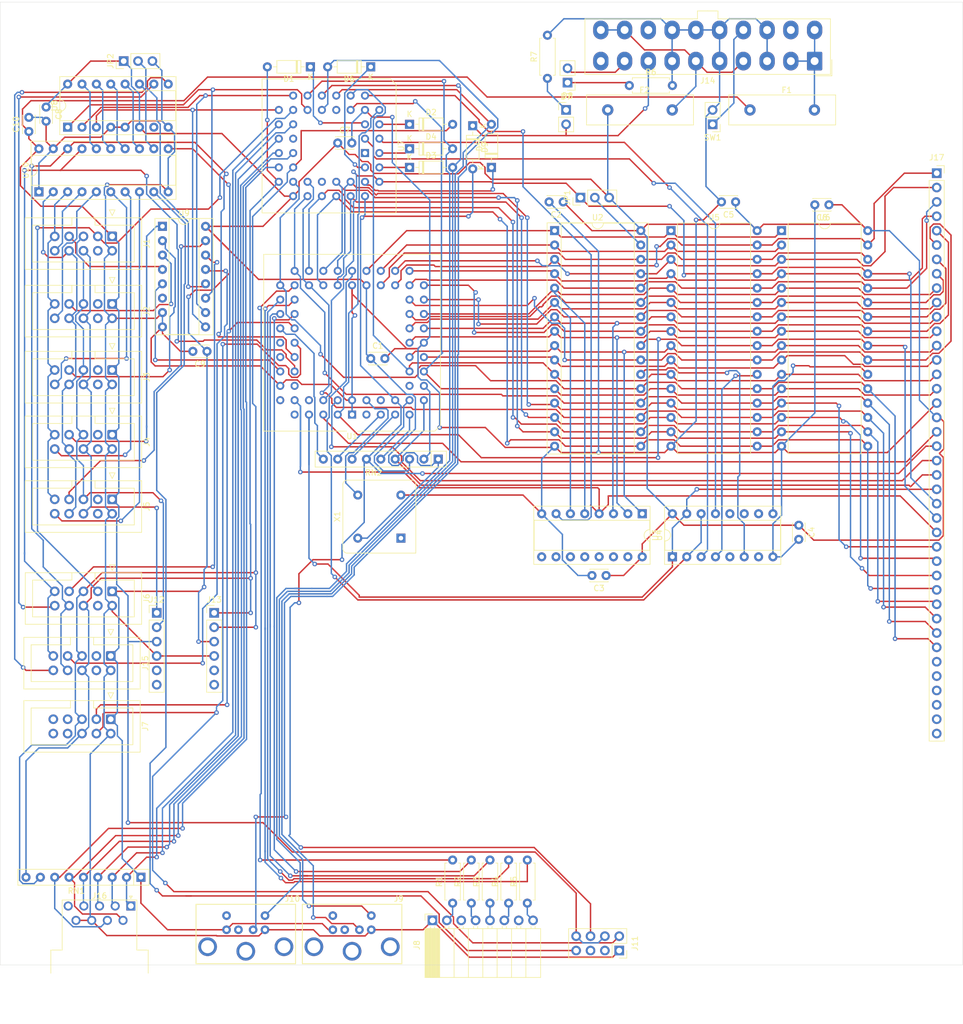
<source format=kicad_pcb>
(kicad_pcb (version 20171130) (host pcbnew 5.1.10-1.fc34)
  (layers (0 F.Cu signal) (31 B.Cu signal) (34 B.Paste user) (35 F.Paste user) (36 B.SilkS user) (37 F.SilkS user) (38 B.Mask user) (39 F.Mask user) (44 Edge.Cuts user))
  (net 0 "")
  (net 1 GND)
  (net 2 VCC)
  (net 3 3V3)
  (net 4 SDA_IN)
  (net 5 SDA)
  (net 6 SCL)
  (net 7 SCL_IN)
  (net 8 KBCLK)
  (net 9 KBCLK_IN)
  (net 10 MSCLK)
  (net 11 MSCLK_IN)
  (net 12 KBDATA_IN)
  (net 13 KBDATA)
  (net 14 MSDATA)
  (net 15 MSDATA_IN)
  (net 16 "Net-(D7-Pad2)")
  (net 17 "Net-(D7-Pad1)")
  (net 18 "Net-(D8-Pad1)")
  (net 19 "Net-(D8-Pad2)")
  (net 20 RESET)
  (net 21 3V3_UF)
  (net 22 VCC_UF)
  (net 23 CS0_3)
  (net 24 MOSI_3)
  (net 25 SDA3_LINE)
  (net 26 SCK_3)
  (net 27 MISO0)
  (net 28 SCL3_LINE)
  (net 29 DC)
  (net 30 MISO1)
  (net 31 CS1_3)
  (net 32 CS2_3)
  (net 33 MISO2)
  (net 34 MISO3)
  (net 35 CS3_3)
  (net 36 CS4_3)
  (net 37 MISO4)
  (net 38 CS5)
  (net 39 MOSI)
  (net 40 SCK)
  (net 41 MISO5)
  (net 42 TX_1)
  (net 43 RX_1)
  (net 44 "Net-(J8-Pad2)")
  (net 45 "Net-(J8-Pad4)")
  (net 46 "Net-(J8-Pad5)")
  (net 47 "Net-(J8-Pad6)")
  (net 48 "Net-(J8-Pad8)")
  (net 49 TX_1_3)
  (net 50 "Net-(J14-Pad14)")
  (net 51 MISO6)
  (net 52 CS6)
  (net 53 UP)
  (net 54 DOWN)
  (net 55 LEFT)
  (net 56 RIGHT)
  (net 57 FIRE)
  (net 58 FIRE2)
  (net 59 A15)
  (net 60 A14)
  (net 61 A13)
  (net 62 A12)
  (net 63 A11)
  (net 64 A10)
  (net 65 A9)
  (net 66 A8)
  (net 67 A7)
  (net 68 A6)
  (net 69 A5)
  (net 70 A4)
  (net 71 A3)
  (net 72 A2)
  (net 73 A1)
  (net 74 A0)
  (net 75 M1)
  (net 76 CLK)
  (net 77 INT)
  (net 78 MREQ)
  (net 79 WR)
  (net 80 RD)
  (net 81 IORQ)
  (net 82 D0)
  (net 83 D1)
  (net 84 D2)
  (net 85 D3)
  (net 86 D4)
  (net 87 D5)
  (net 88 D6)
  (net 89 D7)
  (net 90 EXTMEM)
  (net 91 "Net-(JP1-Pad2)")
  (net 92 "Net-(JP2-Pad2)")
  (net 93 RTS_0)
  (net 94 RX_0)
  (net 95 TX_0)
  (net 96 CTS_0)
  (net 97 DCD_0)
  (net 98 "Net-(RN2-Pad2)")
  (net 99 "Net-(RN2-Pad3)")
  (net 100 "Net-(RN2-Pad5)")
  (net 101 "Net-(RN2-Pad7)")
  (net 102 "Net-(RN2-Pad8)")
  (net 103 DREQ0)
  (net 104 CLKIN)
  (net 105 A16)
  (net 106 A17)
  (net 107 A18)
  (net 108 A19)
  (net 109 MISO)
  (net 110 "Net-(U2-Pad22)")
  (net 111 HIRAM)
  (net 112 ROMEN)
  (net 113 LORAM)
  (net 114 CS0)
  (net 115 CS1)
  (net 116 CS2)
  (net 117 CS3)
  (net 118 CS4)
  (net 119 CSEL0)
  (net 120 CSEL1)
  (net 121 CSEL2)
  (net 122 "Net-(U3-Pad7)")
  (module Resistor_THT:R_Array_SIP9 (layer F.Cu) (at 125.222 105.918 180)
    (fp_text reference RN2 (at 11.43 -2.4) (layer F.SilkS))
    (fp_text value 10K)
    (pad 1 thru_hole rect (at 0 0 180) (size 1.6 1.6) (drill 0.8) (layers *.Cu *.Mask) (net 2 VCC))
    (pad 2 thru_hole oval (at 2.54 0 180) (size 1.6 1.6) (drill 0.8) (layers *.Cu *.Mask) (net 98 "Net-(RN2-Pad2)"))
    (pad 3 thru_hole oval (at 5.08 0 180) (size 1.6 1.6) (drill 0.8) (layers *.Cu *.Mask) (net 99 "Net-(RN2-Pad3)"))
    (pad 4 thru_hole oval (at 7.62 0 180) (size 1.6 1.6) (drill 0.8) (layers *.Cu *.Mask) (net 77 INT))
    (pad 5 thru_hole oval (at 10.16 0 180) (size 1.6 1.6) (drill 0.8) (layers *.Cu *.Mask) (net 100 "Net-(RN2-Pad5)"))
    (pad 6 thru_hole oval (at 12.7 0 180) (size 1.6 1.6) (drill 0.8) (layers *.Cu *.Mask) (net 20 RESET))
    (pad 7 thru_hole oval (at 15.24 0 180) (size 1.6 1.6) (drill 0.8) (layers *.Cu *.Mask) (net 101 "Net-(RN2-Pad7)"))
    (pad 8 thru_hole oval (at 17.78 0 180) (size 1.6 1.6) (drill 0.8) (layers *.Cu *.Mask) (net 102 "Net-(RN2-Pad8)"))
    (pad 9 thru_hole oval (at 20.32 0 180) (size 1.6 1.6) (drill 0.8) (layers *.Cu *.Mask) (net 103 DREQ0))
  )
  (module Oscillator:Oscillator_DIP-8 (layer F.Cu) (at 118.618 119.888 90)
    (fp_text reference X1 (at 3.81 -11.26 90) (layer F.SilkS))
    (fp_text value CXO_DIP8)
    (pad 1 thru_hole rect (at 0 0 90) (size 1.6 1.6) (drill 0.8) (layers *.Cu *.Mask))
    (pad 8 thru_hole circle (at 0 -7.62 90) (size 1.6 1.6) (drill 0.8) (layers *.Cu *.Mask) (net 2 VCC))
    (pad 5 thru_hole circle (at 7.62 -7.62 90) (size 1.6 1.6) (drill 0.8) (layers *.Cu *.Mask) (net 104 CLKIN))
    (pad 4 thru_hole circle (at 7.62 0 90) (size 1.6 1.6) (drill 0.8) (layers *.Cu *.Mask) (net 1 GND))
  )
  (module Connector_IDC:IDC-Header_2x05_P2.54mm_Vertical (layer F.Cu) (at 67.564 113.03 270)
    (fp_text reference J5 (at 1.27 -6.1 90) (layer F.SilkS))
    (fp_text value Conn_02x05_Odd_Even)
    (pad 10 thru_hole circle (at 2.54 10.16 270) (size 1.7 1.7) (drill 1) (layers *.Cu *.Mask) (net 36 CS4_3))
    (pad 8 thru_hole circle (at 2.54 7.62 270) (size 1.7 1.7) (drill 1) (layers *.Cu *.Mask) (net 24 MOSI_3))
    (pad 6 thru_hole circle (at 2.54 5.08 270) (size 1.7 1.7) (drill 1) (layers *.Cu *.Mask) (net 25 SDA3_LINE))
    (pad 4 thru_hole circle (at 2.54 2.54 270) (size 1.7 1.7) (drill 1) (layers *.Cu *.Mask))
    (pad 2 thru_hole circle (at 2.54 0 270) (size 1.7 1.7) (drill 1) (layers *.Cu *.Mask) (net 1 GND))
    (pad 9 thru_hole circle (at 0 10.16 270) (size 1.7 1.7) (drill 1) (layers *.Cu *.Mask) (net 26 SCK_3))
    (pad 7 thru_hole circle (at 0 7.62 270) (size 1.7 1.7) (drill 1) (layers *.Cu *.Mask) (net 37 MISO4))
    (pad 5 thru_hole circle (at 0 5.08 270) (size 1.7 1.7) (drill 1) (layers *.Cu *.Mask) (net 28 SCL3_LINE))
    (pad 3 thru_hole circle (at 0 2.54 270) (size 1.7 1.7) (drill 1) (layers *.Cu *.Mask))
    (pad 1 thru_hole roundrect (at 0 0 270) (size 1.7 1.7) (drill 1) (layers *.Cu *.Mask) (roundrect_rratio 0.147059) (net 3 3V3))
  )
  (module Capacitor_THT:C_Disc_D3.0mm_W2.0mm_P2.50mm (layer F.Cu) (at 113.284 88.138)
    (fp_text reference C1 (at 1.25 -2.25) (layer F.SilkS))
    (fp_text value 10uF)
    (pad 2 thru_hole circle (at 2.5 0) (size 1.6 1.6) (drill 0.8) (layers *.Cu *.Mask) (net 1 GND))
    (pad 1 thru_hole circle (at 0 0) (size 1.6 1.6) (drill 0.8) (layers *.Cu *.Mask) (net 2 VCC))
  )
  (module Capacitor_THT:C_Disc_D3.0mm_W2.0mm_P2.50mm (layer F.Cu) (at 147.32 60.452 180)
    (fp_text reference C2 (at 1.25 -2.25) (layer F.SilkS))
    (fp_text value 10uF)
    (pad 1 thru_hole circle (at 0 0 180) (size 1.6 1.6) (drill 0.8) (layers *.Cu *.Mask) (net 2 VCC))
    (pad 2 thru_hole circle (at 2.5 0 180) (size 1.6 1.6) (drill 0.8) (layers *.Cu *.Mask) (net 1 GND))
  )
  (module Capacitor_THT:C_Disc_D3.0mm_W2.0mm_P2.50mm (layer F.Cu) (at 154.9 126.492 180)
    (fp_text reference C3 (at 1.25 -2.25) (layer F.SilkS))
    (fp_text value 10uF)
    (pad 2 thru_hole circle (at 2.5 0 180) (size 1.6 1.6) (drill 0.8) (layers *.Cu *.Mask) (net 1 GND))
    (pad 1 thru_hole circle (at 0 0 180) (size 1.6 1.6) (drill 0.8) (layers *.Cu *.Mask) (net 2 VCC))
  )
  (module Capacitor_THT:C_Disc_D3.0mm_W2.0mm_P2.50mm (layer F.Cu) (at 188.976 117.602 270)
    (fp_text reference C4 (at 1.25 -2.25 90) (layer F.SilkS))
    (fp_text value 10uF)
    (pad 1 thru_hole circle (at 0 0 270) (size 1.6 1.6) (drill 0.8) (layers *.Cu *.Mask) (net 2 VCC))
    (pad 2 thru_hole circle (at 2.5 0 270) (size 1.6 1.6) (drill 0.8) (layers *.Cu *.Mask) (net 1 GND))
  )
  (module Capacitor_THT:C_Disc_D3.0mm_W2.0mm_P2.50mm (layer F.Cu) (at 177.8 60.452 180)
    (fp_text reference C5 (at 1.25 -2.25) (layer F.SilkS))
    (fp_text value 10uF)
    (pad 2 thru_hole circle (at 2.5 0 180) (size 1.6 1.6) (drill 0.8) (layers *.Cu *.Mask) (net 1 GND))
    (pad 1 thru_hole circle (at 0 0 180) (size 1.6 1.6) (drill 0.8) (layers *.Cu *.Mask) (net 2 VCC))
  )
  (module Capacitor_THT:C_Disc_D3.0mm_W2.0mm_P2.50mm (layer F.Cu) (at 194.31 60.96 180)
    (fp_text reference C6 (at 1.25 -2.25) (layer F.SilkS))
    (fp_text value 10uF)
    (pad 1 thru_hole circle (at 0 0 180) (size 1.6 1.6) (drill 0.8) (layers *.Cu *.Mask) (net 2 VCC))
    (pad 2 thru_hole circle (at 2.5 0 180) (size 1.6 1.6) (drill 0.8) (layers *.Cu *.Mask) (net 1 GND))
  )
  (module Capacitor_THT:C_Disc_D3.0mm_W2.0mm_P2.50mm (layer F.Cu) (at 107.442 50.038)
    (fp_text reference C7 (at 1.25 -2.25) (layer F.SilkS))
    (fp_text value 10uF)
    (pad 2 thru_hole circle (at 2.5 0) (size 1.6 1.6) (drill 0.8) (layers *.Cu *.Mask) (net 1 GND))
    (pad 1 thru_hole circle (at 0 0) (size 1.6 1.6) (drill 0.8) (layers *.Cu *.Mask) (net 2 VCC))
  )
  (module Capacitor_THT:C_Disc_D3.0mm_W2.0mm_P2.50mm (layer F.Cu) (at 55.88 43.688 270)
    (fp_text reference C8 (at 1.25 -2.25 90) (layer F.SilkS))
    (fp_text value 10uF)
    (pad 1 thru_hole circle (at 0 0 270) (size 1.6 1.6) (drill 0.8) (layers *.Cu *.Mask) (net 2 VCC))
    (pad 2 thru_hole circle (at 2.5 0 270) (size 1.6 1.6) (drill 0.8) (layers *.Cu *.Mask) (net 1 GND))
  )
  (module Capacitor_THT:C_Disc_D3.0mm_W2.0mm_P2.50mm (layer F.Cu) (at 84.328 86.868 180)
    (fp_text reference C9 (at 1.25 -2.25) (layer F.SilkS))
    (fp_text value 10uF)
    (pad 2 thru_hole circle (at 2.5 0 180) (size 1.6 1.6) (drill 0.8) (layers *.Cu *.Mask) (net 1 GND))
    (pad 1 thru_hole circle (at 0 0 180) (size 1.6 1.6) (drill 0.8) (layers *.Cu *.Mask) (net 2 VCC))
  )
  (module Capacitor_THT:C_Disc_D3.0mm_W2.0mm_P2.50mm (layer F.Cu) (at 52.832 48.006 90)
    (fp_text reference C10 (at 1.25 -2.25 90) (layer F.SilkS))
    (fp_text value 10uF)
    (pad 1 thru_hole circle (at 0 0 90) (size 1.6 1.6) (drill 0.8) (layers *.Cu *.Mask) (net 3 3V3))
    (pad 2 thru_hole circle (at 2.5 0 90) (size 1.6 1.6) (drill 0.8) (layers *.Cu *.Mask) (net 1 GND))
  )
  (module Diode_THT:D_DO-35_SOD27_P7.62mm_Horizontal (layer F.Cu) (at 102.616 36.576 180)
    (fp_text reference D1 (at 3.81 -2.12) (layer F.SilkS))
    (fp_text value 1N4148)
    (fp_text user K (at 0 -1.8) (layer F.SilkS))
    (pad 2 thru_hole oval (at 7.62 0 180) (size 1.6 1.6) (drill 0.8) (layers *.Cu *.Mask) (net 4 SDA_IN))
    (pad 1 thru_hole rect (at 0 0 180) (size 1.6 1.6) (drill 0.8) (layers *.Cu *.Mask) (net 5 SDA))
  )
  (module Diode_THT:D_DO-35_SOD27_P7.62mm_Horizontal (layer F.Cu) (at 120.142 46.736)
    (fp_text reference D2 (at 3.81 -2.12) (layer F.SilkS))
    (fp_text value 1N4148)
    (fp_text user K (at 0 -1.8) (layer F.SilkS))
    (pad 1 thru_hole rect (at 0 0) (size 1.6 1.6) (drill 0.8) (layers *.Cu *.Mask) (net 6 SCL))
    (pad 2 thru_hole oval (at 7.62 0) (size 1.6 1.6) (drill 0.8) (layers *.Cu *.Mask) (net 7 SCL_IN))
  )
  (module Diode_THT:D_DO-35_SOD27_P7.62mm_Horizontal (layer F.Cu) (at 120.142 54.356)
    (fp_text reference D3 (at 3.81 -2.12) (layer F.SilkS))
    (fp_text value 1N4148)
    (fp_text user K (at 0 -1.8) (layer F.SilkS))
    (pad 1 thru_hole rect (at 0 0) (size 1.6 1.6) (drill 0.8) (layers *.Cu *.Mask) (net 8 KBCLK))
    (pad 2 thru_hole oval (at 7.62 0) (size 1.6 1.6) (drill 0.8) (layers *.Cu *.Mask) (net 9 KBCLK_IN))
  )
  (module Diode_THT:D_DO-35_SOD27_P7.62mm_Horizontal (layer F.Cu) (at 120.142 51.054)
    (fp_text reference D4 (at 3.81 -2.12) (layer F.SilkS))
    (fp_text value 1N4148)
    (fp_text user K (at 0 -1.8) (layer F.SilkS))
    (pad 1 thru_hole rect (at 0 0) (size 1.6 1.6) (drill 0.8) (layers *.Cu *.Mask) (net 10 MSCLK))
    (pad 2 thru_hole oval (at 7.62 0) (size 1.6 1.6) (drill 0.8) (layers *.Cu *.Mask) (net 11 MSCLK_IN))
  )
  (module Diode_THT:D_DO-35_SOD27_P7.62mm_Horizontal (layer F.Cu) (at 134.62 54.356 90)
    (fp_text reference D5 (at 3.81 -2.12 90) (layer F.SilkS))
    (fp_text value 1N4148)
    (fp_text user K (at 0 -1.8 90) (layer F.SilkS))
    (pad 2 thru_hole oval (at 7.62 0 90) (size 1.6 1.6) (drill 0.8) (layers *.Cu *.Mask) (net 12 KBDATA_IN))
    (pad 1 thru_hole rect (at 0 0 90) (size 1.6 1.6) (drill 0.8) (layers *.Cu *.Mask) (net 13 KBDATA))
  )
  (module Diode_THT:D_DO-35_SOD27_P7.62mm_Horizontal (layer F.Cu) (at 113.284 36.576 180)
    (fp_text reference D6 (at 3.81 -2.12) (layer F.SilkS))
    (fp_text value 1N4148)
    (fp_text user K (at 0 -1.8) (layer F.SilkS))
    (pad 1 thru_hole rect (at 0 0 180) (size 1.6 1.6) (drill 0.8) (layers *.Cu *.Mask) (net 14 MSDATA))
    (pad 2 thru_hole oval (at 7.62 0 180) (size 1.6 1.6) (drill 0.8) (layers *.Cu *.Mask) (net 15 MSDATA_IN))
  )
  (module Connector_PinHeader_2.54mm:PinHeader_1x02_P2.54mm_Vertical (layer F.Cu) (at 147.828 44.196)
    (fp_text reference D7 (at 0 -2.33) (layer F.SilkS))
    (fp_text value LED)
    (pad 2 thru_hole oval (at 0 2.54) (size 1.7 1.7) (drill 1) (layers *.Cu *.Mask) (net 16 "Net-(D7-Pad2)"))
    (pad 1 thru_hole rect (at 0 0) (size 1.7 1.7) (drill 1) (layers *.Cu *.Mask) (net 17 "Net-(D7-Pad1)"))
  )
  (module Connector_PinHeader_2.54mm:PinHeader_1x02_P2.54mm_Vertical (layer F.Cu) (at 148.082 39.37 180)
    (fp_text reference D8 (at 0 -2.33) (layer F.SilkS))
    (fp_text value LED)
    (pad 1 thru_hole rect (at 0 0 180) (size 1.7 1.7) (drill 1) (layers *.Cu *.Mask) (net 18 "Net-(D8-Pad1)"))
    (pad 2 thru_hole oval (at 0 2.54 180) (size 1.7 1.7) (drill 1) (layers *.Cu *.Mask) (net 19 "Net-(D8-Pad2)"))
  )
  (module Diode_THT:D_DO-35_SOD27_P7.62mm_Horizontal (layer F.Cu) (at 131.318 46.99 270)
    (fp_text reference D9 (at 3.81 -2.12 90) (layer F.SilkS))
    (fp_text value 1N4148)
    (fp_text user K (at 0 -1.8 90) (layer F.SilkS))
    (pad 2 thru_hole oval (at 7.62 0 270) (size 1.6 1.6) (drill 0.8) (layers *.Cu *.Mask) (net 20 RESET))
    (pad 1 thru_hole rect (at 0 0 270) (size 1.6 1.6) (drill 0.8) (layers *.Cu *.Mask) (net 16 "Net-(D7-Pad2)"))
  )
  (module Fuse:Fuse_Littelfuse-LVR100 (layer F.Cu) (at 180.34 44.196)
    (fp_text reference F1 (at 6.5 -3.5) (layer F.SilkS))
    (fp_text value Polyfuse)
    (pad 1 thru_hole circle (at 0 0) (size 2 2) (drill 1) (layers *.Cu *.Mask) (net 3 3V3))
    (pad 2 thru_hole circle (at 11.4 0) (size 2 2) (drill 1) (layers *.Cu *.Mask) (net 21 3V3_UF))
  )
  (module Fuse:Fuse_Littelfuse-LVR100 (layer F.Cu) (at 155.194 44.196)
    (fp_text reference F2 (at 6.5 -3.5) (layer F.SilkS))
    (fp_text value Polyfuse)
    (pad 2 thru_hole circle (at 11.4 0) (size 2 2) (drill 1) (layers *.Cu *.Mask) (net 22 VCC_UF))
    (pad 1 thru_hole circle (at 0 0) (size 2 2) (drill 1) (layers *.Cu *.Mask) (net 2 VCC))
  )
  (module Connector_IDC:IDC-Header_2x05_P2.54mm_Vertical (layer F.Cu) (at 67.564 66.548 270)
    (fp_text reference J1 (at 1.27 -6.1 90) (layer F.SilkS))
    (fp_text value Conn_02x05_Odd_Even)
    (pad 10 thru_hole circle (at 2.54 10.16 270) (size 1.7 1.7) (drill 1) (layers *.Cu *.Mask) (net 23 CS0_3))
    (pad 8 thru_hole circle (at 2.54 7.62 270) (size 1.7 1.7) (drill 1) (layers *.Cu *.Mask) (net 24 MOSI_3))
    (pad 6 thru_hole circle (at 2.54 5.08 270) (size 1.7 1.7) (drill 1) (layers *.Cu *.Mask) (net 25 SDA3_LINE))
    (pad 4 thru_hole circle (at 2.54 2.54 270) (size 1.7 1.7) (drill 1) (layers *.Cu *.Mask))
    (pad 2 thru_hole circle (at 2.54 0 270) (size 1.7 1.7) (drill 1) (layers *.Cu *.Mask) (net 1 GND))
    (pad 9 thru_hole circle (at 0 10.16 270) (size 1.7 1.7) (drill 1) (layers *.Cu *.Mask) (net 26 SCK_3))
    (pad 7 thru_hole circle (at 0 7.62 270) (size 1.7 1.7) (drill 1) (layers *.Cu *.Mask) (net 27 MISO0))
    (pad 5 thru_hole circle (at 0 5.08 270) (size 1.7 1.7) (drill 1) (layers *.Cu *.Mask) (net 28 SCL3_LINE))
    (pad 3 thru_hole circle (at 0 2.54 270) (size 1.7 1.7) (drill 1) (layers *.Cu *.Mask) (net 29 DC))
    (pad 1 thru_hole roundrect (at 0 0 270) (size 1.7 1.7) (drill 1) (layers *.Cu *.Mask) (roundrect_rratio 0.147059) (net 3 3V3))
  )
  (module Connector_IDC:IDC-Header_2x05_P2.54mm_Vertical (layer F.Cu) (at 67.564 78.486 270)
    (fp_text reference J2 (at 1.27 -6.1 90) (layer F.SilkS))
    (fp_text value Conn_02x05_Odd_Even)
    (pad 1 thru_hole roundrect (at 0 0 270) (size 1.7 1.7) (drill 1) (layers *.Cu *.Mask) (roundrect_rratio 0.147059) (net 3 3V3))
    (pad 3 thru_hole circle (at 0 2.54 270) (size 1.7 1.7) (drill 1) (layers *.Cu *.Mask))
    (pad 5 thru_hole circle (at 0 5.08 270) (size 1.7 1.7) (drill 1) (layers *.Cu *.Mask) (net 28 SCL3_LINE))
    (pad 7 thru_hole circle (at 0 7.62 270) (size 1.7 1.7) (drill 1) (layers *.Cu *.Mask) (net 30 MISO1))
    (pad 9 thru_hole circle (at 0 10.16 270) (size 1.7 1.7) (drill 1) (layers *.Cu *.Mask) (net 26 SCK_3))
    (pad 2 thru_hole circle (at 2.54 0 270) (size 1.7 1.7) (drill 1) (layers *.Cu *.Mask) (net 1 GND))
    (pad 4 thru_hole circle (at 2.54 2.54 270) (size 1.7 1.7) (drill 1) (layers *.Cu *.Mask))
    (pad 6 thru_hole circle (at 2.54 5.08 270) (size 1.7 1.7) (drill 1) (layers *.Cu *.Mask) (net 25 SDA3_LINE))
    (pad 8 thru_hole circle (at 2.54 7.62 270) (size 1.7 1.7) (drill 1) (layers *.Cu *.Mask) (net 24 MOSI_3))
    (pad 10 thru_hole circle (at 2.54 10.16 270) (size 1.7 1.7) (drill 1) (layers *.Cu *.Mask) (net 31 CS1_3))
  )
  (module Connector_IDC:IDC-Header_2x05_P2.54mm_Vertical (layer F.Cu) (at 67.564 90.17 270)
    (fp_text reference J3 (at 1.27 -6.1 90) (layer F.SilkS))
    (fp_text value Conn_02x05_Odd_Even)
    (pad 10 thru_hole circle (at 2.54 10.16 270) (size 1.7 1.7) (drill 1) (layers *.Cu *.Mask) (net 32 CS2_3))
    (pad 8 thru_hole circle (at 2.54 7.62 270) (size 1.7 1.7) (drill 1) (layers *.Cu *.Mask) (net 24 MOSI_3))
    (pad 6 thru_hole circle (at 2.54 5.08 270) (size 1.7 1.7) (drill 1) (layers *.Cu *.Mask) (net 25 SDA3_LINE))
    (pad 4 thru_hole circle (at 2.54 2.54 270) (size 1.7 1.7) (drill 1) (layers *.Cu *.Mask))
    (pad 2 thru_hole circle (at 2.54 0 270) (size 1.7 1.7) (drill 1) (layers *.Cu *.Mask) (net 1 GND))
    (pad 9 thru_hole circle (at 0 10.16 270) (size 1.7 1.7) (drill 1) (layers *.Cu *.Mask) (net 26 SCK_3))
    (pad 7 thru_hole circle (at 0 7.62 270) (size 1.7 1.7) (drill 1) (layers *.Cu *.Mask) (net 33 MISO2))
    (pad 5 thru_hole circle (at 0 5.08 270) (size 1.7 1.7) (drill 1) (layers *.Cu *.Mask) (net 28 SCL3_LINE))
    (pad 3 thru_hole circle (at 0 2.54 270) (size 1.7 1.7) (drill 1) (layers *.Cu *.Mask))
    (pad 1 thru_hole roundrect (at 0 0 270) (size 1.7 1.7) (drill 1) (layers *.Cu *.Mask) (roundrect_rratio 0.147059) (net 3 3V3))
  )
  (module Connector_IDC:IDC-Header_2x05_P2.54mm_Vertical (layer F.Cu) (at 67.564 101.6 270)
    (fp_text reference J4 (at 1.27 -6.1 90) (layer F.SilkS))
    (fp_text value Conn_02x05_Odd_Even)
    (pad 1 thru_hole roundrect (at 0 0 270) (size 1.7 1.7) (drill 1) (layers *.Cu *.Mask) (roundrect_rratio 0.147059) (net 3 3V3))
    (pad 3 thru_hole circle (at 0 2.54 270) (size 1.7 1.7) (drill 1) (layers *.Cu *.Mask))
    (pad 5 thru_hole circle (at 0 5.08 270) (size 1.7 1.7) (drill 1) (layers *.Cu *.Mask) (net 28 SCL3_LINE))
    (pad 7 thru_hole circle (at 0 7.62 270) (size 1.7 1.7) (drill 1) (layers *.Cu *.Mask) (net 34 MISO3))
    (pad 9 thru_hole circle (at 0 10.16 270) (size 1.7 1.7) (drill 1) (layers *.Cu *.Mask) (net 26 SCK_3))
    (pad 2 thru_hole circle (at 2.54 0 270) (size 1.7 1.7) (drill 1) (layers *.Cu *.Mask) (net 1 GND))
    (pad 4 thru_hole circle (at 2.54 2.54 270) (size 1.7 1.7) (drill 1) (layers *.Cu *.Mask))
    (pad 6 thru_hole circle (at 2.54 5.08 270) (size 1.7 1.7) (drill 1) (layers *.Cu *.Mask) (net 25 SDA3_LINE))
    (pad 8 thru_hole circle (at 2.54 7.62 270) (size 1.7 1.7) (drill 1) (layers *.Cu *.Mask) (net 24 MOSI_3))
    (pad 10 thru_hole circle (at 2.54 10.16 270) (size 1.7 1.7) (drill 1) (layers *.Cu *.Mask) (net 35 CS3_3))
  )
  (module Connector_IDC:IDC-Header_2x05_P2.54mm_Vertical (layer F.Cu) (at 67.564 129.286 270)
    (fp_text reference J6 (at 1.27 -6.1 90) (layer F.SilkS))
    (fp_text value Conn_02x05_Odd_Even)
    (pad 10 thru_hole circle (at 2.54 10.16 270) (size 1.7 1.7) (drill 1) (layers *.Cu *.Mask) (net 38 CS5))
    (pad 8 thru_hole circle (at 2.54 7.62 270) (size 1.7 1.7) (drill 1) (layers *.Cu *.Mask) (net 39 MOSI))
    (pad 6 thru_hole circle (at 2.54 5.08 270) (size 1.7 1.7) (drill 1) (layers *.Cu *.Mask) (net 4 SDA_IN))
    (pad 4 thru_hole circle (at 2.54 2.54 270) (size 1.7 1.7) (drill 1) (layers *.Cu *.Mask))
    (pad 2 thru_hole circle (at 2.54 0 270) (size 1.7 1.7) (drill 1) (layers *.Cu *.Mask) (net 1 GND))
    (pad 9 thru_hole circle (at 0 10.16 270) (size 1.7 1.7) (drill 1) (layers *.Cu *.Mask) (net 40 SCK))
    (pad 7 thru_hole circle (at 0 7.62 270) (size 1.7 1.7) (drill 1) (layers *.Cu *.Mask) (net 41 MISO5))
    (pad 5 thru_hole circle (at 0 5.08 270) (size 1.7 1.7) (drill 1) (layers *.Cu *.Mask) (net 7 SCL_IN))
    (pad 3 thru_hole circle (at 0 2.54 270) (size 1.7 1.7) (drill 1) (layers *.Cu *.Mask) (net 29 DC))
    (pad 1 thru_hole roundrect (at 0 0 270) (size 1.7 1.7) (drill 1) (layers *.Cu *.Mask) (roundrect_rratio 0.147059) (net 2 VCC))
  )
  (module Connector_IDC:IDC-Header_2x05_P2.54mm_Vertical (layer F.Cu) (at 67.31 151.892 270)
    (fp_text reference J7 (at 1.27 -6.1 90) (layer F.SilkS))
    (fp_text value Conn_02x05_Odd_Even)
    (pad 1 thru_hole roundrect (at 0 0 270) (size 1.7 1.7) (drill 1) (layers *.Cu *.Mask) (roundrect_rratio 0.147059) (net 2 VCC))
    (pad 3 thru_hole circle (at 0 2.54 270) (size 1.7 1.7) (drill 1) (layers *.Cu *.Mask) (net 42 TX_1))
    (pad 5 thru_hole circle (at 0 5.08 270) (size 1.7 1.7) (drill 1) (layers *.Cu *.Mask) (net 7 SCL_IN))
    (pad 7 thru_hole circle (at 0 7.62 270) (size 1.7 1.7) (drill 1) (layers *.Cu *.Mask))
    (pad 9 thru_hole circle (at 0 10.16 270) (size 1.7 1.7) (drill 1) (layers *.Cu *.Mask))
    (pad 2 thru_hole circle (at 2.54 0 270) (size 1.7 1.7) (drill 1) (layers *.Cu *.Mask) (net 1 GND))
    (pad 4 thru_hole circle (at 2.54 2.54 270) (size 1.7 1.7) (drill 1) (layers *.Cu *.Mask) (net 43 RX_1))
    (pad 6 thru_hole circle (at 2.54 5.08 270) (size 1.7 1.7) (drill 1) (layers *.Cu *.Mask) (net 4 SDA_IN))
    (pad 8 thru_hole circle (at 2.54 7.62 270) (size 1.7 1.7) (drill 1) (layers *.Cu *.Mask))
    (pad 10 thru_hole circle (at 2.54 10.16 270) (size 1.7 1.7) (drill 1) (layers *.Cu *.Mask))
  )
  (module Connector_PinSocket_2.54mm:PinSocket_1x08_P2.54mm_Horizontal (layer F.Cu) (at 124.206 187.452 90)
    (fp_text reference J8 (at -4.38 -2.77 90) (layer F.SilkS))
    (fp_text value Conn_01x08)
    (pad 1 thru_hole rect (at 0 0 90) (size 1.7 1.7) (drill 1) (layers *.Cu *.Mask) (net 1 GND))
    (pad 2 thru_hole oval (at 0 2.54 90) (size 1.7 1.7) (drill 1) (layers *.Cu *.Mask) (net 44 "Net-(J8-Pad2)"))
    (pad 3 thru_hole oval (at 0 5.08 90) (size 1.7 1.7) (drill 1) (layers *.Cu *.Mask))
    (pad 4 thru_hole oval (at 0 7.62 90) (size 1.7 1.7) (drill 1) (layers *.Cu *.Mask) (net 45 "Net-(J8-Pad4)"))
    (pad 5 thru_hole oval (at 0 10.16 90) (size 1.7 1.7) (drill 1) (layers *.Cu *.Mask) (net 46 "Net-(J8-Pad5)"))
    (pad 6 thru_hole oval (at 0 12.7 90) (size 1.7 1.7) (drill 1) (layers *.Cu *.Mask) (net 47 "Net-(J8-Pad6)"))
    (pad 7 thru_hole oval (at 0 15.24 90) (size 1.7 1.7) (drill 1) (layers *.Cu *.Mask))
    (pad 8 thru_hole oval (at 0 17.78 90) (size 1.7 1.7) (drill 1) (layers *.Cu *.Mask) (net 48 "Net-(J8-Pad8)"))
  )
  (module PS2_mini_din_6:MINI-DIN-6-FULL-SHIELD (layer F.Cu) (at 109.982 197.612 180)
    (fp_text reference J9 (at -8.255 13.97) (layer F.SilkS))
    (fp_text value PS2-MINIDIN6-FEMALE-SINGLE hide)
    (pad 7 thru_hole circle (at 0 4.7 180) (size 3.3 3.3) (drill 2.3) (layers *.Cu *.Mask))
    (pad 1 thru_hole circle (at -1.3 8.5 180) (size 1.524 1.524) (drill 0.762) (layers *.Cu *.Mask) (net 12 KBDATA_IN))
    (pad 2 thru_hole circle (at 1.3 8.5 180) (size 1.524 1.524) (drill 0.762) (layers *.Cu *.Mask))
    (pad 5 thru_hole circle (at -3.4 11 180) (size 1.524 1.524) (drill 0.762) (layers *.Cu *.Mask) (net 9 KBCLK_IN))
    (pad 3 thru_hole circle (at -3.4 8.5 180) (size 1.524 1.524) (drill 0.762) (layers *.Cu *.Mask) (net 1 GND))
    (pad 6 thru_hole circle (at 3.4 11 180) (size 1.524 1.524) (drill 0.762) (layers *.Cu *.Mask))
    (pad 4 thru_hole circle (at 3.4 8.5 180) (size 1.524 1.524) (drill 0.762) (layers *.Cu *.Mask) (net 2 VCC))
    (pad 7 thru_hole circle (at 6.75 5.5 180) (size 3.3 3.3) (drill 2.3) (layers *.Cu *.Mask))
    (pad 7 thru_hole circle (at -6.75 5.5 180) (size 3.3 3.3) (drill 2.3) (layers *.Cu *.Mask))
  )
  (module PS2_mini_din_6:MINI-DIN-6-FULL-SHIELD (layer F.Cu) (at 91.186 197.612 180)
    (fp_text reference J10 (at -8.255 13.97) (layer F.SilkS))
    (fp_text value PS2-MINIDIN6-FEMALE-SINGLE hide)
    (pad 7 thru_hole circle (at -6.75 5.5 180) (size 3.3 3.3) (drill 2.3) (layers *.Cu *.Mask))
    (pad 7 thru_hole circle (at 6.75 5.5 180) (size 3.3 3.3) (drill 2.3) (layers *.Cu *.Mask))
    (pad 4 thru_hole circle (at 3.4 8.5 180) (size 1.524 1.524) (drill 0.762) (layers *.Cu *.Mask) (net 2 VCC))
    (pad 6 thru_hole circle (at 3.4 11 180) (size 1.524 1.524) (drill 0.762) (layers *.Cu *.Mask))
    (pad 3 thru_hole circle (at -3.4 8.5 180) (size 1.524 1.524) (drill 0.762) (layers *.Cu *.Mask) (net 1 GND))
    (pad 5 thru_hole circle (at -3.4 11 180) (size 1.524 1.524) (drill 0.762) (layers *.Cu *.Mask) (net 11 MSCLK_IN))
    (pad 2 thru_hole circle (at 1.3 8.5 180) (size 1.524 1.524) (drill 0.762) (layers *.Cu *.Mask))
    (pad 1 thru_hole circle (at -1.3 8.5 180) (size 1.524 1.524) (drill 0.762) (layers *.Cu *.Mask) (net 15 MSDATA_IN))
    (pad 7 thru_hole circle (at 0 4.7 180) (size 3.3 3.3) (drill 2.3) (layers *.Cu *.Mask))
  )
  (module Connector_PinSocket_2.54mm:PinSocket_2x04_P2.54mm_Vertical (layer F.Cu) (at 157.226 192.786 270)
    (fp_text reference J11 (at -1.27 -2.77 90) (layer F.SilkS))
    (fp_text value Conn_02x04_Odd_Even)
    (pad 1 thru_hole rect (at 0 0 270) (size 1.7 1.7) (drill 1) (layers *.Cu *.Mask) (net 1 GND))
    (pad 2 thru_hole oval (at -2.54 0 270) (size 1.7 1.7) (drill 1) (layers *.Cu *.Mask) (net 43 RX_1))
    (pad 3 thru_hole oval (at 0 2.54 270) (size 1.7 1.7) (drill 1) (layers *.Cu *.Mask))
    (pad 4 thru_hole oval (at -2.54 2.54 270) (size 1.7 1.7) (drill 1) (layers *.Cu *.Mask) (net 3 3V3))
    (pad 5 thru_hole oval (at 0 5.08 270) (size 1.7 1.7) (drill 1) (layers *.Cu *.Mask))
    (pad 6 thru_hole oval (at -2.54 5.08 270) (size 1.7 1.7) (drill 1) (layers *.Cu *.Mask) (net 20 RESET))
    (pad 7 thru_hole oval (at 0 7.62 270) (size 1.7 1.7) (drill 1) (layers *.Cu *.Mask) (net 49 TX_1_3))
    (pad 8 thru_hole oval (at -2.54 7.62 270) (size 1.7 1.7) (drill 1) (layers *.Cu *.Mask) (net 3 3V3))
  )
  (module Connector_PinHeader_2.54mm:PinHeader_1x06_P2.54mm_Vertical (layer F.Cu) (at 75.438 133.096)
    (fp_text reference J12 (at 0 -2.33) (layer F.SilkS))
    (fp_text value Conn_01x06)
    (pad 1 thru_hole rect (at 0 0) (size 1.7 1.7) (drill 1) (layers *.Cu *.Mask) (net 25 SDA3_LINE))
    (pad 2 thru_hole oval (at 0 2.54) (size 1.7 1.7) (drill 1) (layers *.Cu *.Mask) (net 28 SCL3_LINE))
    (pad 3 thru_hole oval (at 0 5.08) (size 1.7 1.7) (drill 1) (layers *.Cu *.Mask) (net 3 3V3))
    (pad 4 thru_hole oval (at 0 7.62) (size 1.7 1.7) (drill 1) (layers *.Cu *.Mask) (net 1 GND))
    (pad 5 thru_hole oval (at 0 10.16) (size 1.7 1.7) (drill 1) (layers *.Cu *.Mask))
    (pad 6 thru_hole oval (at 0 12.7) (size 1.7 1.7) (drill 1) (layers *.Cu *.Mask))
  )
  (module Connector_PinHeader_2.54mm:PinHeader_1x06_P2.54mm_Vertical (layer F.Cu) (at 85.598 133.096)
    (fp_text reference J13 (at 0 -2.33) (layer F.SilkS))
    (fp_text value Conn_01x06)
    (pad 6 thru_hole oval (at 0 12.7) (size 1.7 1.7) (drill 1) (layers *.Cu *.Mask))
    (pad 5 thru_hole oval (at 0 10.16) (size 1.7 1.7) (drill 1) (layers *.Cu *.Mask))
    (pad 4 thru_hole oval (at 0 7.62) (size 1.7 1.7) (drill 1) (layers *.Cu *.Mask) (net 1 GND))
    (pad 3 thru_hole oval (at 0 5.08) (size 1.7 1.7) (drill 1) (layers *.Cu *.Mask) (net 2 VCC))
    (pad 2 thru_hole oval (at 0 2.54) (size 1.7 1.7) (drill 1) (layers *.Cu *.Mask) (net 7 SCL_IN))
    (pad 1 thru_hole rect (at 0 0) (size 1.7 1.7) (drill 1) (layers *.Cu *.Mask) (net 4 SDA_IN))
  )
  (module Connector_Molex:Molex_Mini-Fit_Jr_5566-20A_2x10_P4.20mm_Vertical (layer F.Cu) (at 191.77 35.56 180)
    (fp_text reference J14 (at 18.9 -3.45) (layer F.SilkS))
    (fp_text value Conn_02x10_Top_Bottom)
    (pad 1 thru_hole roundrect (at 0 0 180) (size 2.7 3.3) (drill 1.4) (layers *.Cu *.Mask) (roundrect_rratio 0.09259299999999999) (net 21 3V3_UF))
    (pad 2 thru_hole oval (at 4.2 0 180) (size 2.7 3.3) (drill 1.4) (layers *.Cu *.Mask) (net 21 3V3_UF))
    (pad 3 thru_hole oval (at 8.4 0 180) (size 2.7 3.3) (drill 1.4) (layers *.Cu *.Mask) (net 1 GND))
    (pad 4 thru_hole oval (at 12.6 0 180) (size 2.7 3.3) (drill 1.4) (layers *.Cu *.Mask) (net 22 VCC_UF))
    (pad 5 thru_hole oval (at 16.8 0 180) (size 2.7 3.3) (drill 1.4) (layers *.Cu *.Mask) (net 1 GND))
    (pad 6 thru_hole oval (at 21 0 180) (size 2.7 3.3) (drill 1.4) (layers *.Cu *.Mask) (net 22 VCC_UF))
    (pad 7 thru_hole oval (at 25.2 0 180) (size 2.7 3.3) (drill 1.4) (layers *.Cu *.Mask) (net 1 GND))
    (pad 8 thru_hole oval (at 29.4 0 180) (size 2.7 3.3) (drill 1.4) (layers *.Cu *.Mask) (net 16 "Net-(D7-Pad2)"))
    (pad 9 thru_hole oval (at 33.6 0 180) (size 2.7 3.3) (drill 1.4) (layers *.Cu *.Mask) (net 19 "Net-(D8-Pad2)"))
    (pad 10 thru_hole oval (at 37.8 0 180) (size 2.7 3.3) (drill 1.4) (layers *.Cu *.Mask))
    (pad 11 thru_hole oval (at 0 5.5 180) (size 2.7 3.3) (drill 1.4) (layers *.Cu *.Mask) (net 21 3V3_UF))
    (pad 12 thru_hole oval (at 4.2 5.5 180) (size 2.7 3.3) (drill 1.4) (layers *.Cu *.Mask))
    (pad 13 thru_hole oval (at 8.4 5.5 180) (size 2.7 3.3) (drill 1.4) (layers *.Cu *.Mask) (net 1 GND))
    (pad 14 thru_hole oval (at 12.6 5.5 180) (size 2.7 3.3) (drill 1.4) (layers *.Cu *.Mask) (net 50 "Net-(J14-Pad14)"))
    (pad 15 thru_hole oval (at 16.8 5.5 180) (size 2.7 3.3) (drill 1.4) (layers *.Cu *.Mask) (net 1 GND))
    (pad 16 thru_hole oval (at 21 5.5 180) (size 2.7 3.3) (drill 1.4) (layers *.Cu *.Mask) (net 1 GND))
    (pad 17 thru_hole oval (at 25.2 5.5 180) (size 2.7 3.3) (drill 1.4) (layers *.Cu *.Mask) (net 1 GND))
    (pad 18 thru_hole oval (at 29.4 5.5 180) (size 2.7 3.3) (drill 1.4) (layers *.Cu *.Mask))
    (pad 19 thru_hole oval (at 33.6 5.5 180) (size 2.7 3.3) (drill 1.4) (layers *.Cu *.Mask) (net 22 VCC_UF))
    (pad 20 thru_hole oval (at 37.8 5.5 180) (size 2.7 3.3) (drill 1.4) (layers *.Cu *.Mask) (net 22 VCC_UF))
  )
  (module Connector_IDC:IDC-Header_2x05_P2.54mm_Vertical (layer F.Cu) (at 67.31 140.716 270)
    (fp_text reference J15 (at 1.27 -6.1 90) (layer F.SilkS))
    (fp_text value Conn_02x05_Odd_Even)
    (pad 1 thru_hole roundrect (at 0 0 270) (size 1.7 1.7) (drill 1) (layers *.Cu *.Mask) (roundrect_rratio 0.147059) (net 2 VCC))
    (pad 3 thru_hole circle (at 0 2.54 270) (size 1.7 1.7) (drill 1) (layers *.Cu *.Mask))
    (pad 5 thru_hole circle (at 0 5.08 270) (size 1.7 1.7) (drill 1) (layers *.Cu *.Mask) (net 7 SCL_IN))
    (pad 7 thru_hole circle (at 0 7.62 270) (size 1.7 1.7) (drill 1) (layers *.Cu *.Mask) (net 51 MISO6))
    (pad 9 thru_hole circle (at 0 10.16 270) (size 1.7 1.7) (drill 1) (layers *.Cu *.Mask) (net 40 SCK))
    (pad 2 thru_hole circle (at 2.54 0 270) (size 1.7 1.7) (drill 1) (layers *.Cu *.Mask) (net 1 GND))
    (pad 4 thru_hole circle (at 2.54 2.54 270) (size 1.7 1.7) (drill 1) (layers *.Cu *.Mask))
    (pad 6 thru_hole circle (at 2.54 5.08 270) (size 1.7 1.7) (drill 1) (layers *.Cu *.Mask) (net 4 SDA_IN))
    (pad 8 thru_hole circle (at 2.54 7.62 270) (size 1.7 1.7) (drill 1) (layers *.Cu *.Mask) (net 39 MOSI))
    (pad 10 thru_hole circle (at 2.54 10.16 270) (size 1.7 1.7) (drill 1) (layers *.Cu *.Mask) (net 52 CS6))
  )
  (module Connector_PinSocket_2.54mm:PinSocket_1x40_P2.54mm_Vertical (layer F.Cu) (at 213.36 55.372)
    (fp_text reference J17 (at 0 -2.77) (layer F.SilkS))
    (fp_text value Conn_01x40)
    (pad 1 thru_hole rect (at 0 0) (size 1.7 1.7) (drill 1) (layers *.Cu *.Mask) (net 59 A15))
    (pad 2 thru_hole oval (at 0 2.54) (size 1.7 1.7) (drill 1) (layers *.Cu *.Mask) (net 60 A14))
    (pad 3 thru_hole oval (at 0 5.08) (size 1.7 1.7) (drill 1) (layers *.Cu *.Mask) (net 61 A13))
    (pad 4 thru_hole oval (at 0 7.62) (size 1.7 1.7) (drill 1) (layers *.Cu *.Mask) (net 62 A12))
    (pad 5 thru_hole oval (at 0 10.16) (size 1.7 1.7) (drill 1) (layers *.Cu *.Mask) (net 63 A11))
    (pad 6 thru_hole oval (at 0 12.7) (size 1.7 1.7) (drill 1) (layers *.Cu *.Mask) (net 64 A10))
    (pad 7 thru_hole oval (at 0 15.24) (size 1.7 1.7) (drill 1) (layers *.Cu *.Mask) (net 65 A9))
    (pad 8 thru_hole oval (at 0 17.78) (size 1.7 1.7) (drill 1) (layers *.Cu *.Mask) (net 66 A8))
    (pad 9 thru_hole oval (at 0 20.32) (size 1.7 1.7) (drill 1) (layers *.Cu *.Mask) (net 67 A7))
    (pad 10 thru_hole oval (at 0 22.86) (size 1.7 1.7) (drill 1) (layers *.Cu *.Mask) (net 68 A6))
    (pad 11 thru_hole oval (at 0 25.4) (size 1.7 1.7) (drill 1) (layers *.Cu *.Mask) (net 69 A5))
    (pad 12 thru_hole oval (at 0 27.94) (size 1.7 1.7) (drill 1) (layers *.Cu *.Mask) (net 70 A4))
    (pad 13 thru_hole oval (at 0 30.48) (size 1.7 1.7) (drill 1) (layers *.Cu *.Mask) (net 71 A3))
    (pad 14 thru_hole oval (at 0 33.02) (size 1.7 1.7) (drill 1) (layers *.Cu *.Mask) (net 72 A2))
    (pad 15 thru_hole oval (at 0 35.56) (size 1.7 1.7) (drill 1) (layers *.Cu *.Mask) (net 73 A1))
    (pad 16 thru_hole oval (at 0 38.1) (size 1.7 1.7) (drill 1) (layers *.Cu *.Mask) (net 74 A0))
    (pad 17 thru_hole oval (at 0 40.64) (size 1.7 1.7) (drill 1) (layers *.Cu *.Mask) (net 1 GND))
    (pad 18 thru_hole oval (at 0 43.18) (size 1.7 1.7) (drill 1) (layers *.Cu *.Mask) (net 2 VCC))
    (pad 19 thru_hole oval (at 0 45.72) (size 1.7 1.7) (drill 1) (layers *.Cu *.Mask) (net 75 M1))
    (pad 20 thru_hole oval (at 0 48.26) (size 1.7 1.7) (drill 1) (layers *.Cu *.Mask) (net 20 RESET))
    (pad 21 thru_hole oval (at 0 50.8) (size 1.7 1.7) (drill 1) (layers *.Cu *.Mask) (net 76 CLK))
    (pad 22 thru_hole oval (at 0 53.34) (size 1.7 1.7) (drill 1) (layers *.Cu *.Mask) (net 77 INT))
    (pad 23 thru_hole oval (at 0 55.88) (size 1.7 1.7) (drill 1) (layers *.Cu *.Mask) (net 78 MREQ))
    (pad 24 thru_hole oval (at 0 58.42) (size 1.7 1.7) (drill 1) (layers *.Cu *.Mask) (net 79 WR))
    (pad 25 thru_hole oval (at 0 60.96) (size 1.7 1.7) (drill 1) (layers *.Cu *.Mask) (net 80 RD))
    (pad 26 thru_hole oval (at 0 63.5) (size 1.7 1.7) (drill 1) (layers *.Cu *.Mask) (net 81 IORQ))
    (pad 27 thru_hole oval (at 0 66.04) (size 1.7 1.7) (drill 1) (layers *.Cu *.Mask) (net 82 D0))
    (pad 28 thru_hole oval (at 0 68.58) (size 1.7 1.7) (drill 1) (layers *.Cu *.Mask) (net 83 D1))
    (pad 29 thru_hole oval (at 0 71.12) (size 1.7 1.7) (drill 1) (layers *.Cu *.Mask) (net 84 D2))
    (pad 30 thru_hole oval (at 0 73.66) (size 1.7 1.7) (drill 1) (layers *.Cu *.Mask) (net 85 D3))
    (pad 31 thru_hole oval (at 0 76.2) (size 1.7 1.7) (drill 1) (layers *.Cu *.Mask) (net 86 D4))
    (pad 32 thru_hole oval (at 0 78.74) (size 1.7 1.7) (drill 1) (layers *.Cu *.Mask) (net 87 D5))
    (pad 33 thru_hole oval (at 0 81.28) (size 1.7 1.7) (drill 1) (layers *.Cu *.Mask) (net 88 D6))
    (pad 34 thru_hole oval (at 0 83.82) (size 1.7 1.7) (drill 1) (layers *.Cu *.Mask) (net 89 D7))
    (pad 35 thru_hole oval (at 0 86.36) (size 1.7 1.7) (drill 1) (layers *.Cu *.Mask))
    (pad 36 thru_hole oval (at 0 88.9) (size 1.7 1.7) (drill 1) (layers *.Cu *.Mask))
    (pad 37 thru_hole oval (at 0 91.44) (size 1.7 1.7) (drill 1) (layers *.Cu *.Mask))
    (pad 38 thru_hole oval (at 0 93.98) (size 1.7 1.7) (drill 1) (layers *.Cu *.Mask))
    (pad 39 thru_hole oval (at 0 96.52) (size 1.7 1.7) (drill 1) (layers *.Cu *.Mask))
    (pad 40 thru_hole oval (at 0 99.06) (size 1.7 1.7) (drill 1) (layers *.Cu *.Mask) (net 90 EXTMEM))
  )
  (module Connector_PinHeader_2.54mm:PinHeader_1x03_P2.54mm_Vertical (layer F.Cu) (at 150.368 59.69 90)
    (fp_text reference JP1 (at 0 -2.33 90) (layer F.SilkS))
    (fp_text value Jumper_NC_Dual)
    (pad 3 thru_hole oval (at 0 5.08 90) (size 1.7 1.7) (drill 1) (layers *.Cu *.Mask) (net 2 VCC))
    (pad 2 thru_hole oval (at 0 2.54 90) (size 1.7 1.7) (drill 1) (layers *.Cu *.Mask) (net 91 "Net-(JP1-Pad2)"))
    (pad 1 thru_hole rect (at 0 0 90) (size 1.7 1.7) (drill 1) (layers *.Cu *.Mask) (net 79 WR))
  )
  (module Connector_PinHeader_2.54mm:PinHeader_1x03_P2.54mm_Vertical (layer F.Cu) (at 69.596 35.56 90)
    (fp_text reference JP2 (at 0 -2.33 90) (layer F.SilkS))
    (fp_text value Jumper_NC_Dual)
    (pad 1 thru_hole rect (at 0 0 90) (size 1.7 1.7) (drill 1) (layers *.Cu *.Mask) (net 2 VCC))
    (pad 2 thru_hole oval (at 0 2.54 90) (size 1.7 1.7) (drill 1) (layers *.Cu *.Mask) (net 92 "Net-(JP2-Pad2)"))
    (pad 3 thru_hole oval (at 0 5.08 90) (size 1.7 1.7) (drill 1) (layers *.Cu *.Mask) (net 1 GND))
  )
  (module Resistor_THT:R_Axial_DIN0207_L6.3mm_D2.5mm_P7.62mm_Horizontal (layer F.Cu) (at 127.762 184.404 90)
    (fp_text reference R1 (at 3.81 -2.37 90) (layer F.SilkS))
    (fp_text value 470)
    (pad 1 thru_hole circle (at 0 0 90) (size 1.6 1.6) (drill 0.8) (layers *.Cu *.Mask) (net 44 "Net-(J8-Pad2)"))
    (pad 2 thru_hole oval (at 7.62 0 90) (size 1.6 1.6) (drill 0.8) (layers *.Cu *.Mask) (net 93 RTS_0))
  )
  (module Resistor_THT:R_Axial_DIN0207_L6.3mm_D2.5mm_P7.62mm_Horizontal (layer F.Cu) (at 131.064 184.404 90)
    (fp_text reference R2 (at 3.81 -2.37 90) (layer F.SilkS))
    (fp_text value 470)
    (pad 2 thru_hole oval (at 7.62 0 90) (size 1.6 1.6) (drill 0.8) (layers *.Cu *.Mask) (net 94 RX_0))
    (pad 1 thru_hole circle (at 0 0 90) (size 1.6 1.6) (drill 0.8) (layers *.Cu *.Mask) (net 45 "Net-(J8-Pad4)"))
  )
  (module Resistor_THT:R_Axial_DIN0207_L6.3mm_D2.5mm_P7.62mm_Horizontal (layer F.Cu) (at 134.366 184.404 90)
    (fp_text reference R3 (at 3.81 -2.37 90) (layer F.SilkS))
    (fp_text value 470)
    (pad 1 thru_hole circle (at 0 0 90) (size 1.6 1.6) (drill 0.8) (layers *.Cu *.Mask) (net 46 "Net-(J8-Pad5)"))
    (pad 2 thru_hole oval (at 7.62 0 90) (size 1.6 1.6) (drill 0.8) (layers *.Cu *.Mask) (net 95 TX_0))
  )
  (module Resistor_THT:R_Axial_DIN0207_L6.3mm_D2.5mm_P7.62mm_Horizontal (layer F.Cu) (at 137.668 184.404 90)
    (fp_text reference R4 (at 3.81 -2.37 90) (layer F.SilkS))
    (fp_text value 470)
    (pad 2 thru_hole oval (at 7.62 0 90) (size 1.6 1.6) (drill 0.8) (layers *.Cu *.Mask) (net 96 CTS_0))
    (pad 1 thru_hole circle (at 0 0 90) (size 1.6 1.6) (drill 0.8) (layers *.Cu *.Mask) (net 47 "Net-(J8-Pad6)"))
  )
  (module Resistor_THT:R_Axial_DIN0207_L6.3mm_D2.5mm_P7.62mm_Horizontal (layer F.Cu) (at 140.97 184.404 90)
    (fp_text reference R5 (at 3.81 -2.37 90) (layer F.SilkS))
    (fp_text value 470)
    (pad 1 thru_hole circle (at 0 0 90) (size 1.6 1.6) (drill 0.8) (layers *.Cu *.Mask) (net 48 "Net-(J8-Pad8)"))
    (pad 2 thru_hole oval (at 7.62 0 90) (size 1.6 1.6) (drill 0.8) (layers *.Cu *.Mask) (net 97 DCD_0))
  )
  (module Resistor_THT:R_Axial_DIN0207_L6.3mm_D2.5mm_P7.62mm_Horizontal (layer F.Cu) (at 159.004 39.878)
    (fp_text reference R6 (at 3.81 -2.37) (layer F.SilkS))
    (fp_text value 470)
    (pad 1 thru_hole circle (at 0 0) (size 1.6 1.6) (drill 0.8) (layers *.Cu *.Mask) (net 18 "Net-(D8-Pad1)"))
    (pad 2 thru_hole oval (at 7.62 0) (size 1.6 1.6) (drill 0.8) (layers *.Cu *.Mask) (net 1 GND))
  )
  (module Resistor_THT:R_Axial_DIN0207_L6.3mm_D2.5mm_P7.62mm_Horizontal (layer F.Cu) (at 144.526 38.608 90)
    (fp_text reference R7 (at 3.81 -2.37 90) (layer F.SilkS))
    (fp_text value 470)
    (pad 2 thru_hole oval (at 7.62 0 90) (size 1.6 1.6) (drill 0.8) (layers *.Cu *.Mask) (net 1 GND))
    (pad 1 thru_hole circle (at 0 0 90) (size 1.6 1.6) (drill 0.8) (layers *.Cu *.Mask) (net 17 "Net-(D7-Pad1)"))
  )
  (module Resistor_THT:R_Array_SIP9 (layer F.Cu) (at 72.644 179.832 180)
    (fp_text reference RN1 (at 11.43 -2.4) (layer F.SilkS))
    (fp_text value 4K7)
    (pad 9 thru_hole oval (at 20.32 0 180) (size 1.6 1.6) (drill 0.8) (layers *.Cu *.Mask) (net 4 SDA_IN))
    (pad 8 thru_hole oval (at 17.78 0 180) (size 1.6 1.6) (drill 0.8) (layers *.Cu *.Mask) (net 7 SCL_IN))
    (pad 7 thru_hole oval (at 15.24 0 180) (size 1.6 1.6) (drill 0.8) (layers *.Cu *.Mask) (net 58 FIRE2))
    (pad 6 thru_hole oval (at 12.7 0 180) (size 1.6 1.6) (drill 0.8) (layers *.Cu *.Mask) (net 57 FIRE))
    (pad 5 thru_hole oval (at 10.16 0 180) (size 1.6 1.6) (drill 0.8) (layers *.Cu *.Mask) (net 56 RIGHT))
    (pad 4 thru_hole oval (at 7.62 0 180) (size 1.6 1.6) (drill 0.8) (layers *.Cu *.Mask) (net 55 LEFT))
    (pad 3 thru_hole oval (at 5.08 0 180) (size 1.6 1.6) (drill 0.8) (layers *.Cu *.Mask) (net 54 DOWN))
    (pad 2 thru_hole oval (at 2.54 0 180) (size 1.6 1.6) (drill 0.8) (layers *.Cu *.Mask) (net 53 UP))
    (pad 1 thru_hole rect (at 0 0 180) (size 1.6 1.6) (drill 0.8) (layers *.Cu *.Mask) (net 2 VCC))
  )
  (module Connector_PinHeader_2.54mm:PinHeader_1x02_P2.54mm_Vertical (layer F.Cu) (at 173.736 46.736 180)
    (fp_text reference SW1 (at 0 -2.33) (layer F.SilkS))
    (fp_text value SW_SPST)
    (pad 1 thru_hole rect (at 0 0 180) (size 1.7 1.7) (drill 1) (layers *.Cu *.Mask) (net 50 "Net-(J14-Pad14)"))
    (pad 2 thru_hole oval (at 0 2.54 180) (size 1.7 1.7) (drill 1) (layers *.Cu *.Mask) (net 1 GND))
  )
  (module Package_DIP:DIP-32_W15.24mm_Socket (layer F.Cu) (at 145.796 65.532)
    (fp_text reference U2 (at 7.62 -2.33) (layer F.SilkS))
    (fp_text value SST39SF040)
    (pad 1 thru_hole rect (at 0 0) (size 1.6 1.6) (drill 0.8) (layers *.Cu *.Mask) (net 107 A18))
    (pad 17 thru_hole oval (at 15.24 38.1) (size 1.6 1.6) (drill 0.8) (layers *.Cu *.Mask) (net 85 D3))
    (pad 2 thru_hole oval (at 0 2.54) (size 1.6 1.6) (drill 0.8) (layers *.Cu *.Mask) (net 105 A16))
    (pad 18 thru_hole oval (at 15.24 35.56) (size 1.6 1.6) (drill 0.8) (layers *.Cu *.Mask) (net 86 D4))
    (pad 3 thru_hole oval (at 0 5.08) (size 1.6 1.6) (drill 0.8) (layers *.Cu *.Mask) (net 59 A15))
    (pad 19 thru_hole oval (at 15.24 33.02) (size 1.6 1.6) (drill 0.8) (layers *.Cu *.Mask) (net 87 D5))
    (pad 4 thru_hole oval (at 0 7.62) (size 1.6 1.6) (drill 0.8) (layers *.Cu *.Mask) (net 62 A12))
    (pad 20 thru_hole oval (at 15.24 30.48) (size 1.6 1.6) (drill 0.8) (layers *.Cu *.Mask) (net 88 D6))
    (pad 5 thru_hole oval (at 0 10.16) (size 1.6 1.6) (drill 0.8) (layers *.Cu *.Mask) (net 67 A7))
    (pad 21 thru_hole oval (at 15.24 27.94) (size 1.6 1.6) (drill 0.8) (layers *.Cu *.Mask) (net 89 D7))
    (pad 6 thru_hole oval (at 0 12.7) (size 1.6 1.6) (drill 0.8) (layers *.Cu *.Mask) (net 68 A6))
    (pad 22 thru_hole oval (at 15.24 25.4) (size 1.6 1.6) (drill 0.8) (layers *.Cu *.Mask) (net 110 "Net-(U2-Pad22)"))
    (pad 7 thru_hole oval (at 0 15.24) (size 1.6 1.6) (drill 0.8) (layers *.Cu *.Mask) (net 69 A5))
    (pad 23 thru_hole oval (at 15.24 22.86) (size 1.6 1.6) (drill 0.8) (layers *.Cu *.Mask) (net 64 A10))
    (pad 8 thru_hole oval (at 0 17.78) (size 1.6 1.6) (drill 0.8) (layers *.Cu *.Mask) (net 70 A4))
    (pad 24 thru_hole oval (at 15.24 20.32) (size 1.6 1.6) (drill 0.8) (layers *.Cu *.Mask) (net 80 RD))
    (pad 9 thru_hole oval (at 0 20.32) (size 1.6 1.6) (drill 0.8) (layers *.Cu *.Mask) (net 71 A3))
    (pad 25 thru_hole oval (at 15.24 17.78) (size 1.6 1.6) (drill 0.8) (layers *.Cu *.Mask) (net 63 A11))
    (pad 10 thru_hole oval (at 0 22.86) (size 1.6 1.6) (drill 0.8) (layers *.Cu *.Mask) (net 72 A2))
    (pad 26 thru_hole oval (at 15.24 15.24) (size 1.6 1.6) (drill 0.8) (layers *.Cu *.Mask) (net 65 A9))
    (pad 11 thru_hole oval (at 0 25.4) (size 1.6 1.6) (drill 0.8) (layers *.Cu *.Mask) (net 73 A1))
    (pad 27 thru_hole oval (at 15.24 12.7) (size 1.6 1.6) (drill 0.8) (layers *.Cu *.Mask) (net 66 A8))
    (pad 12 thru_hole oval (at 0 27.94) (size 1.6 1.6) (drill 0.8) (layers *.Cu *.Mask) (net 74 A0))
    (pad 28 thru_hole oval (at 15.24 10.16) (size 1.6 1.6) (drill 0.8) (layers *.Cu *.Mask) (net 61 A13))
    (pad 13 thru_hole oval (at 0 30.48) (size 1.6 1.6) (drill 0.8) (layers *.Cu *.Mask) (net 82 D0))
    (pad 29 thru_hole oval (at 15.24 7.62) (size 1.6 1.6) (drill 0.8) (layers *.Cu *.Mask) (net 60 A14))
    (pad 14 thru_hole oval (at 0 33.02) (size 1.6 1.6) (drill 0.8) (layers *.Cu *.Mask) (net 83 D1))
    (pad 30 thru_hole oval (at 15.24 5.08) (size 1.6 1.6) (drill 0.8) (layers *.Cu *.Mask) (net 106 A17))
    (pad 15 thru_hole oval (at 0 35.56) (size 1.6 1.6) (drill 0.8) (layers *.Cu *.Mask) (net 84 D2))
    (pad 31 thru_hole oval (at 15.24 2.54) (size 1.6 1.6) (drill 0.8) (layers *.Cu *.Mask) (net 91 "Net-(JP1-Pad2)"))
    (pad 16 thru_hole oval (at 0 38.1) (size 1.6 1.6) (drill 0.8) (layers *.Cu *.Mask) (net 1 GND))
    (pad 32 thru_hole oval (at 15.24 0) (size 1.6 1.6) (drill 0.8) (layers *.Cu *.Mask) (net 2 VCC))
  )
  (module Package_DIP:DIP-16_W7.62mm_Socket (layer F.Cu) (at 166.624 123.19 90)
    (fp_text reference U4 (at 3.81 -2.33 90) (layer F.SilkS))
    (fp_text value 74AHCT139)
    (pad 1 thru_hole rect (at 0 0 90) (size 1.6 1.6) (drill 0.8) (layers *.Cu *.Mask) (net 78 MREQ))
    (pad 9 thru_hole oval (at 7.62 17.78 90) (size 1.6 1.6) (drill 0.8) (layers *.Cu *.Mask) (net 111 HIRAM))
    (pad 2 thru_hole oval (at 0 2.54 90) (size 1.6 1.6) (drill 0.8) (layers *.Cu *.Mask) (net 108 A19))
    (pad 10 thru_hole oval (at 7.62 15.24 90) (size 1.6 1.6) (drill 0.8) (layers *.Cu *.Mask))
    (pad 3 thru_hole oval (at 0 5.08 90) (size 1.6 1.6) (drill 0.8) (layers *.Cu *.Mask) (net 112 ROMEN))
    (pad 11 thru_hole oval (at 7.62 12.7 90) (size 1.6 1.6) (drill 0.8) (layers *.Cu *.Mask))
    (pad 4 thru_hole oval (at 0 7.62 90) (size 1.6 1.6) (drill 0.8) (layers *.Cu *.Mask) (net 113 LORAM))
    (pad 12 thru_hole oval (at 7.62 10.16 90) (size 1.6 1.6) (drill 0.8) (layers *.Cu *.Mask))
    (pad 5 thru_hole oval (at 0 10.16 90) (size 1.6 1.6) (drill 0.8) (layers *.Cu *.Mask))
    (pad 13 thru_hole oval (at 7.62 7.62 90) (size 1.6 1.6) (drill 0.8) (layers *.Cu *.Mask) (net 90 EXTMEM))
    (pad 6 thru_hole oval (at 0 12.7 90) (size 1.6 1.6) (drill 0.8) (layers *.Cu *.Mask) (net 110 "Net-(U2-Pad22)"))
    (pad 14 thru_hole oval (at 7.62 5.08 90) (size 1.6 1.6) (drill 0.8) (layers *.Cu *.Mask) (net 108 A19))
    (pad 7 thru_hole oval (at 0 15.24 90) (size 1.6 1.6) (drill 0.8) (layers *.Cu *.Mask))
    (pad 15 thru_hole oval (at 7.62 2.54 90) (size 1.6 1.6) (drill 0.8) (layers *.Cu *.Mask) (net 78 MREQ))
    (pad 8 thru_hole oval (at 0 17.78 90) (size 1.6 1.6) (drill 0.8) (layers *.Cu *.Mask) (net 1 GND))
    (pad 16 thru_hole oval (at 7.62 0 90) (size 1.6 1.6) (drill 0.8) (layers *.Cu *.Mask) (net 2 VCC))
  )
  (module Package_DIP:DIP-32_W15.24mm (layer F.Cu) (at 166.37 65.532)
    (fp_text reference U5 (at 7.62 -2.33) (layer F.SilkS))
    (fp_text value AS6C4008-55PCN)
    (pad 1 thru_hole rect (at 0 0) (size 1.6 1.6) (drill 0.8) (layers *.Cu *.Mask) (net 107 A18))
    (pad 17 thru_hole oval (at 15.24 38.1) (size 1.6 1.6) (drill 0.8) (layers *.Cu *.Mask) (net 85 D3))
    (pad 2 thru_hole oval (at 0 2.54) (size 1.6 1.6) (drill 0.8) (layers *.Cu *.Mask) (net 105 A16))
    (pad 18 thru_hole oval (at 15.24 35.56) (size 1.6 1.6) (drill 0.8) (layers *.Cu *.Mask) (net 86 D4))
    (pad 3 thru_hole oval (at 0 5.08) (size 1.6 1.6) (drill 0.8) (layers *.Cu *.Mask) (net 60 A14))
    (pad 19 thru_hole oval (at 15.24 33.02) (size 1.6 1.6) (drill 0.8) (layers *.Cu *.Mask) (net 87 D5))
    (pad 4 thru_hole oval (at 0 7.62) (size 1.6 1.6) (drill 0.8) (layers *.Cu *.Mask) (net 62 A12))
    (pad 20 thru_hole oval (at 15.24 30.48) (size 1.6 1.6) (drill 0.8) (layers *.Cu *.Mask) (net 88 D6))
    (pad 5 thru_hole oval (at 0 10.16) (size 1.6 1.6) (drill 0.8) (layers *.Cu *.Mask) (net 67 A7))
    (pad 21 thru_hole oval (at 15.24 27.94) (size 1.6 1.6) (drill 0.8) (layers *.Cu *.Mask) (net 89 D7))
    (pad 6 thru_hole oval (at 0 12.7) (size 1.6 1.6) (drill 0.8) (layers *.Cu *.Mask) (net 68 A6))
    (pad 22 thru_hole oval (at 15.24 25.4) (size 1.6 1.6) (drill 0.8) (layers *.Cu *.Mask) (net 113 LORAM))
    (pad 7 thru_hole oval (at 0 15.24) (size 1.6 1.6) (drill 0.8) (layers *.Cu *.Mask) (net 69 A5))
    (pad 23 thru_hole oval (at 15.24 22.86) (size 1.6 1.6) (drill 0.8) (layers *.Cu *.Mask) (net 64 A10))
    (pad 8 thru_hole oval (at 0 17.78) (size 1.6 1.6) (drill 0.8) (layers *.Cu *.Mask) (net 70 A4))
    (pad 24 thru_hole oval (at 15.24 20.32) (size 1.6 1.6) (drill 0.8) (layers *.Cu *.Mask) (net 80 RD))
    (pad 9 thru_hole oval (at 0 20.32) (size 1.6 1.6) (drill 0.8) (layers *.Cu *.Mask) (net 71 A3))
    (pad 25 thru_hole oval (at 15.24 17.78) (size 1.6 1.6) (drill 0.8) (layers *.Cu *.Mask) (net 63 A11))
    (pad 10 thru_hole oval (at 0 22.86) (size 1.6 1.6) (drill 0.8) (layers *.Cu *.Mask) (net 72 A2))
    (pad 26 thru_hole oval (at 15.24 15.24) (size 1.6 1.6) (drill 0.8) (layers *.Cu *.Mask) (net 65 A9))
    (pad 11 thru_hole oval (at 0 25.4) (size 1.6 1.6) (drill 0.8) (layers *.Cu *.Mask) (net 73 A1))
    (pad 27 thru_hole oval (at 15.24 12.7) (size 1.6 1.6) (drill 0.8) (layers *.Cu *.Mask) (net 66 A8))
    (pad 12 thru_hole oval (at 0 27.94) (size 1.6 1.6) (drill 0.8) (layers *.Cu *.Mask) (net 74 A0))
    (pad 28 thru_hole oval (at 15.24 10.16) (size 1.6 1.6) (drill 0.8) (layers *.Cu *.Mask) (net 61 A13))
    (pad 13 thru_hole oval (at 0 30.48) (size 1.6 1.6) (drill 0.8) (layers *.Cu *.Mask) (net 82 D0))
    (pad 29 thru_hole oval (at 15.24 7.62) (size 1.6 1.6) (drill 0.8) (layers *.Cu *.Mask) (net 79 WR))
    (pad 14 thru_hole oval (at 0 33.02) (size 1.6 1.6) (drill 0.8) (layers *.Cu *.Mask) (net 83 D1))
    (pad 30 thru_hole oval (at 15.24 5.08) (size 1.6 1.6) (drill 0.8) (layers *.Cu *.Mask) (net 106 A17))
    (pad 15 thru_hole oval (at 0 35.56) (size 1.6 1.6) (drill 0.8) (layers *.Cu *.Mask) (net 84 D2))
    (pad 31 thru_hole oval (at 15.24 2.54) (size 1.6 1.6) (drill 0.8) (layers *.Cu *.Mask) (net 59 A15))
    (pad 16 thru_hole oval (at 0 38.1) (size 1.6 1.6) (drill 0.8) (layers *.Cu *.Mask) (net 1 GND))
    (pad 32 thru_hole oval (at 15.24 0) (size 1.6 1.6) (drill 0.8) (layers *.Cu *.Mask) (net 2 VCC))
  )
  (module Package_DIP:DIP-32_W15.24mm (layer F.Cu) (at 185.928 65.532)
    (fp_text reference U6 (at 7.62 -2.33) (layer F.SilkS))
    (fp_text value AS6C4008-55PCN)
    (pad 32 thru_hole oval (at 15.24 0) (size 1.6 1.6) (drill 0.8) (layers *.Cu *.Mask) (net 2 VCC))
    (pad 16 thru_hole oval (at 0 38.1) (size 1.6 1.6) (drill 0.8) (layers *.Cu *.Mask) (net 1 GND))
    (pad 31 thru_hole oval (at 15.24 2.54) (size 1.6 1.6) (drill 0.8) (layers *.Cu *.Mask) (net 59 A15))
    (pad 15 thru_hole oval (at 0 35.56) (size 1.6 1.6) (drill 0.8) (layers *.Cu *.Mask) (net 84 D2))
    (pad 30 thru_hole oval (at 15.24 5.08) (size 1.6 1.6) (drill 0.8) (layers *.Cu *.Mask) (net 106 A17))
    (pad 14 thru_hole oval (at 0 33.02) (size 1.6 1.6) (drill 0.8) (layers *.Cu *.Mask) (net 83 D1))
    (pad 29 thru_hole oval (at 15.24 7.62) (size 1.6 1.6) (drill 0.8) (layers *.Cu *.Mask) (net 79 WR))
    (pad 13 thru_hole oval (at 0 30.48) (size 1.6 1.6) (drill 0.8) (layers *.Cu *.Mask) (net 82 D0))
    (pad 28 thru_hole oval (at 15.24 10.16) (size 1.6 1.6) (drill 0.8) (layers *.Cu *.Mask) (net 61 A13))
    (pad 12 thru_hole oval (at 0 27.94) (size 1.6 1.6) (drill 0.8) (layers *.Cu *.Mask) (net 74 A0))
    (pad 27 thru_hole oval (at 15.24 12.7) (size 1.6 1.6) (drill 0.8) (layers *.Cu *.Mask) (net 66 A8))
    (pad 11 thru_hole oval (at 0 25.4) (size 1.6 1.6) (drill 0.8) (layers *.Cu *.Mask) (net 73 A1))
    (pad 26 thru_hole oval (at 15.24 15.24) (size 1.6 1.6) (drill 0.8) (layers *.Cu *.Mask) (net 65 A9))
    (pad 10 thru_hole oval (at 0 22.86) (size 1.6 1.6) (drill 0.8) (layers *.Cu *.Mask) (net 72 A2))
    (pad 25 thru_hole oval (at 15.24 17.78) (size 1.6 1.6) (drill 0.8) (layers *.Cu *.Mask) (net 63 A11))
    (pad 9 thru_hole oval (at 0 20.32) (size 1.6 1.6) (drill 0.8) (layers *.Cu *.Mask) (net 71 A3))
    (pad 24 thru_hole oval (at 15.24 20.32) (size 1.6 1.6) (drill 0.8) (layers *.Cu *.Mask) (net 80 RD))
    (pad 8 thru_hole oval (at 0 17.78) (size 1.6 1.6) (drill 0.8) (layers *.Cu *.Mask) (net 70 A4))
    (pad 23 thru_hole oval (at 15.24 22.86) (size 1.6 1.6) (drill 0.8) (layers *.Cu *.Mask) (net 64 A10))
    (pad 7 thru_hole oval (at 0 15.24) (size 1.6 1.6) (drill 0.8) (layers *.Cu *.Mask) (net 69 A5))
    (pad 22 thru_hole oval (at 15.24 25.4) (size 1.6 1.6) (drill 0.8) (layers *.Cu *.Mask) (net 111 HIRAM))
    (pad 6 thru_hole oval (at 0 12.7) (size 1.6 1.6) (drill 0.8) (layers *.Cu *.Mask) (net 68 A6))
    (pad 21 thru_hole oval (at 15.24 27.94) (size 1.6 1.6) (drill 0.8) (layers *.Cu *.Mask) (net 89 D7))
    (pad 5 thru_hole oval (at 0 10.16) (size 1.6 1.6) (drill 0.8) (layers *.Cu *.Mask) (net 67 A7))
    (pad 20 thru_hole oval (at 15.24 30.48) (size 1.6 1.6) (drill 0.8) (layers *.Cu *.Mask) (net 88 D6))
    (pad 4 thru_hole oval (at 0 7.62) (size 1.6 1.6) (drill 0.8) (layers *.Cu *.Mask) (net 62 A12))
    (pad 19 thru_hole oval (at 15.24 33.02) (size 1.6 1.6) (drill 0.8) (layers *.Cu *.Mask) (net 87 D5))
    (pad 3 thru_hole oval (at 0 5.08) (size 1.6 1.6) (drill 0.8) (layers *.Cu *.Mask) (net 60 A14))
    (pad 18 thru_hole oval (at 15.24 35.56) (size 1.6 1.6) (drill 0.8) (layers *.Cu *.Mask) (net 86 D4))
    (pad 2 thru_hole oval (at 0 2.54) (size 1.6 1.6) (drill 0.8) (layers *.Cu *.Mask) (net 105 A16))
    (pad 17 thru_hole oval (at 15.24 38.1) (size 1.6 1.6) (drill 0.8) (layers *.Cu *.Mask) (net 85 D3))
    (pad 1 thru_hole rect (at 0 0) (size 1.6 1.6) (drill 0.8) (layers *.Cu *.Mask) (net 107 A18))
  )
  (module Package_DIP:DIP-16_W7.62mm_Socket (layer F.Cu) (at 59.69 47.244 90)
    (fp_text reference U8 (at 3.81 -2.33 90) (layer F.SilkS))
    (fp_text value 74HCT138)
    (pad 16 thru_hole oval (at 7.62 0 90) (size 1.6 1.6) (drill 0.8) (layers *.Cu *.Mask) (net 2 VCC))
    (pad 8 thru_hole oval (at 0 17.78 90) (size 1.6 1.6) (drill 0.8) (layers *.Cu *.Mask) (net 1 GND))
    (pad 15 thru_hole oval (at 7.62 2.54 90) (size 1.6 1.6) (drill 0.8) (layers *.Cu *.Mask) (net 114 CS0))
    (pad 7 thru_hole oval (at 0 15.24 90) (size 1.6 1.6) (drill 0.8) (layers *.Cu *.Mask))
    (pad 14 thru_hole oval (at 7.62 5.08 90) (size 1.6 1.6) (drill 0.8) (layers *.Cu *.Mask) (net 115 CS1))
    (pad 6 thru_hole oval (at 0 12.7 90) (size 1.6 1.6) (drill 0.8) (layers *.Cu *.Mask) (net 2 VCC))
    (pad 13 thru_hole oval (at 7.62 7.62 90) (size 1.6 1.6) (drill 0.8) (layers *.Cu *.Mask) (net 116 CS2))
    (pad 5 thru_hole oval (at 0 10.16 90) (size 1.6 1.6) (drill 0.8) (layers *.Cu *.Mask) (net 1 GND))
    (pad 12 thru_hole oval (at 7.62 10.16 90) (size 1.6 1.6) (drill 0.8) (layers *.Cu *.Mask) (net 117 CS3))
    (pad 4 thru_hole oval (at 0 7.62 90) (size 1.6 1.6) (drill 0.8) (layers *.Cu *.Mask) (net 1 GND))
    (pad 11 thru_hole oval (at 7.62 12.7 90) (size 1.6 1.6) (drill 0.8) (layers *.Cu *.Mask) (net 118 CS4))
    (pad 3 thru_hole oval (at 0 5.08 90) (size 1.6 1.6) (drill 0.8) (layers *.Cu *.Mask) (net 121 CSEL2))
    (pad 10 thru_hole oval (at 7.62 15.24 90) (size 1.6 1.6) (drill 0.8) (layers *.Cu *.Mask) (net 38 CS5))
    (pad 2 thru_hole oval (at 0 2.54 90) (size 1.6 1.6) (drill 0.8) (layers *.Cu *.Mask) (net 120 CSEL1))
    (pad 9 thru_hole oval (at 7.62 17.78 90) (size 1.6 1.6) (drill 0.8) (layers *.Cu *.Mask) (net 52 CS6))
    (pad 1 thru_hole rect (at 0 0 90) (size 1.6 1.6) (drill 0.8) (layers *.Cu *.Mask) (net 119 CSEL0))
  )
  (module Package_DIP:DIP-16_W7.62mm_Socket (layer F.Cu) (at 76.454 64.77)
    (fp_text reference U9 (at 3.81 -2.33) (layer F.SilkS))
    (fp_text value 74AHCT151)
    (pad 16 thru_hole oval (at 7.62 0) (size 1.6 1.6) (drill 0.8) (layers *.Cu *.Mask) (net 2 VCC))
    (pad 8 thru_hole oval (at 0 17.78) (size 1.6 1.6) (drill 0.8) (layers *.Cu *.Mask) (net 1 GND))
    (pad 15 thru_hole oval (at 7.62 2.54) (size 1.6 1.6) (drill 0.8) (layers *.Cu *.Mask) (net 37 MISO4))
    (pad 7 thru_hole oval (at 0 15.24) (size 1.6 1.6) (drill 0.8) (layers *.Cu *.Mask) (net 1 GND))
    (pad 14 thru_hole oval (at 7.62 5.08) (size 1.6 1.6) (drill 0.8) (layers *.Cu *.Mask) (net 41 MISO5))
    (pad 6 thru_hole oval (at 0 12.7) (size 1.6 1.6) (drill 0.8) (layers *.Cu *.Mask))
    (pad 13 thru_hole oval (at 7.62 7.62) (size 1.6 1.6) (drill 0.8) (layers *.Cu *.Mask) (net 51 MISO6))
    (pad 5 thru_hole oval (at 0 10.16) (size 1.6 1.6) (drill 0.8) (layers *.Cu *.Mask) (net 109 MISO))
    (pad 12 thru_hole oval (at 7.62 10.16) (size 1.6 1.6) (drill 0.8) (layers *.Cu *.Mask) (net 92 "Net-(JP2-Pad2)"))
    (pad 4 thru_hole oval (at 0 7.62) (size 1.6 1.6) (drill 0.8) (layers *.Cu *.Mask) (net 27 MISO0))
    (pad 11 thru_hole oval (at 7.62 12.7) (size 1.6 1.6) (drill 0.8) (layers *.Cu *.Mask) (net 119 CSEL0))
    (pad 3 thru_hole oval (at 0 5.08) (size 1.6 1.6) (drill 0.8) (layers *.Cu *.Mask) (net 30 MISO1))
    (pad 10 thru_hole oval (at 7.62 15.24) (size 1.6 1.6) (drill 0.8) (layers *.Cu *.Mask) (net 120 CSEL1))
    (pad 2 thru_hole oval (at 0 2.54) (size 1.6 1.6) (drill 0.8) (layers *.Cu *.Mask) (net 33 MISO2))
    (pad 9 thru_hole oval (at 7.62 17.78) (size 1.6 1.6) (drill 0.8) (layers *.Cu *.Mask) (net 121 CSEL2))
    (pad 1 thru_hole rect (at 0 0) (size 1.6 1.6) (drill 0.8) (layers *.Cu *.Mask) (net 34 MISO3))
  )
  (module Package_DIP:DIP-20_W7.62mm_Socket (layer F.Cu) (at 54.61 58.674 90)
    (fp_text reference U10 (at 3.81 -2.33 90) (layer F.SilkS))
    (fp_text value 74LVC245)
    (pad 1 thru_hole rect (at 0 0 90) (size 1.6 1.6) (drill 0.8) (layers *.Cu *.Mask) (net 1 GND))
    (pad 11 thru_hole oval (at 7.62 22.86 90) (size 1.6 1.6) (drill 0.8) (layers *.Cu *.Mask) (net 42 TX_1))
    (pad 2 thru_hole oval (at 0 2.54 90) (size 1.6 1.6) (drill 0.8) (layers *.Cu *.Mask) (net 24 MOSI_3))
    (pad 12 thru_hole oval (at 7.62 20.32 90) (size 1.6 1.6) (drill 0.8) (layers *.Cu *.Mask) (net 118 CS4))
    (pad 3 thru_hole oval (at 0 5.08 90) (size 1.6 1.6) (drill 0.8) (layers *.Cu *.Mask) (net 26 SCK_3))
    (pad 13 thru_hole oval (at 7.62 17.78 90) (size 1.6 1.6) (drill 0.8) (layers *.Cu *.Mask) (net 117 CS3))
    (pad 4 thru_hole oval (at 0 7.62 90) (size 1.6 1.6) (drill 0.8) (layers *.Cu *.Mask) (net 23 CS0_3))
    (pad 14 thru_hole oval (at 7.62 15.24 90) (size 1.6 1.6) (drill 0.8) (layers *.Cu *.Mask) (net 116 CS2))
    (pad 5 thru_hole oval (at 0 10.16 90) (size 1.6 1.6) (drill 0.8) (layers *.Cu *.Mask) (net 31 CS1_3))
    (pad 15 thru_hole oval (at 7.62 12.7 90) (size 1.6 1.6) (drill 0.8) (layers *.Cu *.Mask) (net 115 CS1))
    (pad 6 thru_hole oval (at 0 12.7 90) (size 1.6 1.6) (drill 0.8) (layers *.Cu *.Mask) (net 32 CS2_3))
    (pad 16 thru_hole oval (at 7.62 10.16 90) (size 1.6 1.6) (drill 0.8) (layers *.Cu *.Mask) (net 114 CS0))
    (pad 7 thru_hole oval (at 0 15.24 90) (size 1.6 1.6) (drill 0.8) (layers *.Cu *.Mask) (net 35 CS3_3))
    (pad 17 thru_hole oval (at 7.62 7.62 90) (size 1.6 1.6) (drill 0.8) (layers *.Cu *.Mask) (net 40 SCK))
    (pad 8 thru_hole oval (at 0 17.78 90) (size 1.6 1.6) (drill 0.8) (layers *.Cu *.Mask) (net 36 CS4_3))
    (pad 18 thru_hole oval (at 7.62 5.08 90) (size 1.6 1.6) (drill 0.8) (layers *.Cu *.Mask) (net 39 MOSI))
    (pad 9 thru_hole oval (at 0 20.32 90) (size 1.6 1.6) (drill 0.8) (layers *.Cu *.Mask) (net 49 TX_1_3))
    (pad 19 thru_hole oval (at 7.62 2.54 90) (size 1.6 1.6) (drill 0.8) (layers *.Cu *.Mask) (net 1 GND))
    (pad 10 thru_hole oval (at 0 22.86 90) (size 1.6 1.6) (drill 0.8) (layers *.Cu *.Mask) (net 1 GND))
    (pad 20 thru_hole oval (at 7.62 0 90) (size 1.6 1.6) (drill 0.8) (layers *.Cu *.Mask) (net 3 3V3))
  )
  (module Package_DIP:DIP-16_W7.62mm_Socket (layer F.Cu) (at 161.29 115.57 270)
    (fp_text reference U3 (at 3.81 -2.33 90) (layer F.SilkS))
    (fp_text value 74AHCT138)
    (pad 1 thru_hole rect (at 0 0 270) (size 1.6 1.6) (drill 0.8) (layers *.Cu *.Mask) (net 71 A3))
    (pad 9 thru_hole oval (at 7.62 17.78 270) (size 1.6 1.6) (drill 0.8) (layers *.Cu *.Mask))
    (pad 2 thru_hole oval (at 0 2.54 270) (size 1.6 1.6) (drill 0.8) (layers *.Cu *.Mask) (net 70 A4))
    (pad 10 thru_hole oval (at 7.62 15.24 270) (size 1.6 1.6) (drill 0.8) (layers *.Cu *.Mask))
    (pad 3 thru_hole oval (at 0 5.08 270) (size 1.6 1.6) (drill 0.8) (layers *.Cu *.Mask) (net 69 A5))
    (pad 11 thru_hole oval (at 7.62 12.7 270) (size 1.6 1.6) (drill 0.8) (layers *.Cu *.Mask))
    (pad 4 thru_hole oval (at 0 7.62 270) (size 1.6 1.6) (drill 0.8) (layers *.Cu *.Mask) (net 81 IORQ))
    (pad 12 thru_hole oval (at 7.62 10.16 270) (size 1.6 1.6) (drill 0.8) (layers *.Cu *.Mask))
    (pad 5 thru_hole oval (at 0 10.16 270) (size 1.6 1.6) (drill 0.8) (layers *.Cu *.Mask) (net 67 A7))
    (pad 13 thru_hole oval (at 7.62 7.62 270) (size 1.6 1.6) (drill 0.8) (layers *.Cu *.Mask))
    (pad 6 thru_hole oval (at 0 12.7 270) (size 1.6 1.6) (drill 0.8) (layers *.Cu *.Mask) (net 68 A6))
    (pad 14 thru_hole oval (at 7.62 5.08 270) (size 1.6 1.6) (drill 0.8) (layers *.Cu *.Mask))
    (pad 7 thru_hole oval (at 0 15.24 270) (size 1.6 1.6) (drill 0.8) (layers *.Cu *.Mask) (net 122 "Net-(U3-Pad7)"))
    (pad 15 thru_hole oval (at 7.62 2.54 270) (size 1.6 1.6) (drill 0.8) (layers *.Cu *.Mask))
    (pad 8 thru_hole oval (at 0 17.78 270) (size 1.6 1.6) (drill 0.8) (layers *.Cu *.Mask) (net 1 GND))
    (pad 16 thru_hole oval (at 7.62 0 270) (size 1.6 1.6) (drill 0.8) (layers *.Cu *.Mask) (net 2 VCC))
  )
  (module Package_LCC:PLCC-68_THT-Socket (layer F.Cu) (at 109.982 98.044 180)
    (fp_text reference U1 (at 0 -3.825) (layer F.SilkS))
    (fp_text value Z8-L180-S180-180-PLCC-68)
    (pad 2 thru_hole circle (at 0 2.54 180) (size 1.4224 1.4224) (drill 0.8) (layers *.Cu *.Mask) (net 1 GND))
    (pad 4 thru_hole circle (at -2.54 2.54 180) (size 1.4224 1.4224) (drill 0.8) (layers *.Cu *.Mask) (net 104 CLKIN))
    (pad 6 thru_hole circle (at -5.08 2.54 180) (size 1.4224 1.4224) (drill 0.8) (layers *.Cu *.Mask))
    (pad 8 thru_hole circle (at -7.62 2.54 180) (size 1.4224 1.4224) (drill 0.8) (layers *.Cu *.Mask) (net 20 RESET))
    (pad 68 thru_hole circle (at 2.54 2.54 180) (size 1.4224 1.4224) (drill 0.8) (layers *.Cu *.Mask) (net 76 CLK))
    (pad 66 thru_hole circle (at 5.08 2.54 180) (size 1.4224 1.4224) (drill 0.8) (layers *.Cu *.Mask) (net 79 WR))
    (pad 64 thru_hole circle (at 7.62 2.54 180) (size 1.4224 1.4224) (drill 0.8) (layers *.Cu *.Mask))
    (pad 62 thru_hole circle (at 10.16 2.54 180) (size 1.4224 1.4224) (drill 0.8) (layers *.Cu *.Mask) (net 81 IORQ))
    (pad 1 thru_hole rect (at 0 0 180) (size 1.4224 1.4224) (drill 0.8) (layers *.Cu *.Mask) (net 1 GND))
    (pad 3 thru_hole circle (at -2.54 0 180) (size 1.4224 1.4224) (drill 0.8) (layers *.Cu *.Mask))
    (pad 5 thru_hole circle (at -5.08 0 180) (size 1.4224 1.4224) (drill 0.8) (layers *.Cu *.Mask) (net 102 "Net-(RN2-Pad8)"))
    (pad 7 thru_hole circle (at -7.62 0 180) (size 1.4224 1.4224) (drill 0.8) (layers *.Cu *.Mask) (net 101 "Net-(RN2-Pad7)"))
    (pad 9 thru_hole circle (at -10.16 0 180) (size 1.4224 1.4224) (drill 0.8) (layers *.Cu *.Mask) (net 100 "Net-(RN2-Pad5)"))
    (pad 67 thru_hole circle (at 2.54 0 180) (size 1.4224 1.4224) (drill 0.8) (layers *.Cu *.Mask) (net 80 RD))
    (pad 65 thru_hole circle (at 5.08 0 180) (size 1.4224 1.4224) (drill 0.8) (layers *.Cu *.Mask) (net 75 M1))
    (pad 63 thru_hole circle (at 7.62 0 180) (size 1.4224 1.4224) (drill 0.8) (layers *.Cu *.Mask) (net 78 MREQ))
    (pad 11 thru_hole circle (at -10.16 2.54 180) (size 1.4224 1.4224) (drill 0.8) (layers *.Cu *.Mask) (net 99 "Net-(RN2-Pad3)"))
    (pad 13 thru_hole circle (at -10.16 5.08 180) (size 1.4224 1.4224) (drill 0.8) (layers *.Cu *.Mask))
    (pad 15 thru_hole circle (at -10.16 7.62 180) (size 1.4224 1.4224) (drill 0.8) (layers *.Cu *.Mask) (net 73 A1))
    (pad 17 thru_hole circle (at -10.16 10.16 180) (size 1.4224 1.4224) (drill 0.8) (layers *.Cu *.Mask) (net 71 A3))
    (pad 19 thru_hole circle (at -10.16 12.7 180) (size 1.4224 1.4224) (drill 0.8) (layers *.Cu *.Mask) (net 70 A4))
    (pad 21 thru_hole circle (at -10.16 15.24 180) (size 1.4224 1.4224) (drill 0.8) (layers *.Cu *.Mask) (net 68 A6))
    (pad 23 thru_hole circle (at -10.16 17.78 180) (size 1.4224 1.4224) (drill 0.8) (layers *.Cu *.Mask) (net 66 A8))
    (pad 25 thru_hole circle (at -10.16 20.32 180) (size 1.4224 1.4224) (drill 0.8) (layers *.Cu *.Mask) (net 64 A10))
    (pad 10 thru_hole circle (at -12.7 2.54 180) (size 1.4224 1.4224) (drill 0.8) (layers *.Cu *.Mask) (net 77 INT))
    (pad 12 thru_hole circle (at -12.7 5.08 180) (size 1.4224 1.4224) (drill 0.8) (layers *.Cu *.Mask) (net 98 "Net-(RN2-Pad2)"))
    (pad 14 thru_hole circle (at -12.7 7.62 180) (size 1.4224 1.4224) (drill 0.8) (layers *.Cu *.Mask) (net 74 A0))
    (pad 16 thru_hole circle (at -12.7 10.16 180) (size 1.4224 1.4224) (drill 0.8) (layers *.Cu *.Mask) (net 72 A2))
    (pad 18 thru_hole circle (at -12.7 12.7 180) (size 1.4224 1.4224) (drill 0.8) (layers *.Cu *.Mask) (net 1 GND))
    (pad 20 thru_hole circle (at -12.7 15.24 180) (size 1.4224 1.4224) (drill 0.8) (layers *.Cu *.Mask) (net 69 A5))
    (pad 22 thru_hole circle (at -12.7 17.78 180) (size 1.4224 1.4224) (drill 0.8) (layers *.Cu *.Mask) (net 67 A7))
    (pad 24 thru_hole circle (at -12.7 20.32 180) (size 1.4224 1.4224) (drill 0.8) (layers *.Cu *.Mask) (net 65 A9))
    (pad 26 thru_hole circle (at -12.7 22.86 180) (size 1.4224 1.4224) (drill 0.8) (layers *.Cu *.Mask) (net 63 A11))
    (pad 28 thru_hole circle (at -10.16 22.86 180) (size 1.4224 1.4224) (drill 0.8) (layers *.Cu *.Mask) (net 61 A13))
    (pad 30 thru_hole circle (at -7.62 22.86 180) (size 1.4224 1.4224) (drill 0.8) (layers *.Cu *.Mask) (net 59 A15))
    (pad 32 thru_hole circle (at -5.08 22.86 180) (size 1.4224 1.4224) (drill 0.8) (layers *.Cu *.Mask) (net 106 A17))
    (pad 34 thru_hole circle (at -2.54 22.86 180) (size 1.4224 1.4224) (drill 0.8) (layers *.Cu *.Mask) (net 2 VCC))
    (pad 36 thru_hole circle (at 0 22.86 180) (size 1.4224 1.4224) (drill 0.8) (layers *.Cu *.Mask) (net 1 GND))
    (pad 38 thru_hole circle (at 2.54 22.86 180) (size 1.4224 1.4224) (drill 0.8) (layers *.Cu *.Mask) (net 83 D1))
    (pad 40 thru_hole circle (at 5.08 22.86 180) (size 1.4224 1.4224) (drill 0.8) (layers *.Cu *.Mask) (net 85 D3))
    (pad 42 thru_hole circle (at 7.62 22.86 180) (size 1.4224 1.4224) (drill 0.8) (layers *.Cu *.Mask) (net 87 D5))
    (pad 44 thru_hole circle (at 12.7 22.86 180) (size 1.4224 1.4224) (drill 0.8) (layers *.Cu *.Mask) (net 89 D7))
    (pad 27 thru_hole circle (at -10.16 25.4 180) (size 1.4224 1.4224) (drill 0.8) (layers *.Cu *.Mask) (net 62 A12))
    (pad 29 thru_hole circle (at -7.62 25.4 180) (size 1.4224 1.4224) (drill 0.8) (layers *.Cu *.Mask) (net 60 A14))
    (pad 31 thru_hole circle (at -5.08 25.4 180) (size 1.4224 1.4224) (drill 0.8) (layers *.Cu *.Mask) (net 105 A16))
    (pad 33 thru_hole circle (at -2.54 25.4 180) (size 1.4224 1.4224) (drill 0.8) (layers *.Cu *.Mask) (net 107 A18))
    (pad 35 thru_hole circle (at 0 25.4 180) (size 1.4224 1.4224) (drill 0.8) (layers *.Cu *.Mask) (net 108 A19))
    (pad 37 thru_hole circle (at 2.54 25.4 180) (size 1.4224 1.4224) (drill 0.8) (layers *.Cu *.Mask) (net 82 D0))
    (pad 39 thru_hole circle (at 5.08 25.4 180) (size 1.4224 1.4224) (drill 0.8) (layers *.Cu *.Mask) (net 84 D2))
    (pad 41 thru_hole circle (at 7.62 25.4 180) (size 1.4224 1.4224) (drill 0.8) (layers *.Cu *.Mask) (net 86 D4))
    (pad 43 thru_hole circle (at 10.16 25.4 180) (size 1.4224 1.4224) (drill 0.8) (layers *.Cu *.Mask) (net 88 D6))
    (pad 45 thru_hole circle (at 10.16 22.86 180) (size 1.4224 1.4224) (drill 0.8) (layers *.Cu *.Mask) (net 93 RTS_0))
    (pad 47 thru_hole circle (at 10.16 20.32 180) (size 1.4224 1.4224) (drill 0.8) (layers *.Cu *.Mask) (net 97 DCD_0))
    (pad 49 thru_hole circle (at 10.16 17.78 180) (size 1.4224 1.4224) (drill 0.8) (layers *.Cu *.Mask) (net 94 RX_0))
    (pad 51 thru_hole circle (at 10.16 15.24 180) (size 1.4224 1.4224) (drill 0.8) (layers *.Cu *.Mask) (net 42 TX_1))
    (pad 53 thru_hole circle (at 10.16 12.7 180) (size 1.4224 1.4224) (drill 0.8) (layers *.Cu *.Mask) (net 43 RX_1))
    (pad 55 thru_hole circle (at 10.16 10.16 180) (size 1.4224 1.4224) (drill 0.8) (layers *.Cu *.Mask) (net 39 MOSI))
    (pad 57 thru_hole circle (at 10.16 7.62 180) (size 1.4224 1.4224) (drill 0.8) (layers *.Cu *.Mask) (net 40 SCK))
    (pad 59 thru_hole circle (at 10.16 5.08 180) (size 1.4224 1.4224) (drill 0.8) (layers *.Cu *.Mask))
    (pad 61 thru_hole circle (at 10.16 0 180) (size 1.4224 1.4224) (drill 0.8) (layers *.Cu *.Mask))
    (pad 46 thru_hole circle (at 12.7 20.32 180) (size 1.4224 1.4224) (drill 0.8) (layers *.Cu *.Mask) (net 96 CTS_0))
    (pad 48 thru_hole circle (at 12.7 17.78 180) (size 1.4224 1.4224) (drill 0.8) (layers *.Cu *.Mask) (net 95 TX_0))
    (pad 50 thru_hole circle (at 12.7 15.24 180) (size 1.4224 1.4224) (drill 0.8) (layers *.Cu *.Mask) (net 103 DREQ0))
    (pad 52 thru_hole circle (at 12.7 12.7 180) (size 1.4224 1.4224) (drill 0.8) (layers *.Cu *.Mask))
    (pad 54 thru_hole circle (at 12.7 10.16 180) (size 1.4224 1.4224) (drill 0.8) (layers *.Cu *.Mask))
    (pad 56 thru_hole circle (at 12.7 7.62 180) (size 1.4224 1.4224) (drill 0.8) (layers *.Cu *.Mask) (net 109 MISO))
    (pad 58 thru_hole circle (at 12.7 5.08 180) (size 1.4224 1.4224) (drill 0.8) (layers *.Cu *.Mask) (net 1 GND))
    (pad 60 thru_hole circle (at 12.7 2.54 180) (size 1.4224 1.4224) (drill 0.8) (layers *.Cu *.Mask))
  )
  (module Package_LCC:PLCC-44_THT-Socket (layer F.Cu) (at 112.268 51.816 270)
    (fp_text reference U7 (at -1.27 -6.4 90) (layer F.SilkS))
    (fp_text value 82C55A_PLCC)
    (pad 1 thru_hole rect (at 0 0 270) (size 1.4224 1.4224) (drill 0.8) (layers *.Cu *.Mask))
    (pad 3 thru_hole circle (at -2.54 0 270) (size 1.4224 1.4224) (drill 0.8) (layers *.Cu *.Mask) (net 90 EXTMEM))
    (pad 5 thru_hole circle (at -5.08 0 270) (size 1.4224 1.4224) (drill 0.8) (layers *.Cu *.Mask) (net 5 SDA))
    (pad 43 thru_hole circle (at 2.54 0 270) (size 1.4224 1.4224) (drill 0.8) (layers *.Cu *.Mask) (net 14 MSDATA))
    (pad 41 thru_hole circle (at 5.08 0 270) (size 1.4224 1.4224) (drill 0.8) (layers *.Cu *.Mask) (net 13 KBDATA))
    (pad 2 thru_hole circle (at -2.54 -2.54 270) (size 1.4224 1.4224) (drill 0.8) (layers *.Cu *.Mask) (net 112 ROMEN))
    (pad 4 thru_hole circle (at -5.08 -2.54 270) (size 1.4224 1.4224) (drill 0.8) (layers *.Cu *.Mask) (net 6 SCL))
    (pad 6 thru_hole circle (at -7.62 -2.54 270) (size 1.4224 1.4224) (drill 0.8) (layers *.Cu *.Mask) (net 80 RD))
    (pad 44 thru_hole circle (at 0 -2.54 270) (size 1.4224 1.4224) (drill 0.8) (layers *.Cu *.Mask) (net 10 MSCLK))
    (pad 42 thru_hole circle (at 2.54 -2.54 270) (size 1.4224 1.4224) (drill 0.8) (layers *.Cu *.Mask) (net 8 KBCLK))
    (pad 8 thru_hole circle (at -7.62 0 270) (size 1.4224 1.4224) (drill 0.8) (layers *.Cu *.Mask) (net 1 GND))
    (pad 10 thru_hole circle (at -7.62 2.54 270) (size 1.4224 1.4224) (drill 0.8) (layers *.Cu *.Mask) (net 74 A0))
    (pad 12 thru_hole circle (at -7.62 5.08 270) (size 1.4224 1.4224) (drill 0.8) (layers *.Cu *.Mask))
    (pad 14 thru_hole circle (at -7.62 7.62 270) (size 1.4224 1.4224) (drill 0.8) (layers *.Cu *.Mask) (net 15 MSDATA_IN))
    (pad 16 thru_hole circle (at -7.62 10.16 270) (size 1.4224 1.4224) (drill 0.8) (layers *.Cu *.Mask) (net 119 CSEL0))
    (pad 7 thru_hole circle (at -10.16 0 270) (size 1.4224 1.4224) (drill 0.8) (layers *.Cu *.Mask) (net 122 "Net-(U3-Pad7)"))
    (pad 9 thru_hole circle (at -10.16 2.54 270) (size 1.4224 1.4224) (drill 0.8) (layers *.Cu *.Mask) (net 73 A1))
    (pad 11 thru_hole circle (at -10.16 5.08 270) (size 1.4224 1.4224) (drill 0.8) (layers *.Cu *.Mask) (net 12 KBDATA_IN))
    (pad 13 thru_hole circle (at -10.16 7.62 270) (size 1.4224 1.4224) (drill 0.8) (layers *.Cu *.Mask) (net 9 KBCLK_IN))
    (pad 15 thru_hole circle (at -10.16 10.16 270) (size 1.4224 1.4224) (drill 0.8) (layers *.Cu *.Mask) (net 11 MSCLK_IN))
    (pad 17 thru_hole circle (at -10.16 12.7 270) (size 1.4224 1.4224) (drill 0.8) (layers *.Cu *.Mask) (net 120 CSEL1))
    (pad 19 thru_hole circle (at -7.62 12.7 270) (size 1.4224 1.4224) (drill 0.8) (layers *.Cu *.Mask) (net 29 DC))
    (pad 21 thru_hole circle (at -5.08 12.7 270) (size 1.4224 1.4224) (drill 0.8) (layers *.Cu *.Mask) (net 54 DOWN))
    (pad 23 thru_hole circle (at -2.54 12.7 270) (size 1.4224 1.4224) (drill 0.8) (layers *.Cu *.Mask))
    (pad 25 thru_hole circle (at 0 12.7 270) (size 1.4224 1.4224) (drill 0.8) (layers *.Cu *.Mask) (net 57 FIRE))
    (pad 27 thru_hole circle (at 2.54 12.7 270) (size 1.4224 1.4224) (drill 0.8) (layers *.Cu *.Mask) (net 7 SCL_IN))
    (pad 29 thru_hole circle (at 7.62 12.7 270) (size 1.4224 1.4224) (drill 0.8) (layers *.Cu *.Mask) (net 2 VCC))
    (pad 18 thru_hole circle (at -7.62 15.24 270) (size 1.4224 1.4224) (drill 0.8) (layers *.Cu *.Mask) (net 121 CSEL2))
    (pad 20 thru_hole circle (at -5.08 15.24 270) (size 1.4224 1.4224) (drill 0.8) (layers *.Cu *.Mask) (net 53 UP))
    (pad 22 thru_hole circle (at -2.54 15.24 270) (size 1.4224 1.4224) (drill 0.8) (layers *.Cu *.Mask) (net 55 LEFT))
    (pad 24 thru_hole circle (at 0 15.24 270) (size 1.4224 1.4224) (drill 0.8) (layers *.Cu *.Mask) (net 56 RIGHT))
    (pad 26 thru_hole circle (at 2.54 15.24 270) (size 1.4224 1.4224) (drill 0.8) (layers *.Cu *.Mask) (net 58 FIRE2))
    (pad 28 thru_hole circle (at 5.08 15.24 270) (size 1.4224 1.4224) (drill 0.8) (layers *.Cu *.Mask) (net 4 SDA_IN))
    (pad 30 thru_hole circle (at 5.08 12.7 270) (size 1.4224 1.4224) (drill 0.8) (layers *.Cu *.Mask) (net 89 D7))
    (pad 32 thru_hole circle (at 5.08 10.16 270) (size 1.4224 1.4224) (drill 0.8) (layers *.Cu *.Mask) (net 87 D5))
    (pad 34 thru_hole circle (at 5.08 7.62 270) (size 1.4224 1.4224) (drill 0.8) (layers *.Cu *.Mask))
    (pad 36 thru_hole circle (at 5.08 5.08 270) (size 1.4224 1.4224) (drill 0.8) (layers *.Cu *.Mask) (net 84 D2))
    (pad 38 thru_hole circle (at 5.08 2.54 270) (size 1.4224 1.4224) (drill 0.8) (layers *.Cu *.Mask) (net 82 D0))
    (pad 40 thru_hole circle (at 5.08 -2.54 270) (size 1.4224 1.4224) (drill 0.8) (layers *.Cu *.Mask) (net 79 WR))
    (pad 31 thru_hole circle (at 7.62 10.16 270) (size 1.4224 1.4224) (drill 0.8) (layers *.Cu *.Mask) (net 88 D6))
    (pad 33 thru_hole circle (at 7.62 7.62 270) (size 1.4224 1.4224) (drill 0.8) (layers *.Cu *.Mask) (net 86 D4))
    (pad 35 thru_hole circle (at 7.62 5.08 270) (size 1.4224 1.4224) (drill 0.8) (layers *.Cu *.Mask) (net 85 D3))
    (pad 37 thru_hole circle (at 7.62 2.54 270) (size 1.4224 1.4224) (drill 0.8) (layers *.Cu *.Mask) (net 83 D1))
    (pad 39 thru_hole circle (at 7.62 0 270) (size 1.4224 1.4224) (drill 0.8) (layers *.Cu *.Mask) (net 20 RESET))
  )
  (module Connector_Dsub:DSUB-9_Female_Horizontal_P2.77x2.54mm_EdgePinOffset9.40mm (layer F.Cu) (at 70.866 184.912)
    (fp_text reference J16 (at -5.54 -1.8) (layer F.SilkS))
    (fp_text value DB9_Female)
    (pad 1 thru_hole rect (at 0 0) (size 1.6 1.6) (drill 1) (layers *.Cu *.Mask) (net 53 UP))
    (pad 2 thru_hole circle (at -2.77 0) (size 1.6 1.6) (drill 1) (layers *.Cu *.Mask) (net 54 DOWN))
    (pad 3 thru_hole circle (at -5.54 0) (size 1.6 1.6) (drill 1) (layers *.Cu *.Mask) (net 55 LEFT))
    (pad 4 thru_hole circle (at -8.31 0) (size 1.6 1.6) (drill 1) (layers *.Cu *.Mask) (net 56 RIGHT))
    (pad 5 thru_hole circle (at -11.08 0) (size 1.6 1.6) (drill 1) (layers *.Cu *.Mask))
    (pad 6 thru_hole circle (at -1.385 2.54) (size 1.6 1.6) (drill 1) (layers *.Cu *.Mask) (net 57 FIRE))
    (pad 7 thru_hole circle (at -4.155 2.54) (size 1.6 1.6) (drill 1) (layers *.Cu *.Mask) (net 58 FIRE2))
    (pad 8 thru_hole circle (at -6.925 2.54) (size 1.6 1.6) (drill 1) (layers *.Cu *.Mask) (net 1 GND))
    (pad 9 thru_hole circle (at -9.695 2.54) (size 1.6 1.6) (drill 1) (layers *.Cu *.Mask) (net 1 GND))
  )
  (gr_line (start 47.752 25.146) (end 217.932 25.146) (layer Edge.Cuts) (width 0.05))
  (gr_line (start 47.752 195.326) (end 47.752 25.146) (layer Edge.Cuts) (width 0.05))
  (gr_line (start 217.932 195.326) (end 47.752 195.326) (layer Edge.Cuts) (width 0.05))
  (gr_line (start 217.932 25.146) (end 217.932 195.326) (layer Edge.Cuts) (width 0.05))
  (segment (start 184.802999 104.757001) (end 185.928 103.632) (width 0.25) (layer F.Cu) (net 1))
  (segment (start 167.495001 104.757001) (end 184.802999 104.757001) (width 0.25) (layer F.Cu) (net 1))
  (segment (start 166.37 103.632) (end 167.495001 104.757001) (width 0.25) (layer F.Cu) (net 1))
  (segment (start 165.244999 104.757001) (end 166.37 103.632) (width 0.25) (layer F.Cu) (net 1))
  (segment (start 145.796 103.632) (end 146.921001 104.757001) (width 0.25) (layer F.Cu) (net 1))
  (segment (start 109.982 95.504) (end 109.982 98.044) (width 0.25) (layer B.Cu) (net 1))
  (segment (start 204.614999 104.757001) (end 213.36 96.012) (width 0.25) (layer F.Cu) (net 1))
  (segment (start 187.053001 104.757001) (end 204.614999 104.757001) (width 0.25) (layer F.Cu) (net 1))
  (segment (start 185.928 103.632) (end 187.053001 104.757001) (width 0.25) (layer F.Cu) (net 1))
  (segment (start 185.928 115.824) (end 184.404 117.348) (width 0.25) (layer B.Cu) (net 1))
  (segment (start 185.928 103.632) (end 185.928 115.824) (width 0.25) (layer B.Cu) (net 1))
  (segment (start 66.199001 79.661001) (end 67.564 81.026) (width 0.25) (layer B.Cu) (net 1))
  (segment (start 66.199001 70.452999) (end 66.199001 79.661001) (width 0.25) (layer B.Cu) (net 1))
  (segment (start 67.564 69.088) (end 66.199001 70.452999) (width 0.25) (layer B.Cu) (net 1))
  (segment (start 66.38899 91.53499) (end 67.564 92.71) (width 0.25) (layer B.Cu) (net 1))
  (segment (start 66.38899 82.20101) (end 66.38899 91.53499) (width 0.25) (layer B.Cu) (net 1))
  (segment (start 67.564 81.026) (end 66.38899 82.20101) (width 0.25) (layer B.Cu) (net 1))
  (segment (start 66.38899 102.96499) (end 67.564 104.14) (width 0.25) (layer B.Cu) (net 1))
  (segment (start 66.38899 93.88501) (end 66.38899 102.96499) (width 0.25) (layer B.Cu) (net 1))
  (segment (start 67.564 92.71) (end 66.38899 93.88501) (width 0.25) (layer B.Cu) (net 1))
  (segment (start 66.38899 114.39499) (end 67.564 115.57) (width 0.25) (layer B.Cu) (net 1))
  (segment (start 66.38899 105.31501) (end 66.38899 114.39499) (width 0.25) (layer B.Cu) (net 1))
  (segment (start 67.564 104.14) (end 66.38899 105.31501) (width 0.25) (layer B.Cu) (net 1))
  (segment (start 93.498999 190.199001) (end 94.586 189.112) (width 0.25) (layer F.Cu) (net 1))
  (segment (start 86.059001 190.199001) (end 93.498999 190.199001) (width 0.25) (layer F.Cu) (net 1))
  (segment (start 85.996999 190.136999) (end 86.059001 190.199001) (width 0.25) (layer F.Cu) (net 1))
  (segment (start 66.625999 190.136999) (end 85.996999 190.136999) (width 0.25) (layer F.Cu) (net 1))
  (segment (start 63.941 187.452) (end 66.625999 190.136999) (width 0.25) (layer F.Cu) (net 1))
  (segment (start 61.171 187.452) (end 63.941 187.452) (width 0.25) (layer F.Cu) (net 1))
  (segment (start 112.294999 190.199001) (end 113.382 189.112) (width 0.25) (layer F.Cu) (net 1))
  (segment (start 104.242003 190.199001) (end 112.294999 190.199001) (width 0.25) (layer F.Cu) (net 1))
  (segment (start 103.155002 189.112) (end 104.242003 190.199001) (width 0.25) (layer F.Cu) (net 1))
  (segment (start 94.586 189.112) (end 103.155002 189.112) (width 0.25) (layer F.Cu) (net 1))
  (segment (start 122.546 189.112) (end 124.206 187.452) (width 0.25) (layer F.Cu) (net 1))
  (segment (start 113.382 189.112) (end 122.546 189.112) (width 0.25) (layer F.Cu) (net 1))
  (segment (start 66.38899 130.65099) (end 67.564 131.826) (width 0.25) (layer B.Cu) (net 1))
  (segment (start 66.38899 116.74501) (end 66.38899 130.65099) (width 0.25) (layer B.Cu) (net 1))
  (segment (start 67.564 115.57) (end 66.38899 116.74501) (width 0.25) (layer B.Cu) (net 1))
  (segment (start 66.13499 142.08099) (end 67.31 143.256) (width 0.25) (layer B.Cu) (net 1))
  (segment (start 66.13499 133.25501) (end 66.13499 142.08099) (width 0.25) (layer B.Cu) (net 1))
  (segment (start 67.564 131.826) (end 66.13499 133.25501) (width 0.25) (layer B.Cu) (net 1))
  (segment (start 66.13499 153.25699) (end 67.31 154.432) (width 0.25) (layer B.Cu) (net 1))
  (segment (start 66.13499 144.43101) (end 66.13499 153.25699) (width 0.25) (layer B.Cu) (net 1))
  (segment (start 67.31 143.256) (end 66.13499 144.43101) (width 0.25) (layer B.Cu) (net 1))
  (segment (start 77.47 52.719002) (end 77.47 58.674) (width 0.25) (layer B.Cu) (net 1))
  (segment (start 78.595001 51.594001) (end 77.47 52.719002) (width 0.25) (layer B.Cu) (net 1))
  (segment (start 78.595001 48.369001) (end 78.595001 51.594001) (width 0.25) (layer B.Cu) (net 1))
  (segment (start 77.47 47.244) (end 78.595001 48.369001) (width 0.25) (layer B.Cu) (net 1))
  (segment (start 76.454 80.01) (end 76.454 82.55) (width 0.25) (layer B.Cu) (net 1))
  (segment (start 54.61 53.594) (end 57.15 51.054) (width 0.25) (layer B.Cu) (net 1))
  (segment (start 54.61 58.674) (end 54.61 53.594) (width 0.25) (layer B.Cu) (net 1))
  (segment (start 75.438 81.026) (end 76.454 80.01) (width 0.25) (layer F.Cu) (net 1))
  (segment (start 67.564 81.026) (end 75.438 81.026) (width 0.25) (layer F.Cu) (net 1))
  (segment (start 76.344999 46.118999) (end 77.47 47.244) (width 0.25) (layer B.Cu) (net 1))
  (segment (start 76.344999 37.228999) (end 76.344999 46.118999) (width 0.25) (layer B.Cu) (net 1))
  (segment (start 74.676 35.56) (end 76.344999 37.228999) (width 0.25) (layer B.Cu) (net 1))
  (segment (start 184.404 117.348) (end 184.404 123.19) (width 0.25) (layer B.Cu) (net 1))
  (segment (start 143.51 105.918) (end 145.796 103.632) (width 0.25) (layer B.Cu) (net 1))
  (segment (start 143.51 115.57) (end 143.51 105.918) (width 0.25) (layer B.Cu) (net 1))
  (segment (start 63.681001 187.192001) (end 63.941 187.452) (width 0.25) (layer B.Cu) (net 1))
  (segment (start 63.681001 158.060999) (end 63.681001 187.192001) (width 0.25) (layer B.Cu) (net 1))
  (segment (start 67.31 154.432) (end 63.681001 158.060999) (width 0.25) (layer B.Cu) (net 1))
  (segment (start 67.31 47.244) (end 69.85 47.244) (width 0.25) (layer F.Cu) (net 1))
  (segment (start 70.975001 46.118999) (end 69.85 47.244) (width 0.25) (layer F.Cu) (net 1))
  (segment (start 76.344999 46.118999) (end 70.975001 46.118999) (width 0.25) (layer F.Cu) (net 1))
  (segment (start 77.47 47.244) (end 76.344999 46.118999) (width 0.25) (layer F.Cu) (net 1))
  (segment (start 67.31 47.244) (end 65.532 49.022) (width 0.25) (layer F.Cu) (net 1))
  (segment (start 59.182 49.022) (end 57.15 51.054) (width 0.25) (layer F.Cu) (net 1))
  (segment (start 65.532 49.022) (end 59.182 49.022) (width 0.25) (layer F.Cu) (net 1))
  (segment (start 55.88 49.784) (end 57.15 51.054) (width 0.25) (layer F.Cu) (net 1))
  (segment (start 55.88 46.188) (end 55.88 49.784) (width 0.25) (layer F.Cu) (net 1))
  (segment (start 109.982 95.504) (end 108.975578 95.504) (width 0.25) (layer F.Cu) (net 1))
  (segment (start 108.975578 95.504) (end 106.181578 92.71) (width 0.25) (layer F.Cu) (net 1))
  (segment (start 98.318201 91.927799) (end 97.282 92.964) (width 0.25) (layer F.Cu) (net 1))
  (segment (start 100.309799 91.927799) (end 98.318201 91.927799) (width 0.25) (layer F.Cu) (net 1))
  (segment (start 101.092 92.71) (end 100.309799 91.927799) (width 0.25) (layer F.Cu) (net 1))
  (segment (start 106.181578 92.71) (end 101.092 92.71) (width 0.25) (layer F.Cu) (net 1))
  (segment (start 156.050999 193.961001) (end 157.226 192.786) (width 0.25) (layer F.Cu) (net 1))
  (segment (start 124.206 187.452) (end 130.715001 193.961001) (width 0.25) (layer F.Cu) (net 1))
  (segment (start 130.715001 193.961001) (end 156.050999 193.961001) (width 0.25) (layer F.Cu) (net 1))
  (segment (start 66.184999 57.920701) (end 66.6839 57.4218) (width 0.25) (layer B.Cu) (net 1))
  (segment (start 66.184999 59.214001) (end 66.184999 57.920701) (width 0.25) (layer B.Cu) (net 1))
  (segment (start 66.38899 59.417992) (end 66.184999 59.214001) (width 0.25) (layer B.Cu) (net 1))
  (segment (start 66.38899 67.91299) (end 66.38899 59.417992) (width 0.25) (layer B.Cu) (net 1))
  (via (at 66.6839 57.4218) (size 0.8) (drill 0.4) (layers F.Cu B.Cu) (net 1))
  (segment (start 67.564 69.088) (end 66.38899 67.91299) (width 0.25) (layer B.Cu) (net 1))
  (segment (start 76.2178 57.4218) (end 77.47 58.674) (width 0.25) (layer F.Cu) (net 1))
  (segment (start 66.6839 57.4218) (end 76.2178 57.4218) (width 0.25) (layer F.Cu) (net 1))
  (segment (start 75.163997 89.444999) (end 93.762999 89.444999) (width 0.25) (layer F.Cu) (net 1))
  (segment (start 74.458999 88.740001) (end 75.163997 89.444999) (width 0.25) (layer F.Cu) (net 1))
  (segment (start 74.458999 84.545001) (end 74.458999 88.740001) (width 0.25) (layer F.Cu) (net 1))
  (segment (start 93.762999 89.444999) (end 97.282 92.964) (width 0.25) (layer F.Cu) (net 1))
  (segment (start 76.454 82.55) (end 74.458999 84.545001) (width 0.25) (layer F.Cu) (net 1))
  (segment (start 79.64063 86.868) (end 81.828 86.868) (width 0.25) (layer F.Cu) (net 1))
  (segment (start 76.454 83.68137) (end 79.64063 86.868) (width 0.25) (layer F.Cu) (net 1))
  (segment (start 76.454 82.55) (end 76.454 83.68137) (width 0.25) (layer F.Cu) (net 1))
  (segment (start 109.982 76.717578) (end 109.982 75.184) (width 0.25) (layer F.Cu) (net 1))
  (segment (start 119.644623 86.380201) (end 109.982 76.717578) (width 0.25) (layer F.Cu) (net 1))
  (segment (start 121.645799 86.380201) (end 119.644623 86.380201) (width 0.25) (layer F.Cu) (net 1))
  (segment (start 122.682 85.344) (end 121.645799 86.380201) (width 0.25) (layer F.Cu) (net 1))
  (via (at 110.49 80.518) (size 0.8) (drill 0.4) (layers F.Cu B.Cu) (net 1))
  (segment (start 109.982 81.026) (end 110.49 80.518) (width 0.25) (layer B.Cu) (net 1))
  (segment (start 109.982 95.504) (end 109.982 81.026) (width 0.25) (layer B.Cu) (net 1))
  (segment (start 109.982 80.01) (end 109.982 75.184) (width 0.25) (layer F.Cu) (net 1))
  (segment (start 110.49 80.518) (end 109.982 80.01) (width 0.25) (layer F.Cu) (net 1))
  (segment (start 55.8 46.268) (end 55.88 46.188) (width 0.25) (layer F.Cu) (net 1))
  (segment (start 185.888 123.19) (end 188.976 120.102) (width 0.25) (layer B.Cu) (net 1))
  (segment (start 184.404 123.19) (end 185.888 123.19) (width 0.25) (layer B.Cu) (net 1))
  (segment (start 123.718201 60.117203) (end 117.094 53.493002) (width 0.25) (layer B.Cu) (net 1))
  (segment (start 123.718201 84.307799) (end 123.718201 60.117203) (width 0.25) (layer B.Cu) (net 1))
  (segment (start 122.682 85.344) (end 123.718201 84.307799) (width 0.25) (layer B.Cu) (net 1))
  (via (at 117.094 45.466) (size 0.8) (drill 0.4) (layers F.Cu B.Cu) (net 1))
  (segment (start 117.094 53.493002) (end 117.094 45.466) (width 0.25) (layer B.Cu) (net 1))
  (segment (start 113.538 45.466) (end 112.268 44.196) (width 0.25) (layer F.Cu) (net 1))
  (segment (start 117.094 45.466) (end 113.538 45.466) (width 0.25) (layer F.Cu) (net 1))
  (segment (start 121.62821 86.39779) (end 122.682 85.344) (width 0.25) (layer F.Cu) (net 1))
  (segment (start 117.52421 86.39779) (end 121.62821 86.39779) (width 0.25) (layer F.Cu) (net 1))
  (segment (start 115.784 88.138) (end 117.52421 86.39779) (width 0.25) (layer F.Cu) (net 1))
  (via (at 125.476 100.33) (size 0.8) (drill 0.4) (layers F.Cu B.Cu) (net 1))
  (segment (start 125.476 94.224422) (end 125.476 100.33) (width 0.25) (layer B.Cu) (net 1))
  (segment (start 122.184623 91.927799) (end 123.179377 91.927799) (width 0.25) (layer B.Cu) (net 1))
  (segment (start 123.179377 91.927799) (end 125.476 94.224422) (width 0.25) (layer B.Cu) (net 1))
  (segment (start 121.645799 91.388975) (end 122.184623 91.927799) (width 0.25) (layer B.Cu) (net 1))
  (segment (start 121.645799 86.380201) (end 121.645799 91.388975) (width 0.25) (layer B.Cu) (net 1))
  (segment (start 122.682 85.344) (end 121.645799 86.380201) (width 0.25) (layer B.Cu) (net 1))
  (segment (start 145.578999 103.849001) (end 145.796 103.632) (width 0.25) (layer F.Cu) (net 1))
  (segment (start 137.065999 103.849001) (end 145.578999 103.849001) (width 0.25) (layer F.Cu) (net 1))
  (segment (start 133.546998 100.33) (end 137.065999 103.849001) (width 0.25) (layer F.Cu) (net 1))
  (segment (start 125.476 100.33) (end 133.546998 100.33) (width 0.25) (layer F.Cu) (net 1))
  (segment (start 191.81 97.75) (end 191.81 60.96) (width 0.25) (layer B.Cu) (net 1))
  (segment (start 185.928 103.632) (end 191.81 97.75) (width 0.25) (layer B.Cu) (net 1))
  (segment (start 144.82 60.452) (end 153.560999 69.192999) (width 0.25) (layer B.Cu) (net 1))
  (segment (start 153.560999 104.757001) (end 165.244999 104.757001) (width 0.25) (layer F.Cu) (net 1))
  (via (at 153.560999 104.757001) (size 0.8) (drill 0.4) (layers F.Cu B.Cu) (net 1))
  (segment (start 153.560999 69.192999) (end 153.560999 104.757001) (width 0.25) (layer B.Cu) (net 1))
  (segment (start 146.921001 104.757001) (end 153.560999 104.757001) (width 0.25) (layer F.Cu) (net 1))
  (via (at 170.810347 63.631653) (size 0.8) (drill 0.4) (layers F.Cu B.Cu) (net 1))
  (segment (start 170.810347 99.191653) (end 170.810347 63.631653) (width 0.25) (layer B.Cu) (net 1))
  (segment (start 166.37 103.632) (end 170.810347 99.191653) (width 0.25) (layer B.Cu) (net 1))
  (segment (start 172.120347 63.631653) (end 175.3 60.452) (width 0.25) (layer F.Cu) (net 1))
  (segment (start 170.810347 63.631653) (end 172.120347 63.631653) (width 0.25) (layer F.Cu) (net 1))
  (segment (start 109.942 46.522) (end 109.942 50.038) (width 0.25) (layer B.Cu) (net 1))
  (segment (start 112.268 44.196) (end 109.942 46.522) (width 0.25) (layer B.Cu) (net 1))
  (segment (start 147.175001 119.235001) (end 143.51 115.57) (width 0.25) (layer B.Cu) (net 1))
  (segment (start 147.175001 123.730001) (end 147.175001 119.235001) (width 0.25) (layer B.Cu) (net 1))
  (segment (start 149.937 126.492) (end 147.175001 123.730001) (width 0.25) (layer B.Cu) (net 1))
  (segment (start 152.4 126.492) (end 149.937 126.492) (width 0.25) (layer B.Cu) (net 1))
  (segment (start 67.564 132.842) (end 67.564 131.826) (width 0.25) (layer F.Cu) (net 1))
  (segment (start 75.438 140.716) (end 67.564 132.842) (width 0.25) (layer F.Cu) (net 1))
  (segment (start 166.57 35.56) (end 166.57 30.06) (width 0.25) (layer B.Cu) (net 1))
  (segment (start 166.57 30.06) (end 174.97 30.06) (width 0.25) (layer B.Cu) (net 1))
  (segment (start 174.97 30.06) (end 174.97 35.56) (width 0.25) (layer B.Cu) (net 1))
  (segment (start 181.39499 28.08499) (end 183.37 30.06) (width 0.25) (layer B.Cu) (net 1))
  (segment (start 176.64501 28.08499) (end 181.39499 28.08499) (width 0.25) (layer B.Cu) (net 1))
  (segment (start 174.97 29.76) (end 176.64501 28.08499) (width 0.25) (layer B.Cu) (net 1))
  (segment (start 174.97 30.06) (end 174.97 29.76) (width 0.25) (layer B.Cu) (net 1))
  (segment (start 183.37 30.06) (end 183.37 35.56) (width 0.25) (layer B.Cu) (net 1))
  (segment (start 174.97 42.962) (end 173.736 44.196) (width 0.25) (layer B.Cu) (net 1))
  (segment (start 174.97 35.56) (end 174.97 42.962) (width 0.25) (layer B.Cu) (net 1))
  (segment (start 147.42901 28.08499) (end 144.526 30.988) (width 0.25) (layer B.Cu) (net 1))
  (segment (start 164.59499 28.08499) (end 147.42901 28.08499) (width 0.25) (layer B.Cu) (net 1))
  (segment (start 166.57 30.06) (end 164.59499 28.08499) (width 0.25) (layer B.Cu) (net 1))
  (segment (start 172.560999 57.712999) (end 175.3 60.452) (width 0.25) (layer B.Cu) (net 1))
  (segment (start 172.560999 45.371001) (end 172.560999 57.712999) (width 0.25) (layer B.Cu) (net 1))
  (segment (start 173.736 44.196) (end 172.560999 45.371001) (width 0.25) (layer B.Cu) (net 1))
  (segment (start 166.57 39.824) (end 166.624 39.878) (width 0.25) (layer B.Cu) (net 1))
  (segment (start 166.57 35.56) (end 166.57 39.824) (width 0.25) (layer B.Cu) (net 1))
  (segment (start 55.198 45.506) (end 55.88 46.188) (width 0.25) (layer B.Cu) (net 1))
  (segment (start 52.832 45.506) (end 55.198 45.506) (width 0.25) (layer B.Cu) (net 1))
  (segment (start 75.438 140.716) (end 85.598 140.716) (width 0.25) (layer F.Cu) (net 1))
  (segment (start 140.208 112.268) (end 143.51 115.57) (width 0.25) (layer F.Cu) (net 1))
  (segment (start 118.618 112.268) (end 140.208 112.268) (width 0.25) (layer F.Cu) (net 1))
  (segment (start 182.735001 64.406999) (end 181.61 65.532) (width 0.25) (layer F.Cu) (net 2))
  (segment (start 200.042999 64.406999) (end 182.735001 64.406999) (width 0.25) (layer F.Cu) (net 2))
  (segment (start 201.168 65.532) (end 200.042999 64.406999) (width 0.25) (layer F.Cu) (net 2))
  (segment (start 180.484999 64.406999) (end 181.61 65.532) (width 0.25) (layer F.Cu) (net 2))
  (segment (start 162.161001 64.406999) (end 180.484999 64.406999) (width 0.25) (layer F.Cu) (net 2))
  (segment (start 161.036 65.532) (end 162.161001 64.406999) (width 0.25) (layer F.Cu) (net 2))
  (segment (start 161.036 65.278) (end 161.036 65.532) (width 0.25) (layer F.Cu) (net 2))
  (segment (start 155.194 59.436) (end 155.448 59.69) (width 0.25) (layer F.Cu) (net 2))
  (segment (start 161.036 65.278) (end 161.036 65.532) (width 0.25) (layer B.Cu) (net 2))
  (segment (start 155.448 59.69) (end 161.036 65.278) (width 0.25) (layer B.Cu) (net 2))
  (segment (start 72.644 179.832) (end 72.644 184.404) (width 0.25) (layer F.Cu) (net 2))
  (segment (start 77.352 189.112) (end 87.786 189.112) (width 0.25) (layer F.Cu) (net 2))
  (segment (start 72.644 184.404) (end 77.352 189.112) (width 0.25) (layer F.Cu) (net 2))
  (segment (start 88.873001 188.024999) (end 104.712999 188.024999) (width 0.25) (layer F.Cu) (net 2))
  (segment (start 87.786 189.112) (end 88.873001 188.024999) (width 0.25) (layer F.Cu) (net 2))
  (segment (start 105.8 189.112) (end 106.582 189.112) (width 0.25) (layer F.Cu) (net 2))
  (segment (start 104.712999 188.024999) (end 105.8 189.112) (width 0.25) (layer F.Cu) (net 2))
  (segment (start 68.485001 150.716999) (end 67.31 151.892) (width 0.25) (layer B.Cu) (net 2))
  (segment (start 68.485001 141.891001) (end 68.485001 150.716999) (width 0.25) (layer B.Cu) (net 2))
  (segment (start 67.31 140.716) (end 68.485001 141.891001) (width 0.25) (layer B.Cu) (net 2))
  (segment (start 68.739001 139.286999) (end 67.31 140.716) (width 0.25) (layer B.Cu) (net 2))
  (segment (start 68.739001 130.461001) (end 68.739001 139.286999) (width 0.25) (layer B.Cu) (net 2))
  (segment (start 67.564 129.286) (end 68.739001 130.461001) (width 0.25) (layer B.Cu) (net 2))
  (segment (start 161.036 65.532) (end 162.161001 66.657001) (width 0.25) (layer B.Cu) (net 2))
  (segment (start 63.754 35.56) (end 69.596 35.56) (width 0.25) (layer F.Cu) (net 2))
  (segment (start 59.69 39.624) (end 63.754 35.56) (width 0.25) (layer F.Cu) (net 2))
  (segment (start 162.161001 111.107001) (end 166.624 115.57) (width 0.25) (layer B.Cu) (net 2))
  (segment (start 162.161001 105.011001) (end 162.161001 111.107001) (width 0.25) (layer B.Cu) (net 2))
  (segment (start 162.161001 66.657001) (end 162.161001 105.011001) (width 0.25) (layer B.Cu) (net 2))
  (segment (start 162.161001 105.011001) (end 162.161001 105.265001) (width 0.25) (layer B.Cu) (net 2))
  (segment (start 161.29 120.904) (end 162.179 120.015) (width 0.25) (layer F.Cu) (net 2))
  (segment (start 161.29 123.19) (end 161.29 120.904) (width 0.25) (layer F.Cu) (net 2))
  (segment (start 162.179 120.015) (end 166.624 115.57) (width 0.25) (layer F.Cu) (net 2))
  (segment (start 162.052 120.142) (end 162.179 120.015) (width 0.25) (layer F.Cu) (net 2))
  (segment (start 70.975001 36.939001) (end 69.596 35.56) (width 0.25) (layer B.Cu) (net 2))
  (segment (start 70.975001 39.987001) (end 70.975001 36.939001) (width 0.25) (layer B.Cu) (net 2))
  (segment (start 72.39 41.402) (end 70.975001 39.987001) (width 0.25) (layer B.Cu) (net 2))
  (segment (start 72.39 47.244) (end 72.39 41.402) (width 0.25) (layer B.Cu) (net 2))
  (segment (start 55.88 43.434) (end 55.88 43.688) (width 0.25) (layer B.Cu) (net 2))
  (segment (start 59.69 39.624) (end 55.88 43.434) (width 0.25) (layer B.Cu) (net 2))
  (segment (start 201.168 65.532) (end 204.978 65.532) (width 0.25) (layer B.Cu) (net 2))
  (segment (start 204.978 65.532) (end 210.312 70.866) (width 0.25) (layer B.Cu) (net 2))
  (segment (start 210.312 95.504) (end 213.36 98.552) (width 0.25) (layer B.Cu) (net 2))
  (segment (start 210.312 70.866) (end 210.312 95.504) (width 0.25) (layer B.Cu) (net 2))
  (segment (start 94.234 64.77) (end 99.568 59.436) (width 0.25) (layer F.Cu) (net 2))
  (segment (start 84.074 64.77) (end 94.234 64.77) (width 0.25) (layer F.Cu) (net 2))
  (segment (start 98.034422 59.436) (end 99.568 59.436) (width 0.25) (layer F.Cu) (net 2))
  (segment (start 86.967423 48.369001) (end 98.034422 59.436) (width 0.25) (layer F.Cu) (net 2))
  (segment (start 73.515001 48.369001) (end 86.967423 48.369001) (width 0.25) (layer F.Cu) (net 2))
  (segment (start 72.39 47.244) (end 73.515001 48.369001) (width 0.25) (layer F.Cu) (net 2))
  (via (at 81.063 77.216) (size 0.8) (drill 0.4) (layers F.Cu B.Cu) (net 2))
  (segment (start 81.063 83.603) (end 81.063 77.216) (width 0.25) (layer B.Cu) (net 2))
  (segment (start 84.328 86.868) (end 81.063 83.603) (width 0.25) (layer B.Cu) (net 2))
  (segment (start 88.355001 69.051001) (end 84.074 64.77) (width 0.25) (layer F.Cu) (net 2))
  (segment (start 88.355001 72.992001) (end 88.355001 69.051001) (width 0.25) (layer F.Cu) (net 2))
  (segment (start 85.292001 76.055001) (end 88.355001 72.992001) (width 0.25) (layer F.Cu) (net 2))
  (segment (start 82.223999 76.055001) (end 85.292001 76.055001) (width 0.25) (layer F.Cu) (net 2))
  (segment (start 81.063 77.216) (end 82.223999 76.055001) (width 0.25) (layer F.Cu) (net 2))
  (segment (start 72.644 179.832) (end 71.518999 178.706999) (width 0.25) (layer B.Cu) (net 2))
  (segment (start 72.644 179.832) (end 69.342 176.53) (width 0.25) (layer B.Cu) (net 2))
  (segment (start 68.485001 153.067001) (end 67.31 151.892) (width 0.25) (layer B.Cu) (net 2))
  (segment (start 68.485001 154.845001) (end 68.485001 153.067001) (width 0.25) (layer B.Cu) (net 2))
  (segment (start 69.342 155.702) (end 68.485001 154.845001) (width 0.25) (layer B.Cu) (net 2))
  (segment (start 69.342 176.53) (end 69.342 155.702) (width 0.25) (layer B.Cu) (net 2))
  (via (at 83.82 128.524) (size 0.8) (drill 0.4) (layers F.Cu B.Cu) (net 2))
  (segment (start 83.058 129.286) (end 83.82 128.524) (width 0.25) (layer F.Cu) (net 2))
  (segment (start 67.564 129.286) (end 83.058 129.286) (width 0.25) (layer F.Cu) (net 2))
  (segment (start 84.328 124.910998) (end 84.328 86.868) (width 0.25) (layer B.Cu) (net 2))
  (segment (start 83.82 125.418998) (end 84.328 124.910998) (width 0.25) (layer B.Cu) (net 2))
  (segment (start 83.82 128.524) (end 83.82 125.418998) (width 0.25) (layer B.Cu) (net 2))
  (segment (start 168.656 117.602) (end 188.976 117.602) (width 0.25) (layer F.Cu) (net 2))
  (segment (start 166.624 115.57) (end 168.656 117.602) (width 0.25) (layer F.Cu) (net 2))
  (segment (start 93.451799 74.147799) (end 84.074 64.77) (width 0.25) (layer F.Cu) (net 2))
  (segment (start 111.485799 74.147799) (end 93.451799 74.147799) (width 0.25) (layer F.Cu) (net 2))
  (segment (start 112.522 75.184) (end 111.485799 74.147799) (width 0.25) (layer F.Cu) (net 2))
  (segment (start 112.522 87.376) (end 113.284 88.138) (width 0.25) (layer B.Cu) (net 2))
  (segment (start 112.522 75.184) (end 112.522 87.376) (width 0.25) (layer B.Cu) (net 2))
  (segment (start 121.556999 106.458001) (end 122.141999 107.043001) (width 0.25) (layer B.Cu) (net 2))
  (segment (start 122.141999 107.043001) (end 124.096999 107.043001) (width 0.25) (layer B.Cu) (net 2))
  (segment (start 121.556999 105.377999) (end 121.556999 106.458001) (width 0.25) (layer B.Cu) (net 2))
  (segment (start 119.016999 105.377999) (end 119.601999 104.792999) (width 0.25) (layer B.Cu) (net 2))
  (segment (start 119.016999 106.168003) (end 119.016999 105.377999) (width 0.25) (layer B.Cu) (net 2))
  (segment (start 118.142001 107.043001) (end 119.016999 106.168003) (width 0.25) (layer B.Cu) (net 2))
  (segment (start 117.061999 107.043001) (end 118.142001 107.043001) (width 0.25) (layer B.Cu) (net 2))
  (segment (start 124.096999 107.043001) (end 125.222 105.918) (width 0.25) (layer B.Cu) (net 2))
  (segment (start 116.476999 106.458001) (end 117.061999 107.043001) (width 0.25) (layer B.Cu) (net 2))
  (segment (start 119.601999 104.792999) (end 120.971999 104.792999) (width 0.25) (layer B.Cu) (net 2))
  (segment (start 116.476999 105.265001) (end 116.476999 106.458001) (width 0.25) (layer B.Cu) (net 2))
  (segment (start 121.178201 100.563799) (end 116.476999 105.265001) (width 0.25) (layer B.Cu) (net 2))
  (segment (start 121.178201 95.006623) (end 121.178201 100.563799) (width 0.25) (layer B.Cu) (net 2))
  (segment (start 120.971999 104.792999) (end 121.556999 105.377999) (width 0.25) (layer B.Cu) (net 2))
  (segment (start 120.639377 94.467799) (end 121.178201 95.006623) (width 0.25) (layer B.Cu) (net 2))
  (segment (start 119.613799 94.467799) (end 120.639377 94.467799) (width 0.25) (layer B.Cu) (net 2))
  (segment (start 113.284 88.138) (end 119.613799 94.467799) (width 0.25) (layer B.Cu) (net 2))
  (segment (start 196.596 60.96) (end 201.168 65.532) (width 0.25) (layer F.Cu) (net 2))
  (segment (start 194.31 60.96) (end 196.596 60.96) (width 0.25) (layer F.Cu) (net 2))
  (segment (start 152.4 65.532) (end 161.036 65.532) (width 0.25) (layer F.Cu) (net 2))
  (segment (start 147.32 60.452) (end 152.4 65.532) (width 0.25) (layer F.Cu) (net 2))
  (segment (start 177.8 61.722) (end 181.61 65.532) (width 0.25) (layer B.Cu) (net 2))
  (segment (start 177.8 60.452) (end 177.8 61.722) (width 0.25) (layer B.Cu) (net 2))
  (segment (start 100.604201 56.875799) (end 107.442 50.038) (width 0.25) (layer F.Cu) (net 2))
  (segment (start 100.604201 58.399799) (end 100.604201 56.875799) (width 0.25) (layer F.Cu) (net 2))
  (segment (start 99.568 59.436) (end 100.604201 58.399799) (width 0.25) (layer F.Cu) (net 2))
  (segment (start 157.988 126.492) (end 154.9 126.492) (width 0.25) (layer F.Cu) (net 2))
  (segment (start 161.29 123.19) (end 157.988 126.492) (width 0.25) (layer F.Cu) (net 2))
  (segment (start 155.194 59.436) (end 155.448 59.69) (width 0.25) (layer B.Cu) (net 2))
  (segment (start 155.194 44.196) (end 155.194 59.436) (width 0.25) (layer B.Cu) (net 2))
  (segment (start 152.20399 56.44599) (end 155.448 59.69) (width 0.25) (layer F.Cu) (net 2))
  (segment (start 133.494999 55.416001) (end 134.524988 56.44599) (width 0.25) (layer F.Cu) (net 2))
  (segment (start 132.623998 53.484999) (end 133.494999 54.356) (width 0.25) (layer F.Cu) (net 2))
  (segment (start 128.781997 55.481001) (end 130.777999 53.484999) (width 0.25) (layer F.Cu) (net 2))
  (segment (start 119.016999 55.409789) (end 119.088211 55.481001) (width 0.25) (layer F.Cu) (net 2))
  (segment (start 133.494999 54.356) (end 133.494999 55.416001) (width 0.25) (layer F.Cu) (net 2))
  (segment (start 113.860613 55.409789) (end 119.016999 55.409789) (width 0.25) (layer F.Cu) (net 2))
  (segment (start 113.304201 54.853377) (end 113.860613 55.409789) (width 0.25) (layer F.Cu) (net 2))
  (segment (start 113.304201 53.858623) (end 113.304201 54.853377) (width 0.25) (layer F.Cu) (net 2))
  (segment (start 130.777999 53.484999) (end 132.623998 53.484999) (width 0.25) (layer F.Cu) (net 2))
  (segment (start 112.765377 53.319799) (end 113.304201 53.858623) (width 0.25) (layer F.Cu) (net 2))
  (segment (start 111.770623 53.319799) (end 112.765377 53.319799) (width 0.25) (layer F.Cu) (net 2))
  (segment (start 134.524988 56.44599) (end 152.20399 56.44599) (width 0.25) (layer F.Cu) (net 2))
  (segment (start 110.520824 52.07) (end 111.770623 53.319799) (width 0.25) (layer F.Cu) (net 2))
  (segment (start 119.088211 55.481001) (end 128.781997 55.481001) (width 0.25) (layer F.Cu) (net 2))
  (segment (start 109.474 52.07) (end 110.520824 52.07) (width 0.25) (layer F.Cu) (net 2))
  (segment (start 107.442 50.038) (end 109.474 52.07) (width 0.25) (layer F.Cu) (net 2))
  (segment (start 214.63 99.314) (end 213.868 98.552) (width 0.25) (layer F.Cu) (net 2))
  (segment (start 214.63 104.101002) (end 214.63 99.314) (width 0.25) (layer F.Cu) (net 2))
  (segment (start 213.868 98.552) (end 213.36 98.552) (width 0.25) (layer F.Cu) (net 2))
  (segment (start 214.535001 105.607999) (end 213.868 104.940998) (width 0.25) (layer F.Cu) (net 2))
  (segment (start 213.868 104.940998) (end 213.868 104.863002) (width 0.25) (layer F.Cu) (net 2))
  (segment (start 213.734003 120.236999) (end 214.535001 119.436001) (width 0.25) (layer F.Cu) (net 2))
  (segment (start 214.535001 119.436001) (end 214.535001 105.607999) (width 0.25) (layer F.Cu) (net 2))
  (segment (start 191.610999 120.236999) (end 213.734003 120.236999) (width 0.25) (layer F.Cu) (net 2))
  (segment (start 213.868 104.863002) (end 214.63 104.101002) (width 0.25) (layer F.Cu) (net 2))
  (segment (start 188.976 117.602) (end 191.610999 120.236999) (width 0.25) (layer F.Cu) (net 2))
  (via (at 82.841 138.176) (size 0.8) (drill 0.4) (layers F.Cu B.Cu) (net 2))
  (segment (start 82.841 129.503) (end 82.841 138.176) (width 0.25) (layer B.Cu) (net 2))
  (segment (start 83.82 128.524) (end 82.841 129.503) (width 0.25) (layer B.Cu) (net 2))
  (segment (start 82.841 138.176) (end 85.598 138.176) (width 0.25) (layer F.Cu) (net 2))
  (segment (start 125.222 107.329002) (end 125.222 105.918) (width 0.25) (layer B.Cu) (net 2))
  (segment (start 112.663002 119.888) (end 125.222 107.329002) (width 0.25) (layer B.Cu) (net 2))
  (segment (start 110.998 119.888) (end 112.663002 119.888) (width 0.25) (layer B.Cu) (net 2))
  (segment (start 68.739001 77.310999) (end 67.564 78.486) (width 0.25) (layer B.Cu) (net 3))
  (segment (start 68.739001 67.723001) (end 68.739001 77.310999) (width 0.25) (layer B.Cu) (net 3))
  (segment (start 67.564 66.548) (end 68.739001 67.723001) (width 0.25) (layer B.Cu) (net 3))
  (segment (start 68.739001 102.775001) (end 67.564 101.6) (width 0.25) (layer B.Cu) (net 3))
  (segment (start 68.739001 111.854999) (end 68.739001 102.775001) (width 0.25) (layer B.Cu) (net 3))
  (segment (start 67.564 113.03) (end 68.739001 111.854999) (width 0.25) (layer B.Cu) (net 3))
  (segment (start 68.739001 91.345001) (end 67.564 90.17) (width 0.25) (layer B.Cu) (net 3))
  (segment (start 68.739001 100.424999) (end 68.739001 91.345001) (width 0.25) (layer B.Cu) (net 3))
  (segment (start 67.564 101.6) (end 68.739001 100.424999) (width 0.25) (layer B.Cu) (net 3))
  (segment (start 68.739001 79.661001) (end 67.564 78.486) (width 0.25) (layer B.Cu) (net 3))
  (segment (start 68.739001 88.994999) (end 68.739001 79.661001) (width 0.25) (layer B.Cu) (net 3))
  (segment (start 67.564 90.17) (end 68.739001 88.994999) (width 0.25) (layer B.Cu) (net 3))
  (segment (start 51.344999 57.594001) (end 54.964998 61.214) (width 0.25) (layer F.Cu) (net 3))
  (segment (start 51.344999 54.319001) (end 51.344999 57.594001) (width 0.25) (layer F.Cu) (net 3))
  (segment (start 54.61 51.054) (end 51.344999 54.319001) (width 0.25) (layer F.Cu) (net 3))
  (segment (start 62.23 61.214) (end 67.564 66.548) (width 0.25) (layer F.Cu) (net 3))
  (segment (start 54.964998 61.214) (end 62.23 61.214) (width 0.25) (layer F.Cu) (net 3))
  (segment (start 153.510999 191.421001) (end 154.686 190.246) (width 0.25) (layer B.Cu) (net 3))
  (segment (start 150.781001 191.421001) (end 153.510999 191.421001) (width 0.25) (layer B.Cu) (net 3))
  (segment (start 149.606 190.246) (end 150.781001 191.421001) (width 0.25) (layer B.Cu) (net 3))
  (segment (start 54.61 50.546) (end 54.61 51.054) (width 0.25) (layer F.Cu) (net 3))
  (segment (start 70.358 170.18) (end 94.234 170.18) (width 0.25) (layer F.Cu) (net 3))
  (segment (start 94.234 170.18) (end 99.422001 175.368001) (width 0.25) (layer F.Cu) (net 3))
  (segment (start 99.422001 175.368001) (end 142.348001 175.368001) (width 0.25) (layer F.Cu) (net 3))
  (segment (start 142.348001 175.368001) (end 149.606 182.626) (width 0.25) (layer F.Cu) (net 3))
  (segment (start 149.606 182.626) (end 149.606 190.246) (width 0.25) (layer F.Cu) (net 3))
  (via (at 70.358 170.18) (size 0.8) (drill 0.4) (layers F.Cu B.Cu) (net 3))
  (segment (start 68.739001 116.115997) (end 68.362999 116.491999) (width 0.25) (layer B.Cu) (net 3))
  (segment (start 68.739001 114.205001) (end 68.739001 116.115997) (width 0.25) (layer B.Cu) (net 3))
  (segment (start 68.362999 128.071809) (end 70.358 130.06681) (width 0.25) (layer B.Cu) (net 3))
  (segment (start 68.362999 116.491999) (end 68.362999 128.071809) (width 0.25) (layer B.Cu) (net 3))
  (segment (start 67.564 113.03) (end 68.739001 114.205001) (width 0.25) (layer B.Cu) (net 3))
  (segment (start 75.438 138.176) (end 70.358 138.176) (width 0.25) (layer B.Cu) (net 3))
  (segment (start 70.358 138.176) (end 70.358 170.18) (width 0.25) (layer B.Cu) (net 3))
  (segment (start 70.358 130.06681) (end 70.358 138.176) (width 0.25) (layer B.Cu) (net 3))
  (segment (start 133.858 41.91) (end 178.054 41.91) (width 0.25) (layer F.Cu) (net 3))
  (segment (start 130.338999 38.390999) (end 133.858 41.91) (width 0.25) (layer F.Cu) (net 3))
  (segment (start 84.416591 38.390999) (end 130.338999 38.390999) (width 0.25) (layer F.Cu) (net 3))
  (segment (start 178.054 41.91) (end 180.34 44.196) (width 0.25) (layer F.Cu) (net 3))
  (segment (start 53.195001 42.562999) (end 80.244591 42.562999) (width 0.25) (layer F.Cu) (net 3))
  (segment (start 80.244591 42.562999) (end 84.416591 38.390999) (width 0.25) (layer F.Cu) (net 3))
  (segment (start 51.706999 44.051001) (end 53.195001 42.562999) (width 0.25) (layer F.Cu) (net 3))
  (segment (start 51.706999 46.880999) (end 51.706999 44.051001) (width 0.25) (layer F.Cu) (net 3))
  (segment (start 52.832 48.006) (end 51.706999 46.880999) (width 0.25) (layer F.Cu) (net 3))
  (segment (start 52.832 49.276) (end 54.61 51.054) (width 0.25) (layer F.Cu) (net 3))
  (segment (start 52.832 48.006) (end 52.832 49.276) (width 0.25) (layer F.Cu) (net 3))
  (segment (start 63.405001 142.080999) (end 62.23 143.256) (width 0.25) (layer B.Cu) (net 4))
  (segment (start 63.405001 132.747001) (end 63.405001 142.080999) (width 0.25) (layer B.Cu) (net 4))
  (segment (start 62.484 131.826) (end 63.405001 132.747001) (width 0.25) (layer B.Cu) (net 4))
  (segment (start 63.405001 153.256999) (end 62.23 154.432) (width 0.25) (layer B.Cu) (net 4))
  (segment (start 63.405001 144.431001) (end 63.405001 153.256999) (width 0.25) (layer B.Cu) (net 4))
  (segment (start 62.23 143.256) (end 63.405001 144.431001) (width 0.25) (layer B.Cu) (net 4))
  (via (at 92.04902 126.972231) (size 0.8) (drill 0.4) (layers F.Cu B.Cu) (net 4))
  (segment (start 65.598767 126.972231) (end 92.04902 126.972231) (width 0.25) (layer F.Cu) (net 4))
  (segment (start 63.848999 128.721999) (end 65.598767 126.972231) (width 0.25) (layer F.Cu) (net 4))
  (segment (start 63.848999 130.461001) (end 63.848999 128.721999) (width 0.25) (layer F.Cu) (net 4))
  (segment (start 62.484 131.826) (end 63.848999 130.461001) (width 0.25) (layer F.Cu) (net 4))
  (segment (start 91.948 117.348) (end 92.04902 117.44902) (width 0.25) (layer B.Cu) (net 4))
  (segment (start 91.948 61.976) (end 91.948 117.348) (width 0.25) (layer B.Cu) (net 4))
  (segment (start 92.04902 117.44902) (end 92.04902 126.972231) (width 0.25) (layer B.Cu) (net 4))
  (segment (start 97.028 56.896) (end 91.948 61.976) (width 0.25) (layer B.Cu) (net 4))
  (via (at 94.996 45.974) (size 0.8) (drill 0.4) (layers F.Cu B.Cu) (net 4))
  (segment (start 94.996 54.864) (end 94.996 45.974) (width 0.25) (layer F.Cu) (net 4))
  (segment (start 97.028 56.896) (end 94.996 54.864) (width 0.25) (layer F.Cu) (net 4))
  (segment (start 94.996 45.974) (end 94.996 36.576) (width 0.25) (layer B.Cu) (net 4))
  (segment (start 59.69 156.972) (end 62.23 154.432) (width 0.25) (layer B.Cu) (net 4))
  (segment (start 52.324 159.258) (end 54.61 156.972) (width 0.25) (layer B.Cu) (net 4))
  (segment (start 54.61 156.972) (end 59.69 156.972) (width 0.25) (layer B.Cu) (net 4))
  (segment (start 52.324 179.832) (end 52.324 159.258) (width 0.25) (layer B.Cu) (net 4))
  (via (at 92.04902 133.096) (size 0.8) (drill 0.4) (layers F.Cu B.Cu) (net 4))
  (segment (start 85.598 133.096) (end 92.04902 133.096) (width 0.25) (layer F.Cu) (net 4))
  (segment (start 92.04902 133.096) (end 92.04902 126.972231) (width 0.25) (layer B.Cu) (net 4))
  (via (at 104.394 46.482) (size 0.8) (drill 0.4) (layers F.Cu B.Cu) (net 5))
  (segment (start 103.144201 45.232201) (end 104.394 46.482) (width 0.25) (layer B.Cu) (net 5))
  (segment (start 103.144201 37.104201) (end 103.144201 45.232201) (width 0.25) (layer B.Cu) (net 5))
  (segment (start 102.616 36.576) (end 103.144201 37.104201) (width 0.25) (layer B.Cu) (net 5))
  (segment (start 112.014 46.482) (end 112.268 46.736) (width 0.25) (layer F.Cu) (net 5))
  (segment (start 104.394 46.482) (end 112.014 46.482) (width 0.25) (layer F.Cu) (net 5))
  (segment (start 120.142 46.736) (end 114.808 46.736) (width 0.25) (layer F.Cu) (net 6))
  (segment (start 61.308999 139.794999) (end 62.23 140.716) (width 0.25) (layer B.Cu) (net 7))
  (segment (start 61.308999 130.461001) (end 61.308999 139.794999) (width 0.25) (layer B.Cu) (net 7))
  (segment (start 62.484 129.286) (end 61.308999 130.461001) (width 0.25) (layer B.Cu) (net 7))
  (segment (start 61.054999 150.716999) (end 62.23 151.892) (width 0.25) (layer B.Cu) (net 7))
  (segment (start 61.054999 141.891001) (end 61.054999 150.716999) (width 0.25) (layer B.Cu) (net 7))
  (segment (start 62.23 140.716) (end 61.054999 141.891001) (width 0.25) (layer B.Cu) (net 7))
  (segment (start 98.531799 56.916201) (end 92.39801 63.04999) (width 0.25) (layer B.Cu) (net 7))
  (segment (start 98.531799 55.392201) (end 98.531799 56.916201) (width 0.25) (layer B.Cu) (net 7))
  (segment (start 99.568 54.356) (end 98.531799 55.392201) (width 0.25) (layer B.Cu) (net 7))
  (segment (start 65.786 125.984) (end 92.964 125.984) (width 0.25) (layer F.Cu) (net 7))
  (segment (start 62.484 129.286) (end 65.786 125.984) (width 0.25) (layer F.Cu) (net 7))
  (via (at 92.964 125.984) (size 0.8) (drill 0.4) (layers F.Cu B.Cu) (net 7))
  (segment (start 92.964 96.63598) (end 92.39801 96.06999) (width 0.25) (layer B.Cu) (net 7))
  (segment (start 92.964 125.984) (end 92.964 96.63598) (width 0.25) (layer B.Cu) (net 7))
  (segment (start 92.39801 63.04999) (end 92.39801 96.06999) (width 0.25) (layer B.Cu) (net 7))
  (segment (start 126.636999 47.861001) (end 100.982999 47.861001) (width 0.25) (layer F.Cu) (net 7))
  (segment (start 127.762 46.736) (end 126.636999 47.861001) (width 0.25) (layer F.Cu) (net 7))
  (segment (start 100.982999 52.941001) (end 99.568 54.356) (width 0.25) (layer F.Cu) (net 7))
  (segment (start 100.982999 47.861001) (end 100.982999 52.941001) (width 0.25) (layer F.Cu) (net 7))
  (segment (start 53.738999 180.957001) (end 54.864 179.832) (width 0.25) (layer B.Cu) (net 7))
  (segment (start 51.783999 180.957001) (end 53.738999 180.957001) (width 0.25) (layer B.Cu) (net 7))
  (segment (start 51.198999 158.605001) (end 51.198999 180.372001) (width 0.25) (layer B.Cu) (net 7))
  (segment (start 51.198999 180.372001) (end 51.783999 180.957001) (width 0.25) (layer B.Cu) (net 7))
  (segment (start 53.359499 156.444501) (end 51.198999 158.605001) (width 0.25) (layer B.Cu) (net 7))
  (segment (start 59.416501 156.444501) (end 53.359499 156.444501) (width 0.25) (layer B.Cu) (net 7))
  (segment (start 61.054999 153.067001) (end 61.054999 154.806003) (width 0.25) (layer B.Cu) (net 7))
  (segment (start 61.054999 154.806003) (end 59.416501 156.444501) (width 0.25) (layer B.Cu) (net 7))
  (segment (start 62.23 151.892) (end 61.054999 153.067001) (width 0.25) (layer B.Cu) (net 7))
  (via (at 92.964 135.636) (size 0.8) (drill 0.4) (layers F.Cu B.Cu) (net 7))
  (segment (start 85.598 135.636) (end 92.964 135.636) (width 0.25) (layer F.Cu) (net 7))
  (segment (start 92.964 125.984) (end 92.964 135.636) (width 0.25) (layer B.Cu) (net 7))
  (segment (start 114.808 54.356) (end 120.142 54.356) (width 0.25) (layer F.Cu) (net 8))
  (via (at 128.778 39.878) (size 0.8) (drill 0.4) (layers F.Cu B.Cu) (net 9))
  (segment (start 106.426 39.878) (end 128.778 39.878) (width 0.25) (layer F.Cu) (net 9))
  (segment (start 104.648 41.656) (end 106.426 39.878) (width 0.25) (layer F.Cu) (net 9))
  (segment (start 129.177999 52.940001) (end 127.762 54.356) (width 0.25) (layer B.Cu) (net 9))
  (segment (start 129.177999 40.277999) (end 129.177999 52.940001) (width 0.25) (layer B.Cu) (net 9))
  (segment (start 128.778 39.878) (end 129.177999 40.277999) (width 0.25) (layer B.Cu) (net 9))
  (via (at 102.362 184.912) (size 0.8) (drill 0.4) (layers F.Cu B.Cu) (net 9))
  (segment (start 111.682 184.912) (end 113.382 186.612) (width 0.25) (layer F.Cu) (net 9))
  (segment (start 102.362 184.912) (end 111.682 184.912) (width 0.25) (layer F.Cu) (net 9))
  (segment (start 101.25383 176.69183) (end 101.25383 183.80383) (width 0.25) (layer B.Cu) (net 9))
  (segment (start 97.127164 130.710836) (end 97.127164 172.565164) (width 0.25) (layer B.Cu) (net 9))
  (segment (start 101.25383 183.80383) (end 102.362 184.912) (width 0.25) (layer B.Cu) (net 9))
  (segment (start 98.552 129.286) (end 97.127164 130.710836) (width 0.25) (layer B.Cu) (net 9))
  (segment (start 97.127164 172.565164) (end 101.25383 176.69183) (width 0.25) (layer B.Cu) (net 9))
  (segment (start 106.172 129.286) (end 98.552 129.286) (width 0.25) (layer B.Cu) (net 9))
  (segment (start 109.453009 126.004991) (end 106.172 129.286) (width 0.25) (layer B.Cu) (net 9))
  (segment (start 109.453009 124.651205) (end 109.453009 126.004991) (width 0.25) (layer B.Cu) (net 9))
  (segment (start 127.762 106.342214) (end 109.453009 124.651205) (width 0.25) (layer B.Cu) (net 9))
  (segment (start 127.762 54.356) (end 127.762 106.342214) (width 0.25) (layer B.Cu) (net 9))
  (segment (start 119.38 51.816) (end 120.142 51.054) (width 0.25) (layer F.Cu) (net 10))
  (segment (start 114.808 51.816) (end 119.38 51.816) (width 0.25) (layer F.Cu) (net 10))
  (via (at 126.238 39.116) (size 0.8) (drill 0.4) (layers F.Cu B.Cu) (net 11))
  (segment (start 126.238 49.53) (end 126.238 39.116) (width 0.25) (layer B.Cu) (net 11))
  (segment (start 127.762 51.054) (end 126.238 49.53) (width 0.25) (layer B.Cu) (net 11))
  (segment (start 104.648 39.116) (end 102.108 41.656) (width 0.25) (layer F.Cu) (net 11))
  (segment (start 126.238 39.116) (end 104.648 39.116) (width 0.25) (layer F.Cu) (net 11))
  (segment (start 100.803821 180.394179) (end 100.803821 177.257821) (width 0.25) (layer B.Cu) (net 11))
  (segment (start 94.586 186.612) (end 100.803821 180.394179) (width 0.25) (layer B.Cu) (net 11))
  (segment (start 96.677154 173.131154) (end 96.677154 130.398846) (width 0.25) (layer B.Cu) (net 11))
  (segment (start 100.803821 177.257821) (end 96.677154 173.131154) (width 0.25) (layer B.Cu) (net 11))
  (segment (start 98.298 128.778) (end 100.33 128.778) (width 0.25) (layer B.Cu) (net 11))
  (segment (start 96.677154 130.398846) (end 98.298 128.778) (width 0.25) (layer B.Cu) (net 11))
  (segment (start 100.33 128.778) (end 99.822 128.778) (width 0.25) (layer B.Cu) (net 11))
  (segment (start 102.87 128.778) (end 100.33 128.778) (width 0.25) (layer B.Cu) (net 11))
  (segment (start 105.975002 128.778) (end 102.87 128.778) (width 0.25) (layer B.Cu) (net 11))
  (segment (start 127.254 55.481001) (end 127.254 106.172) (width 0.25) (layer B.Cu) (net 11))
  (segment (start 126.781998 55.008999) (end 127.254 55.481001) (width 0.25) (layer B.Cu) (net 11))
  (segment (start 127.254 106.172) (end 109.002999 124.423001) (width 0.25) (layer B.Cu) (net 11))
  (segment (start 126.636999 52.179001) (end 126.636999 55.008999) (width 0.25) (layer B.Cu) (net 11))
  (segment (start 109.002999 125.750003) (end 105.975002 128.778) (width 0.25) (layer B.Cu) (net 11))
  (segment (start 109.002999 124.423001) (end 109.002999 125.750003) (width 0.25) (layer B.Cu) (net 11))
  (segment (start 126.636999 55.008999) (end 126.781998 55.008999) (width 0.25) (layer B.Cu) (net 11))
  (segment (start 127.762 51.054) (end 126.636999 52.179001) (width 0.25) (layer B.Cu) (net 11))
  (segment (start 128.503799 40.619799) (end 134.62 46.736) (width 0.25) (layer F.Cu) (net 12))
  (segment (start 108.224201 40.619799) (end 128.503799 40.619799) (width 0.25) (layer F.Cu) (net 12))
  (segment (start 107.188 41.656) (end 108.224201 40.619799) (width 0.25) (layer F.Cu) (net 12))
  (via (at 103.124 186.944) (size 0.8) (drill 0.4) (layers F.Cu B.Cu) (net 12))
  (segment (start 110.194999 188.024999) (end 111.282 189.112) (width 0.25) (layer F.Cu) (net 12))
  (segment (start 106.386237 188.024999) (end 110.194999 188.024999) (width 0.25) (layer F.Cu) (net 12))
  (segment (start 105.305238 186.944) (end 106.386237 188.024999) (width 0.25) (layer F.Cu) (net 12))
  (segment (start 103.124 186.944) (end 105.305238 186.944) (width 0.25) (layer F.Cu) (net 12))
  (segment (start 103.124 177.8) (end 103.124 186.944) (width 0.25) (layer B.Cu) (net 12))
  (segment (start 97.577174 172.253174) (end 103.124 177.8) (width 0.25) (layer B.Cu) (net 12))
  (segment (start 98.86399 129.73601) (end 97.577174 131.022826) (width 0.25) (layer B.Cu) (net 12))
  (segment (start 106.36801 129.7264) (end 106.36801 129.73601) (width 0.25) (layer B.Cu) (net 12))
  (segment (start 97.577174 131.022826) (end 97.577174 172.253174) (width 0.25) (layer B.Cu) (net 12))
  (segment (start 109.903019 126.191391) (end 106.36801 129.7264) (width 0.25) (layer B.Cu) (net 12))
  (segment (start 109.903019 124.837605) (end 109.903019 126.191391) (width 0.25) (layer B.Cu) (net 12))
  (segment (start 129.628009 54.154993) (end 128.21201 55.570992) (width 0.25) (layer B.Cu) (net 12))
  (segment (start 106.36801 129.73601) (end 98.86399 129.73601) (width 0.25) (layer B.Cu) (net 12))
  (segment (start 129.628009 51.727991) (end 129.628009 54.154993) (width 0.25) (layer B.Cu) (net 12))
  (segment (start 128.212009 106.528615) (end 109.903019 124.837605) (width 0.25) (layer B.Cu) (net 12))
  (segment (start 128.21201 55.570992) (end 128.212009 106.528615) (width 0.25) (layer B.Cu) (net 12))
  (segment (start 134.62 46.736) (end 129.628009 51.727991) (width 0.25) (layer B.Cu) (net 12))
  (segment (start 114.554 58.42) (end 114.648989 58.514989) (width 0.25) (layer F.Cu) (net 13))
  (segment (start 114.058398 58.42) (end 114.554 58.42) (width 0.25) (layer F.Cu) (net 13))
  (segment (start 113.120589 57.482191) (end 114.058398 58.42) (width 0.25) (layer F.Cu) (net 13))
  (segment (start 112.600191 57.482191) (end 113.120589 57.482191) (width 0.25) (layer F.Cu) (net 13))
  (segment (start 112.268 57.15) (end 112.600191 57.482191) (width 0.25) (layer F.Cu) (net 13))
  (segment (start 112.268 56.896) (end 112.268 57.15) (width 0.25) (layer F.Cu) (net 13))
  (via (at 134.874 58.239999) (size 0.8) (drill 0.4) (layers F.Cu B.Cu) (net 13))
  (segment (start 134.59901 58.514989) (end 134.874 58.239999) (width 0.25) (layer F.Cu) (net 13))
  (segment (start 114.648989 58.514989) (end 134.59901 58.514989) (width 0.25) (layer F.Cu) (net 13))
  (segment (start 134.874 54.61) (end 134.62 54.356) (width 0.25) (layer B.Cu) (net 13))
  (segment (start 134.874 58.239999) (end 134.874 54.61) (width 0.25) (layer B.Cu) (net 13))
  (via (at 110.49 53.848) (size 0.8) (drill 0.4) (layers F.Cu B.Cu) (net 14))
  (segment (start 110.998 54.356) (end 110.49 53.848) (width 0.25) (layer F.Cu) (net 14))
  (segment (start 112.268 54.356) (end 110.998 54.356) (width 0.25) (layer F.Cu) (net 14))
  (segment (start 108.691799 41.168201) (end 113.284 36.576) (width 0.25) (layer B.Cu) (net 14))
  (segment (start 108.691799 52.049799) (end 108.691799 41.168201) (width 0.25) (layer B.Cu) (net 14))
  (segment (start 110.49 53.848) (end 108.691799 52.049799) (width 0.25) (layer B.Cu) (net 14))
  (segment (start 106.789001 35.450999) (end 125.424001 35.450999) (width 0.25) (layer B.Cu) (net 15))
  (segment (start 105.664 36.576) (end 106.789001 35.450999) (width 0.25) (layer B.Cu) (net 15))
  (segment (start 99.17598 130.18602) (end 98.027184 131.334816) (width 0.25) (layer B.Cu) (net 15))
  (via (at 98.302174 169.164) (size 0.8) (drill 0.4) (layers F.Cu B.Cu) (net 15))
  (segment (start 98.027184 168.88901) (end 98.302174 169.164) (width 0.25) (layer B.Cu) (net 15))
  (segment (start 98.027184 131.334816) (end 98.027184 168.88901) (width 0.25) (layer B.Cu) (net 15))
  (segment (start 98.302174 169.164) (end 92.964 169.164) (width 0.25) (layer F.Cu) (net 15))
  (via (at 92.964 169.164) (size 0.8) (drill 0.4) (layers F.Cu B.Cu) (net 15))
  (segment (start 92.964 188.634) (end 92.486 189.112) (width 0.25) (layer B.Cu) (net 15))
  (segment (start 92.964 169.164) (end 92.964 188.634) (width 0.25) (layer B.Cu) (net 15))
  (segment (start 105.684201 43.159799) (end 105.684201 36.596201) (width 0.25) (layer B.Cu) (net 15))
  (segment (start 105.684201 36.596201) (end 105.664 36.576) (width 0.25) (layer B.Cu) (net 15))
  (segment (start 104.648 44.196) (end 105.684201 43.159799) (width 0.25) (layer B.Cu) (net 15))
  (segment (start 125.424001 35.450999) (end 125.424001 35.508001) (width 0.25) (layer B.Cu) (net 15))
  (segment (start 125.481003 35.508001) (end 135.382 45.408998) (width 0.25) (layer B.Cu) (net 15))
  (segment (start 125.424001 35.508001) (end 125.481003 35.508001) (width 0.25) (layer B.Cu) (net 15))
  (segment (start 135.745001 47.276001) (end 135.745001 45.771999) (width 0.25) (layer B.Cu) (net 15))
  (segment (start 134.690501 48.330501) (end 135.745001 47.276001) (width 0.25) (layer B.Cu) (net 15))
  (segment (start 135.745001 45.771999) (end 128.364001 38.390999) (width 0.25) (layer B.Cu) (net 15))
  (segment (start 130.192999 54.719001) (end 130.192999 52.179001) (width 0.25) (layer B.Cu) (net 15))
  (segment (start 130.192999 52.179001) (end 134.041499 48.330501) (width 0.25) (layer B.Cu) (net 15))
  (segment (start 128.778 56.134) (end 130.192999 54.719001) (width 0.25) (layer B.Cu) (net 15))
  (segment (start 134.041499 48.330501) (end 134.690501 48.330501) (width 0.25) (layer B.Cu) (net 15))
  (segment (start 128.778 71.882) (end 128.778 56.134) (width 0.25) (layer B.Cu) (net 15))
  (segment (start 128.788001 87.386001) (end 128.788001 71.892001) (width 0.25) (layer B.Cu) (net 15))
  (segment (start 128.66202 87.511982) (end 128.788001 87.386001) (width 0.25) (layer B.Cu) (net 15))
  (segment (start 128.788001 71.892001) (end 128.778 71.882) (width 0.25) (layer B.Cu) (net 15))
  (segment (start 128.66202 106.54198) (end 128.66202 87.511982) (width 0.25) (layer B.Cu) (net 15))
  (segment (start 106.55441 130.18602) (end 105.54802 130.18602) (width 0.25) (layer B.Cu) (net 15))
  (segment (start 110.353029 126.387401) (end 106.55441 130.18602) (width 0.25) (layer B.Cu) (net 15))
  (segment (start 110.353029 125.024005) (end 110.353029 126.387401) (width 0.25) (layer B.Cu) (net 15))
  (segment (start 128.66202 106.54198) (end 128.662018 106.715016) (width 0.25) (layer B.Cu) (net 15))
  (segment (start 128.662018 106.715016) (end 110.353029 125.024005) (width 0.25) (layer B.Cu) (net 15))
  (segment (start 99.17598 130.18602) (end 105.54802 130.18602) (width 0.25) (layer B.Cu) (net 15))
  (via (at 161.798 43.942) (size 0.8) (drill 0.4) (layers F.Cu B.Cu) (net 16))
  (segment (start 157.008999 48.731001) (end 161.798 43.942) (width 0.25) (layer F.Cu) (net 16))
  (segment (start 131.318 46.99) (end 133.059001 48.731001) (width 0.25) (layer F.Cu) (net 16))
  (segment (start 162.37 43.37) (end 162.37 35.56) (width 0.25) (layer B.Cu) (net 16))
  (segment (start 161.798 43.942) (end 162.37 43.37) (width 0.25) (layer B.Cu) (net 16))
  (segment (start 147.828 48.694002) (end 147.864999 48.731001) (width 0.25) (layer F.Cu) (net 16))
  (segment (start 147.828 46.736) (end 147.828 48.694002) (width 0.25) (layer F.Cu) (net 16))
  (segment (start 147.864999 48.731001) (end 157.008999 48.731001) (width 0.25) (layer F.Cu) (net 16))
  (segment (start 133.059001 48.731001) (end 147.864999 48.731001) (width 0.25) (layer F.Cu) (net 16))
  (segment (start 144.526 40.894) (end 147.828 44.196) (width 0.25) (layer B.Cu) (net 17))
  (segment (start 144.526 38.608) (end 144.526 40.894) (width 0.25) (layer B.Cu) (net 17))
  (segment (start 158.496 39.37) (end 159.004 39.878) (width 0.25) (layer F.Cu) (net 18))
  (segment (start 148.082 39.37) (end 158.496 39.37) (width 0.25) (layer F.Cu) (net 18))
  (segment (start 158.17 35.56) (end 158.17 35.886) (width 0.25) (layer F.Cu) (net 19))
  (segment (start 148.78701 37.53501) (end 148.082 36.83) (width 0.25) (layer F.Cu) (net 19))
  (segment (start 156.52099 37.53501) (end 148.78701 37.53501) (width 0.25) (layer F.Cu) (net 19))
  (segment (start 158.17 35.886) (end 156.52099 37.53501) (width 0.25) (layer F.Cu) (net 19))
  (segment (start 118.638201 99.801799) (end 112.522 105.918) (width 0.25) (layer B.Cu) (net 20))
  (segment (start 118.638201 96.540201) (end 118.638201 99.801799) (width 0.25) (layer B.Cu) (net 20))
  (segment (start 117.602 95.504) (end 118.638201 96.540201) (width 0.25) (layer B.Cu) (net 20))
  (segment (start 111.485799 89.387799) (end 117.602 95.504) (width 0.25) (layer B.Cu) (net 20))
  (segment (start 112.268 62.697598) (end 111.485799 63.479799) (width 0.25) (layer B.Cu) (net 20))
  (segment (start 112.268 59.436) (end 112.268 62.697598) (width 0.25) (layer B.Cu) (net 20))
  (segment (start 111.485799 63.479799) (end 111.485799 89.387799) (width 0.25) (layer B.Cu) (net 20))
  (via (at 130.556 62.992) (size 0.8) (drill 0.4) (layers F.Cu B.Cu) (net 20))
  (segment (start 131.318 62.23) (end 130.556 62.992) (width 0.25) (layer B.Cu) (net 20))
  (segment (start 131.318 54.61) (end 131.318 62.23) (width 0.25) (layer B.Cu) (net 20))
  (via (at 111.743201 63.225799) (size 0.8) (drill 0.4) (layers F.Cu B.Cu) (net 20))
  (segment (start 111.977 62.992) (end 111.743201 63.225799) (width 0.25) (layer F.Cu) (net 20))
  (segment (start 130.556 62.992) (end 111.977 62.992) (width 0.25) (layer F.Cu) (net 20))
  (via (at 122.428 108.458) (size 0.8) (drill 0.4) (layers F.Cu B.Cu) (net 20))
  (segment (start 206.63041 108.458) (end 122.428 108.458) (width 0.25) (layer F.Cu) (net 20))
  (segment (start 211.45641 103.632) (end 206.63041 108.458) (width 0.25) (layer F.Cu) (net 20))
  (segment (start 213.36 103.632) (end 211.45641 103.632) (width 0.25) (layer F.Cu) (net 20))
  (segment (start 115.062 108.458) (end 112.522 105.918) (width 0.25) (layer B.Cu) (net 20))
  (segment (start 122.428 108.458) (end 115.062 108.458) (width 0.25) (layer B.Cu) (net 20))
  (via (at 100.915153 174.565848) (size 0.8) (drill 0.4) (layers F.Cu B.Cu) (net 20))
  (segment (start 142.182258 174.565848) (end 100.915153 174.565848) (width 0.25) (layer F.Cu) (net 20))
  (segment (start 152.146 184.52959) (end 142.182258 174.565848) (width 0.25) (layer F.Cu) (net 20))
  (segment (start 152.146 190.246) (end 152.146 184.52959) (width 0.25) (layer F.Cu) (net 20))
  (segment (start 100.915153 174.565848) (end 98.806 172.456695) (width 0.25) (layer B.Cu) (net 20))
  (segment (start 99.027175 172.23552) (end 99.027175 132.112825) (width 0.25) (layer B.Cu) (net 20))
  (segment (start 98.806 172.456695) (end 99.027175 172.23552) (width 0.25) (layer B.Cu) (net 20))
  (via (at 100.584 131.318) (size 0.8) (drill 0.4) (layers F.Cu B.Cu) (net 20))
  (segment (start 99.822 131.318) (end 100.584 131.318) (width 0.25) (layer B.Cu) (net 20))
  (segment (start 99.027175 132.112825) (end 99.822 131.318) (width 0.25) (layer B.Cu) (net 20))
  (via (at 108.204 123.698) (size 0.8) (drill 0.4) (layers F.Cu B.Cu) (net 20))
  (segment (start 103.066998 123.698) (end 108.204 123.698) (width 0.25) (layer F.Cu) (net 20))
  (segment (start 100.584 126.180998) (end 103.066998 123.698) (width 0.25) (layer F.Cu) (net 20))
  (segment (start 100.584 131.318) (end 100.584 126.180998) (width 0.25) (layer F.Cu) (net 20))
  (segment (start 108.204 121.016998) (end 108.204 123.698) (width 0.25) (layer B.Cu) (net 20))
  (segment (start 112.126998 117.094) (end 108.204 121.016998) (width 0.25) (layer B.Cu) (net 20))
  (segment (start 112.126998 106.313002) (end 112.522 105.918) (width 0.25) (layer B.Cu) (net 20))
  (segment (start 112.126998 117.094) (end 112.126998 106.313002) (width 0.25) (layer B.Cu) (net 20))
  (segment (start 191.77 30.06) (end 191.77 35.56) (width 0.25) (layer B.Cu) (net 21))
  (segment (start 191.77 35.56) (end 187.57 35.56) (width 0.25) (layer B.Cu) (net 21))
  (segment (start 191.74 35.59) (end 191.77 35.56) (width 0.25) (layer B.Cu) (net 21))
  (segment (start 191.74 44.196) (end 191.74 35.59) (width 0.25) (layer B.Cu) (net 21))
  (segment (start 170.77 40.02) (end 166.594 44.196) (width 0.25) (layer B.Cu) (net 22))
  (segment (start 170.77 35.56) (end 170.77 40.02) (width 0.25) (layer B.Cu) (net 22))
  (segment (start 153.97 30.06) (end 158.17 30.06) (width 0.25) (layer B.Cu) (net 22))
  (segment (start 172.74501 37.53501) (end 170.77 35.56) (width 0.25) (layer F.Cu) (net 22))
  (segment (start 179.17 35.56) (end 177.19499 37.53501) (width 0.25) (layer F.Cu) (net 22))
  (segment (start 177.19499 37.53501) (end 172.74501 37.53501) (width 0.25) (layer F.Cu) (net 22))
  (segment (start 161.69499 33.58499) (end 158.17 30.06) (width 0.25) (layer F.Cu) (net 22))
  (segment (start 168.79499 33.58499) (end 161.69499 33.58499) (width 0.25) (layer F.Cu) (net 22))
  (segment (start 170.77 35.56) (end 168.79499 33.58499) (width 0.25) (layer F.Cu) (net 22))
  (segment (start 58.768999 67.723001) (end 57.404 69.088) (width 0.25) (layer B.Cu) (net 23))
  (segment (start 58.768999 62.135001) (end 58.768999 67.723001) (width 0.25) (layer B.Cu) (net 23))
  (segment (start 62.23 58.674) (end 58.768999 62.135001) (width 0.25) (layer B.Cu) (net 23))
  (segment (start 61.308999 79.661001) (end 59.944 81.026) (width 0.25) (layer B.Cu) (net 24))
  (segment (start 61.308999 70.452999) (end 61.308999 79.661001) (width 0.25) (layer B.Cu) (net 24))
  (segment (start 59.944 69.088) (end 61.308999 70.452999) (width 0.25) (layer B.Cu) (net 24))
  (segment (start 61.119001 91.534999) (end 59.944 92.71) (width 0.25) (layer B.Cu) (net 24))
  (segment (start 61.119001 82.201001) (end 61.119001 91.534999) (width 0.25) (layer B.Cu) (net 24))
  (segment (start 59.944 81.026) (end 61.119001 82.201001) (width 0.25) (layer B.Cu) (net 24))
  (segment (start 61.119001 114.394999) (end 59.944 115.57) (width 0.25) (layer B.Cu) (net 24))
  (segment (start 61.119001 106.331001) (end 61.119001 114.394999) (width 0.25) (layer B.Cu) (net 24))
  (segment (start 59.69 104.902) (end 61.119001 106.331001) (width 0.25) (layer B.Cu) (net 24))
  (via (at 55.372 69.342) (size 0.8) (drill 0.4) (layers F.Cu B.Cu) (net 24))
  (segment (start 55.372 60.452) (end 55.372 69.342) (width 0.25) (layer B.Cu) (net 24))
  (segment (start 57.15 58.674) (end 55.372 60.452) (width 0.25) (layer B.Cu) (net 24))
  (segment (start 58.768999 70.263001) (end 59.944 69.088) (width 0.25) (layer F.Cu) (net 24))
  (segment (start 56.293001 70.263001) (end 58.768999 70.263001) (width 0.25) (layer F.Cu) (net 24))
  (segment (start 55.372 69.342) (end 56.293001 70.263001) (width 0.25) (layer F.Cu) (net 24))
  (segment (start 58.768999 93.885001) (end 59.944 92.71) (width 0.25) (layer B.Cu) (net 24))
  (segment (start 58.768999 102.964999) (end 58.768999 93.885001) (width 0.25) (layer B.Cu) (net 24))
  (segment (start 59.944 104.14) (end 58.768999 102.964999) (width 0.25) (layer B.Cu) (net 24))
  (segment (start 63.659001 79.850999) (end 62.484 81.026) (width 0.25) (layer B.Cu) (net 25))
  (segment (start 63.659001 70.263001) (end 63.659001 79.850999) (width 0.25) (layer B.Cu) (net 25))
  (segment (start 62.484 69.088) (end 63.659001 70.263001) (width 0.25) (layer B.Cu) (net 25))
  (segment (start 63.659001 82.201001) (end 63.659001 91.534999) (width 0.25) (layer B.Cu) (net 25))
  (segment (start 63.659001 91.534999) (end 62.484 92.71) (width 0.25) (layer B.Cu) (net 25))
  (segment (start 62.484 81.026) (end 63.659001 82.201001) (width 0.25) (layer B.Cu) (net 25))
  (segment (start 63.848999 102.775001) (end 62.484 104.14) (width 0.25) (layer B.Cu) (net 25))
  (segment (start 63.848999 94.074999) (end 63.848999 102.775001) (width 0.25) (layer B.Cu) (net 25))
  (segment (start 62.484 92.71) (end 63.848999 94.074999) (width 0.25) (layer B.Cu) (net 25))
  (segment (start 63.848999 114.205001) (end 62.484 115.57) (width 0.25) (layer B.Cu) (net 25))
  (segment (start 63.848999 105.504999) (end 63.848999 114.205001) (width 0.25) (layer B.Cu) (net 25))
  (segment (start 62.484 104.14) (end 63.848999 105.504999) (width 0.25) (layer B.Cu) (net 25))
  (via (at 75.438 114.554) (size 0.8) (drill 0.4) (layers F.Cu B.Cu) (net 25))
  (segment (start 75.278999 114.394999) (end 75.438 114.554) (width 0.25) (layer F.Cu) (net 25))
  (segment (start 63.659001 114.394999) (end 75.278999 114.394999) (width 0.25) (layer F.Cu) (net 25))
  (segment (start 62.484 115.57) (end 63.659001 114.394999) (width 0.25) (layer F.Cu) (net 25))
  (segment (start 75.438 114.554) (end 75.438 133.096) (width 0.25) (layer B.Cu) (net 25))
  (segment (start 56.228999 77.310999) (end 57.404 78.486) (width 0.25) (layer B.Cu) (net 26))
  (segment (start 56.228999 67.723001) (end 56.228999 77.310999) (width 0.25) (layer B.Cu) (net 26))
  (segment (start 57.404 66.548) (end 56.228999 67.723001) (width 0.25) (layer B.Cu) (net 26))
  (segment (start 56.228999 88.994999) (end 57.404 90.17) (width 0.25) (layer B.Cu) (net 26))
  (segment (start 56.228999 79.661001) (end 56.228999 88.994999) (width 0.25) (layer B.Cu) (net 26))
  (segment (start 57.404 78.486) (end 56.228999 79.661001) (width 0.25) (layer B.Cu) (net 26))
  (segment (start 56.228999 100.424999) (end 57.404 101.6) (width 0.25) (layer B.Cu) (net 26))
  (segment (start 56.228999 91.345001) (end 56.228999 100.424999) (width 0.25) (layer B.Cu) (net 26))
  (segment (start 57.404 90.17) (end 56.228999 91.345001) (width 0.25) (layer B.Cu) (net 26))
  (segment (start 56.228999 111.854999) (end 57.404 113.03) (width 0.25) (layer B.Cu) (net 26))
  (segment (start 56.228999 102.775001) (end 56.228999 111.854999) (width 0.25) (layer B.Cu) (net 26))
  (segment (start 57.404 101.6) (end 56.228999 102.775001) (width 0.25) (layer B.Cu) (net 26))
  (segment (start 57.404 60.96) (end 59.69 58.674) (width 0.25) (layer B.Cu) (net 26))
  (segment (start 57.404 66.548) (end 57.404 60.96) (width 0.25) (layer B.Cu) (net 26))
  (segment (start 61.119001 69.462003) (end 63.538998 71.882) (width 0.25) (layer F.Cu) (net 27))
  (segment (start 61.119001 67.723001) (end 61.119001 69.462003) (width 0.25) (layer F.Cu) (net 27))
  (segment (start 59.944 66.548) (end 61.119001 67.723001) (width 0.25) (layer F.Cu) (net 27))
  (segment (start 75.946 71.882) (end 76.454 72.39) (width 0.25) (layer F.Cu) (net 27))
  (segment (start 63.538998 71.882) (end 75.946 71.882) (width 0.25) (layer F.Cu) (net 27))
  (segment (start 62.484 107.05959) (end 62.484 113.03) (width 0.25) (layer B.Cu) (net 28))
  (segment (start 61.308999 105.884589) (end 62.484 107.05959) (width 0.25) (layer B.Cu) (net 28))
  (segment (start 61.308999 102.775001) (end 61.308999 105.884589) (width 0.25) (layer B.Cu) (net 28))
  (segment (start 62.484 101.6) (end 61.308999 102.775001) (width 0.25) (layer B.Cu) (net 28))
  (segment (start 61.308999 92.145999) (end 61.308999 100.424999) (width 0.25) (layer B.Cu) (net 28))
  (segment (start 62.484 90.970998) (end 61.308999 92.145999) (width 0.25) (layer B.Cu) (net 28))
  (segment (start 61.308999 100.424999) (end 62.484 101.6) (width 0.25) (layer B.Cu) (net 28))
  (segment (start 62.484 90.17) (end 62.484 90.970998) (width 0.25) (layer B.Cu) (net 28))
  (segment (start 62.484 82.92959) (end 62.484 90.17) (width 0.25) (layer B.Cu) (net 28))
  (segment (start 61.119001 81.564591) (end 62.484 82.92959) (width 0.25) (layer B.Cu) (net 28))
  (segment (start 61.119001 80.487409) (end 61.119001 81.564591) (width 0.25) (layer B.Cu) (net 28))
  (segment (start 62.484 79.12241) (end 61.119001 80.487409) (width 0.25) (layer B.Cu) (net 28))
  (segment (start 62.484 78.486) (end 62.484 79.12241) (width 0.25) (layer B.Cu) (net 28))
  (segment (start 61.308999 67.723001) (end 62.484 66.548) (width 0.25) (layer B.Cu) (net 28))
  (segment (start 61.308999 69.652001) (end 61.308999 67.723001) (width 0.25) (layer B.Cu) (net 28))
  (segment (start 62.484 70.827002) (end 61.308999 69.652001) (width 0.25) (layer B.Cu) (net 28))
  (segment (start 62.484 78.486) (end 62.484 70.827002) (width 0.25) (layer B.Cu) (net 28))
  (via (at 76.2 113.284) (size 0.8) (drill 0.4) (layers F.Cu B.Cu) (net 28))
  (segment (start 74.770999 111.854999) (end 76.2 113.284) (width 0.25) (layer F.Cu) (net 28))
  (segment (start 63.659001 111.854999) (end 74.770999 111.854999) (width 0.25) (layer F.Cu) (net 28))
  (segment (start 62.484 113.03) (end 63.659001 111.854999) (width 0.25) (layer F.Cu) (net 28))
  (segment (start 76.613001 134.460999) (end 75.438 135.636) (width 0.25) (layer B.Cu) (net 28))
  (segment (start 76.613001 113.697001) (end 76.613001 134.460999) (width 0.25) (layer B.Cu) (net 28))
  (segment (start 76.2 113.284) (end 76.613001 113.697001) (width 0.25) (layer B.Cu) (net 28))
  (via (at 54.356 65.024) (size 0.8) (drill 0.4) (layers F.Cu B.Cu) (net 29))
  (segment (start 54.356 118.618) (end 54.356 65.024) (width 0.25) (layer B.Cu) (net 29))
  (segment (start 65.024 129.286) (end 54.356 118.618) (width 0.25) (layer B.Cu) (net 29))
  (segment (start 63.5 65.024) (end 65.024 66.548) (width 0.25) (layer F.Cu) (net 29))
  (segment (start 54.356 65.024) (end 63.5 65.024) (width 0.25) (layer F.Cu) (net 29))
  (via (at 86.614 59.69) (size 0.8) (drill 0.4) (layers F.Cu B.Cu) (net 29))
  (segment (start 86.614 55.616422) (end 86.614 59.69) (width 0.25) (layer B.Cu) (net 29))
  (segment (start 96.530623 45.699799) (end 86.614 55.616422) (width 0.25) (layer B.Cu) (net 29))
  (segment (start 98.064201 45.699799) (end 96.530623 45.699799) (width 0.25) (layer B.Cu) (net 29))
  (segment (start 99.568 44.196) (end 98.064201 45.699799) (width 0.25) (layer B.Cu) (net 29))
  (segment (start 86.614 59.69) (end 84.582 61.722) (width 0.25) (layer F.Cu) (net 29))
  (segment (start 66.19901 67.72301) (end 65.024 66.548) (width 0.25) (layer F.Cu) (net 29))
  (segment (start 74.40319 61.722) (end 68.40218 67.72301) (width 0.25) (layer F.Cu) (net 29))
  (segment (start 68.40218 67.72301) (end 66.19901 67.72301) (width 0.25) (layer F.Cu) (net 29))
  (segment (start 84.582 61.722) (end 74.40319 61.722) (width 0.25) (layer F.Cu) (net 29))
  (via (at 77.978 78.486) (size 0.8) (drill 0.4) (layers F.Cu B.Cu) (net 30))
  (segment (start 77.868999 78.595001) (end 77.978 78.486) (width 0.25) (layer F.Cu) (net 30))
  (segment (start 75.913999 78.595001) (end 77.868999 78.595001) (width 0.25) (layer F.Cu) (net 30))
  (segment (start 61.119001 79.661001) (end 74.847999 79.661001) (width 0.25) (layer F.Cu) (net 30))
  (segment (start 74.847999 79.661001) (end 75.913999 78.595001) (width 0.25) (layer F.Cu) (net 30))
  (segment (start 59.944 78.486) (end 61.119001 79.661001) (width 0.25) (layer F.Cu) (net 30))
  (segment (start 77.978 71.374) (end 76.454 69.85) (width 0.25) (layer B.Cu) (net 30))
  (segment (start 77.978 78.486) (end 77.978 71.374) (width 0.25) (layer B.Cu) (net 30))
  (segment (start 61.308999 62.135001) (end 64.77 58.674) (width 0.25) (layer B.Cu) (net 31))
  (segment (start 58.768999 68.523999) (end 59.569997 67.723001) (width 0.25) (layer B.Cu) (net 31))
  (segment (start 60.508001 67.723001) (end 61.308999 66.922003) (width 0.25) (layer B.Cu) (net 31))
  (segment (start 59.569997 67.723001) (end 60.508001 67.723001) (width 0.25) (layer B.Cu) (net 31))
  (segment (start 58.768999 79.661001) (end 58.768999 68.523999) (width 0.25) (layer B.Cu) (net 31))
  (segment (start 61.308999 66.922003) (end 61.308999 62.135001) (width 0.25) (layer B.Cu) (net 31))
  (segment (start 57.404 81.026) (end 58.768999 79.661001) (width 0.25) (layer B.Cu) (net 31))
  (segment (start 67.31 58.674) (end 70.104 61.468) (width 0.25) (layer B.Cu) (net 32))
  (via (at 70.104 88.138) (size 0.8) (drill 0.4) (layers F.Cu B.Cu) (net 32))
  (segment (start 70.104 61.468) (end 70.104 88.138) (width 0.25) (layer B.Cu) (net 32))
  (via (at 59.436 88.138) (size 0.8) (drill 0.4) (layers F.Cu B.Cu) (net 32))
  (segment (start 70.104 88.138) (end 59.436 88.138) (width 0.25) (layer F.Cu) (net 32))
  (segment (start 58.579001 91.534999) (end 57.404 92.71) (width 0.25) (layer B.Cu) (net 32))
  (segment (start 58.579001 88.994999) (end 58.579001 91.534999) (width 0.25) (layer B.Cu) (net 32))
  (segment (start 59.436 88.138) (end 58.579001 88.994999) (width 0.25) (layer B.Cu) (net 32))
  (segment (start 76.54899 91.34501) (end 77.724 90.17) (width 0.25) (layer F.Cu) (net 33))
  (segment (start 61.11901 91.34501) (end 76.54899 91.34501) (width 0.25) (layer F.Cu) (net 33))
  (via (at 77.724 90.17) (size 0.8) (drill 0.4) (layers F.Cu B.Cu) (net 33))
  (segment (start 59.944 90.17) (end 61.11901 91.34501) (width 0.25) (layer F.Cu) (net 33))
  (segment (start 76.962 68.692998) (end 76.962 67.818) (width 0.25) (layer B.Cu) (net 33))
  (segment (start 78.703001 70.433999) (end 76.962 68.692998) (width 0.25) (layer B.Cu) (net 33))
  (segment (start 76.962 67.818) (end 76.454 67.31) (width 0.25) (layer B.Cu) (net 33))
  (segment (start 77.724 90.17) (end 77.724 80.772) (width 0.25) (layer B.Cu) (net 33))
  (segment (start 78.486 79.174002) (end 78.703001 78.957001) (width 0.25) (layer B.Cu) (net 33))
  (segment (start 78.486 80.01) (end 78.486 79.174002) (width 0.25) (layer B.Cu) (net 33))
  (segment (start 77.724 80.772) (end 78.486 80.01) (width 0.25) (layer B.Cu) (net 33))
  (segment (start 78.703001 78.957001) (end 78.703001 70.433999) (width 0.25) (layer B.Cu) (net 33))
  (segment (start 59.944 101.6) (end 61.11901 102.77501) (width 0.25) (layer F.Cu) (net 34))
  (segment (start 75.404 64.77) (end 73.66 66.514) (width 0.25) (layer B.Cu) (net 34))
  (segment (start 76.454 64.77) (end 75.404 64.77) (width 0.25) (layer B.Cu) (net 34))
  (segment (start 73.66 102.68002) (end 73.56501 102.77501) (width 0.25) (layer B.Cu) (net 34))
  (segment (start 73.66 100.076) (end 73.66 102.68002) (width 0.25) (layer B.Cu) (net 34))
  (segment (start 73.56501 102.77501) (end 73.75499 102.77501) (width 0.25) (layer F.Cu) (net 34))
  (segment (start 61.11901 102.77501) (end 73.56501 102.77501) (width 0.25) (layer F.Cu) (net 34))
  (via (at 73.56501 102.77501) (size 0.8) (drill 0.4) (layers F.Cu B.Cu) (net 34))
  (segment (start 73.66 66.514) (end 73.66 100.076) (width 0.25) (layer B.Cu) (net 34))
  (segment (start 73.66 100.076) (end 73.66 100.33) (width 0.25) (layer B.Cu) (net 34))
  (via (at 69.85 105.156) (size 0.8) (drill 0.4) (layers F.Cu B.Cu) (net 35))
  (segment (start 70.829001 104.176999) (end 69.85 105.156) (width 0.25) (layer B.Cu) (net 35))
  (segment (start 70.829001 59.653001) (end 70.829001 104.176999) (width 0.25) (layer B.Cu) (net 35))
  (segment (start 69.85 58.674) (end 70.829001 59.653001) (width 0.25) (layer B.Cu) (net 35))
  (segment (start 58.579001 105.315001) (end 57.404 104.14) (width 0.25) (layer F.Cu) (net 35))
  (segment (start 69.690999 105.315001) (end 58.579001 105.315001) (width 0.25) (layer F.Cu) (net 35))
  (segment (start 69.85 105.156) (end 69.690999 105.315001) (width 0.25) (layer F.Cu) (net 35))
  (via (at 69.088 116.84) (size 0.8) (drill 0.4) (layers F.Cu B.Cu) (net 36))
  (segment (start 72.39 113.538) (end 69.088 116.84) (width 0.25) (layer B.Cu) (net 36))
  (segment (start 72.39 58.674) (end 72.39 113.538) (width 0.25) (layer B.Cu) (net 36))
  (segment (start 58.674 116.84) (end 57.404 115.57) (width 0.25) (layer F.Cu) (net 36))
  (segment (start 69.088 116.84) (end 58.674 116.84) (width 0.25) (layer F.Cu) (net 36))
  (segment (start 59.944 113.03) (end 59.944 111.76) (width 0.25) (layer F.Cu) (net 37))
  (segment (start 59.944 111.76) (end 65.532 106.172) (width 0.25) (layer F.Cu) (net 37))
  (via (at 79.756 68.326) (size 0.8) (drill 0.4) (layers F.Cu B.Cu) (net 37))
  (segment (start 83.058 68.326) (end 84.074 67.31) (width 0.25) (layer F.Cu) (net 37))
  (segment (start 79.756 68.326) (end 83.058 68.326) (width 0.25) (layer F.Cu) (net 37))
  (via (at 73.152 106.172) (size 0.8) (drill 0.4) (layers F.Cu B.Cu) (net 37))
  (segment (start 65.532 106.172) (end 73.152 106.172) (width 0.25) (layer F.Cu) (net 37))
  (segment (start 79.756 89.211002) (end 74.987991 93.979011) (width 0.25) (layer B.Cu) (net 37))
  (segment (start 79.756 68.326) (end 79.756 89.211002) (width 0.25) (layer B.Cu) (net 37))
  (segment (start 74.987991 104.336009) (end 73.152 106.172) (width 0.25) (layer B.Cu) (net 37))
  (segment (start 74.987991 93.979011) (end 74.987991 104.336009) (width 0.25) (layer B.Cu) (net 37))
  (via (at 51.054 41.91) (size 0.8) (drill 0.4) (layers F.Cu B.Cu) (net 38))
  (segment (start 72.644 41.91) (end 51.054 41.91) (width 0.25) (layer F.Cu) (net 38))
  (segment (start 74.93 39.624) (end 72.644 41.91) (width 0.25) (layer F.Cu) (net 38))
  (segment (start 51.054 41.91) (end 51.054 131.318) (width 0.25) (layer B.Cu) (net 38))
  (via (at 51.816 132.08) (size 0.8) (drill 0.4) (layers F.Cu B.Cu) (net 38))
  (segment (start 51.054 131.318) (end 51.816 132.08) (width 0.25) (layer B.Cu) (net 38))
  (segment (start 57.15 132.08) (end 57.404 131.826) (width 0.25) (layer F.Cu) (net 38))
  (segment (start 51.816 132.08) (end 57.15 132.08) (width 0.25) (layer F.Cu) (net 38))
  (segment (start 58.514999 142.080999) (end 59.69 143.256) (width 0.25) (layer B.Cu) (net 39))
  (segment (start 58.514999 133.255001) (end 58.514999 142.080999) (width 0.25) (layer B.Cu) (net 39))
  (segment (start 59.944 131.826) (end 58.514999 133.255001) (width 0.25) (layer B.Cu) (net 39))
  (segment (start 58.768999 130.650999) (end 58.768999 128.364999) (width 0.25) (layer B.Cu) (net 39))
  (segment (start 59.944 131.826) (end 58.768999 130.650999) (width 0.25) (layer B.Cu) (net 39))
  (segment (start 55.372 120.27041) (end 53.34 118.23841) (width 0.25) (layer B.Cu) (net 39))
  (segment (start 55.372 124.968) (end 55.372 120.27041) (width 0.25) (layer B.Cu) (net 39))
  (segment (start 58.768999 128.364999) (end 55.372 124.968) (width 0.25) (layer B.Cu) (net 39))
  (via (at 53.34 54.102) (size 0.8) (drill 0.4) (layers F.Cu B.Cu) (net 39))
  (segment (start 53.34 118.23841) (end 53.34 54.102) (width 0.25) (layer B.Cu) (net 39))
  (segment (start 56.642 54.102) (end 59.69 51.054) (width 0.25) (layer F.Cu) (net 39))
  (segment (start 53.34 54.102) (end 56.642 54.102) (width 0.25) (layer F.Cu) (net 39))
  (segment (start 98.318201 84.846623) (end 97.779377 84.307799) (width 0.25) (layer F.Cu) (net 39))
  (segment (start 98.318201 86.380201) (end 98.318201 84.846623) (width 0.25) (layer F.Cu) (net 39))
  (segment (start 99.822 87.884) (end 98.318201 86.380201) (width 0.25) (layer F.Cu) (net 39))
  (segment (start 59.69 51.054) (end 60.815001 49.928999) (width 0.25) (layer F.Cu) (net 39))
  (via (at 86.38099 83.82) (size 0.8) (drill 0.4) (layers F.Cu B.Cu) (net 39))
  (segment (start 86.831001 83.369989) (end 86.38099 83.82) (width 0.25) (layer B.Cu) (net 39))
  (segment (start 86.339799 83.861191) (end 86.339799 84.307799) (width 0.25) (layer F.Cu) (net 39))
  (segment (start 86.38099 83.82) (end 86.339799 83.861191) (width 0.25) (layer F.Cu) (net 39))
  (segment (start 97.779377 84.307799) (end 86.339799 84.307799) (width 0.25) (layer F.Cu) (net 39))
  (via (at 87.756864 55.498864) (size 0.8) (drill 0.4) (layers F.Cu B.Cu) (net 39))
  (segment (start 82.186999 49.928999) (end 87.756864 55.498864) (width 0.25) (layer F.Cu) (net 39))
  (segment (start 77.325001 49.928999) (end 82.186999 49.928999) (width 0.25) (layer F.Cu) (net 39))
  (segment (start 60.815001 49.928999) (end 77.325001 49.928999) (width 0.25) (layer F.Cu) (net 39))
  (segment (start 77.325001 49.928999) (end 78.010001 49.928999) (width 0.25) (layer F.Cu) (net 39))
  (segment (start 87.339001 55.916727) (end 87.756864 55.498864) (width 0.25) (layer B.Cu) (net 39))
  (segment (start 86.831001 62.193001) (end 87.339001 61.685001) (width 0.25) (layer B.Cu) (net 39))
  (segment (start 87.339001 61.685001) (end 87.339001 55.916727) (width 0.25) (layer B.Cu) (net 39))
  (segment (start 86.831001 62.193001) (end 86.831001 83.369989) (width 0.25) (layer B.Cu) (net 39))
  (segment (start 56.228999 139.794999) (end 57.15 140.716) (width 0.25) (layer B.Cu) (net 40))
  (segment (start 56.228999 130.461001) (end 56.228999 139.794999) (width 0.25) (layer B.Cu) (net 40))
  (segment (start 57.404 129.286) (end 56.228999 130.461001) (width 0.25) (layer B.Cu) (net 40))
  (segment (start 57.404 129.286) (end 52.07 123.952) (width 0.25) (layer B.Cu) (net 40))
  (segment (start 52.07 122.682) (end 52.07 54.864) (width 0.25) (layer B.Cu) (net 40))
  (segment (start 52.07 123.952) (end 52.07 122.682) (width 0.25) (layer B.Cu) (net 40))
  (via (at 52.07 54.864) (size 0.8) (drill 0.4) (layers F.Cu B.Cu) (net 40))
  (segment (start 52.07 122.682) (end 52.07 122.428) (width 0.25) (layer B.Cu) (net 40))
  (segment (start 58.42 54.864) (end 62.23 51.054) (width 0.25) (layer F.Cu) (net 40))
  (segment (start 52.07 54.864) (end 58.42 54.864) (width 0.25) (layer F.Cu) (net 40))
  (segment (start 94.87041 86.614) (end 93.129409 84.872999) (width 0.25) (layer F.Cu) (net 40))
  (segment (start 98.318201 87.386623) (end 97.545578 86.614) (width 0.25) (layer F.Cu) (net 40))
  (segment (start 98.318201 87.914413) (end 98.318201 87.386623) (width 0.25) (layer F.Cu) (net 40))
  (segment (start 99.822 89.418212) (end 98.318201 87.914413) (width 0.25) (layer F.Cu) (net 40))
  (segment (start 97.545578 86.614) (end 94.87041 86.614) (width 0.25) (layer F.Cu) (net 40))
  (segment (start 99.822 90.424) (end 99.822 89.418212) (width 0.25) (layer F.Cu) (net 40))
  (via (at 73.66 55.88) (size 0.8) (drill 0.4) (layers F.Cu B.Cu) (net 40))
  (segment (start 72.644 54.864) (end 73.66 55.88) (width 0.25) (layer F.Cu) (net 40))
  (segment (start 58.42 54.864) (end 72.644 54.864) (width 0.25) (layer F.Cu) (net 40))
  (segment (start 79.030999 68.674001) (end 79.248 68.891002) (width 0.25) (layer B.Cu) (net 40))
  (segment (start 79.030999 64.440001) (end 79.030999 68.674001) (width 0.25) (layer B.Cu) (net 40))
  (segment (start 73.66 59.069002) (end 79.030999 64.440001) (width 0.25) (layer B.Cu) (net 40))
  (segment (start 73.66 55.88) (end 73.66 59.069002) (width 0.25) (layer B.Cu) (net 40))
  (via (at 78.994 85.09) (size 0.8) (drill 0.4) (layers F.Cu B.Cu) (net 40))
  (segment (start 79.248 84.836) (end 78.994 85.09) (width 0.25) (layer B.Cu) (net 40))
  (segment (start 79.248 68.891002) (end 79.248 84.836) (width 0.25) (layer B.Cu) (net 40))
  (segment (start 83.639998 85.09) (end 83.856999 84.872999) (width 0.25) (layer F.Cu) (net 40))
  (segment (start 78.994 85.09) (end 83.639998 85.09) (width 0.25) (layer F.Cu) (net 40))
  (segment (start 93.129409 84.872999) (end 83.856999 84.872999) (width 0.25) (layer F.Cu) (net 40))
  (segment (start 85.344 71.12) (end 86.106 71.12) (width 0.25) (layer F.Cu) (net 41))
  (via (at 86.106 71.12) (size 0.8) (drill 0.4) (layers F.Cu B.Cu) (net 41))
  (segment (start 84.074 69.85) (end 85.344 71.12) (width 0.25) (layer F.Cu) (net 41))
  (via (at 85.344 124.968) (size 0.8) (drill 0.4) (layers F.Cu B.Cu) (net 41))
  (segment (start 85.65599 124.65601) (end 85.344 124.968) (width 0.25) (layer B.Cu) (net 41))
  (segment (start 85.65599 71.57001) (end 85.65599 124.65601) (width 0.25) (layer B.Cu) (net 41))
  (segment (start 86.106 71.12) (end 85.65599 71.57001) (width 0.25) (layer B.Cu) (net 41))
  (segment (start 64.262 124.968) (end 59.944 129.286) (width 0.25) (layer F.Cu) (net 41))
  (segment (start 85.344 124.968) (end 64.262 124.968) (width 0.25) (layer F.Cu) (net 41))
  (via (at 87.884 149.352) (size 0.8) (drill 0.4) (layers F.Cu B.Cu) (net 42))
  (via (at 88.175 83.312) (size 0.8) (drill 0.4) (layers F.Cu B.Cu) (net 42))
  (segment (start 87.884 83.603) (end 88.175 83.312) (width 0.25) (layer B.Cu) (net 42))
  (segment (start 87.884 149.352) (end 87.884 83.603) (width 0.25) (layer B.Cu) (net 42))
  (segment (start 98.785799 81.767799) (end 99.822 82.804) (width 0.25) (layer F.Cu) (net 42))
  (segment (start 89.719201 81.767799) (end 98.785799 81.767799) (width 0.25) (layer F.Cu) (net 42))
  (segment (start 88.175 83.312) (end 89.719201 81.767799) (width 0.25) (layer F.Cu) (net 42))
  (segment (start 64.77 151.892) (end 64.77 150.114) (width 0.25) (layer F.Cu) (net 42))
  (segment (start 65.532 149.352) (end 87.884 149.352) (width 0.25) (layer F.Cu) (net 42))
  (segment (start 64.77 150.114) (end 65.532 149.352) (width 0.25) (layer F.Cu) (net 42))
  (segment (start 77.47 51.054) (end 81.788 51.054) (width 0.25) (layer F.Cu) (net 42))
  (via (at 88.138 57.404) (size 0.8) (drill 0.4) (layers F.Cu B.Cu) (net 42))
  (segment (start 81.788 51.054) (end 88.138 57.404) (width 0.25) (layer F.Cu) (net 42))
  (segment (start 88.355001 83.131999) (end 88.175 83.312) (width 0.25) (layer B.Cu) (net 42))
  (segment (start 88.355001 57.621001) (end 88.355001 83.131999) (width 0.25) (layer B.Cu) (net 42))
  (segment (start 88.138 57.404) (end 88.355001 57.621001) (width 0.25) (layer B.Cu) (net 42))
  (segment (start 65.945001 153.256999) (end 65.945001 150.970999) (width 0.25) (layer F.Cu) (net 43))
  (segment (start 64.77 154.432) (end 65.945001 153.256999) (width 0.25) (layer F.Cu) (net 43))
  (segment (start 66.19901 150.71699) (end 86.01101 150.71699) (width 0.25) (layer F.Cu) (net 43))
  (segment (start 65.945001 150.970999) (end 66.19901 150.71699) (width 0.25) (layer F.Cu) (net 43))
  (via (at 86.01101 150.71699) (size 0.8) (drill 0.4) (layers F.Cu B.Cu) (net 43))
  (segment (start 86.01101 150.71699) (end 86.01101 149.70099) (width 0.25) (layer B.Cu) (net 43))
  (via (at 87.122 85.598) (size 0.8) (drill 0.4) (layers F.Cu B.Cu) (net 43))
  (segment (start 87.122 148.59) (end 87.122 85.598) (width 0.25) (layer B.Cu) (net 43))
  (segment (start 86.01101 149.70099) (end 87.122 148.59) (width 0.25) (layer B.Cu) (net 43))
  (segment (start 87.122 85.598) (end 93.218 85.598) (width 0.25) (layer F.Cu) (net 43))
  (segment (start 100.319377 91.460201) (end 100.858201 90.921377) (width 0.25) (layer F.Cu) (net 43))
  (segment (start 99.334201 91.460201) (end 100.319377 91.460201) (width 0.25) (layer F.Cu) (net 43))
  (segment (start 98.785799 90.911799) (end 99.334201 91.460201) (width 0.25) (layer F.Cu) (net 43))
  (segment (start 100.858201 86.380201) (end 99.822 85.344) (width 0.25) (layer F.Cu) (net 43))
  (segment (start 98.785799 89.926623) (end 98.785799 90.911799) (width 0.25) (layer F.Cu) (net 43))
  (segment (start 98.246975 89.387799) (end 98.785799 89.926623) (width 0.25) (layer F.Cu) (net 43))
  (segment (start 100.858201 90.921377) (end 100.858201 86.380201) (width 0.25) (layer F.Cu) (net 43))
  (segment (start 97.007799 89.387799) (end 98.246975 89.387799) (width 0.25) (layer F.Cu) (net 43))
  (segment (start 93.218 85.598) (end 97.007799 89.387799) (width 0.25) (layer F.Cu) (net 43))
  (segment (start 86.01101 150.71699) (end 74.712999 162.015001) (width 0.25) (layer B.Cu) (net 43))
  (segment (start 127.921001 186.887999) (end 123.405002 182.372) (width 0.25) (layer F.Cu) (net 43))
  (segment (start 127.921001 188.016001) (end 127.921001 186.887999) (width 0.25) (layer F.Cu) (net 43))
  (segment (start 131.326001 191.421001) (end 127.921001 188.016001) (width 0.25) (layer F.Cu) (net 43))
  (segment (start 156.050999 191.421001) (end 131.326001 191.421001) (width 0.25) (layer F.Cu) (net 43))
  (segment (start 157.226 190.246) (end 156.050999 191.421001) (width 0.25) (layer F.Cu) (net 43))
  (via (at 76.962 180.848) (size 0.8) (drill 0.4) (layers F.Cu B.Cu) (net 43))
  (segment (start 78.486 182.372) (end 76.962 180.848) (width 0.25) (layer F.Cu) (net 43))
  (segment (start 123.405002 182.372) (end 78.486 182.372) (width 0.25) (layer F.Cu) (net 43))
  (segment (start 76.962 180.848) (end 74.712999 178.598999) (width 0.25) (layer B.Cu) (net 43))
  (segment (start 74.712999 178.598999) (end 74.712999 176.493001) (width 0.25) (layer B.Cu) (net 43))
  (segment (start 74.712999 176.493001) (end 74.712999 176.624001) (width 0.25) (layer B.Cu) (net 43))
  (segment (start 74.712999 162.015001) (end 74.712999 176.493001) (width 0.25) (layer B.Cu) (net 43))
  (segment (start 127.762 186.436) (end 126.746 187.452) (width 0.25) (layer B.Cu) (net 44))
  (segment (start 127.762 184.404) (end 127.762 186.436) (width 0.25) (layer B.Cu) (net 44))
  (segment (start 131.064 186.69) (end 131.826 187.452) (width 0.25) (layer B.Cu) (net 45))
  (segment (start 131.064 184.404) (end 131.064 186.69) (width 0.25) (layer B.Cu) (net 45))
  (segment (start 134.366 184.404) (end 134.366 187.452) (width 0.25) (layer B.Cu) (net 46))
  (segment (start 137.668 186.69) (end 136.906 187.452) (width 0.25) (layer B.Cu) (net 47))
  (segment (start 137.668 184.404) (end 137.668 186.69) (width 0.25) (layer B.Cu) (net 47))
  (segment (start 140.97 186.436) (end 141.986 187.452) (width 0.25) (layer B.Cu) (net 48))
  (segment (start 140.97 184.404) (end 140.97 186.436) (width 0.25) (layer B.Cu) (net 48))
  (segment (start 80.481001 74.909997) (end 80.300999 75.089999) (width 0.25) (layer B.Cu) (net 49))
  (segment (start 80.481001 64.225001) (end 80.481001 74.909997) (width 0.25) (layer B.Cu) (net 49))
  (segment (start 74.93 58.674) (end 80.481001 64.225001) (width 0.25) (layer B.Cu) (net 49))
  (segment (start 125.381001 186.341999) (end 122.173002 183.134) (width 0.25) (layer F.Cu) (net 49))
  (segment (start 130.340998 192.786) (end 125.381001 187.826003) (width 0.25) (layer F.Cu) (net 49))
  (segment (start 125.381001 187.826003) (end 125.381001 186.341999) (width 0.25) (layer F.Cu) (net 49))
  (segment (start 149.606 192.786) (end 130.340998 192.786) (width 0.25) (layer F.Cu) (net 49))
  (via (at 75.438 182.118) (size 0.8) (drill 0.4) (layers F.Cu B.Cu) (net 49))
  (segment (start 74.262989 180.942989) (end 75.438 182.118) (width 0.25) (layer B.Cu) (net 49))
  (segment (start 74.262989 176.435011) (end 74.262989 180.942989) (width 0.25) (layer B.Cu) (net 49))
  (segment (start 74.262989 176.810401) (end 74.262989 176.435011) (width 0.25) (layer B.Cu) (net 49))
  (segment (start 74.262989 176.435011) (end 74.262989 159.671011) (width 0.25) (layer B.Cu) (net 49))
  (segment (start 76.454 183.134) (end 81.534 183.134) (width 0.25) (layer F.Cu) (net 49))
  (segment (start 75.438 182.118) (end 76.454 183.134) (width 0.25) (layer F.Cu) (net 49))
  (segment (start 81.534 183.134) (end 80.586588 183.134) (width 0.25) (layer F.Cu) (net 49))
  (segment (start 122.173002 183.134) (end 81.534 183.134) (width 0.25) (layer F.Cu) (net 49))
  (segment (start 74.262989 159.671011) (end 77.06301 156.87099) (width 0.25) (layer B.Cu) (net 49))
  (segment (start 80.300999 75.089999) (end 80.300999 89.302413) (width 0.25) (layer B.Cu) (net 49))
  (segment (start 77.06301 113.074008) (end 77.06301 156.87099) (width 0.25) (layer B.Cu) (net 49))
  (segment (start 75.438 111.448998) (end 77.06301 113.074008) (width 0.25) (layer B.Cu) (net 49))
  (segment (start 75.438 94.165412) (end 75.438 111.448998) (width 0.25) (layer B.Cu) (net 49))
  (segment (start 80.300999 89.302413) (end 75.438 94.165412) (width 0.25) (layer B.Cu) (net 49))
  (segment (start 177.49499 42.97701) (end 173.736 46.736) (width 0.25) (layer B.Cu) (net 50))
  (segment (start 177.49499 31.73501) (end 177.49499 42.97701) (width 0.25) (layer B.Cu) (net 50))
  (segment (start 179.17 30.06) (end 177.49499 31.73501) (width 0.25) (layer B.Cu) (net 50))
  (segment (start 59.69 140.716) (end 60.96 141.986) (width 0.25) (layer F.Cu) (net 51))
  (segment (start 87.43399 84.213008) (end 87.43399 82.49201) (width 0.25) (layer B.Cu) (net 51))
  (segment (start 86.106 85.540998) (end 87.43399 84.213008) (width 0.25) (layer B.Cu) (net 51))
  (segment (start 87.43399 82.49201) (end 87.884 82.042) (width 0.25) (layer B.Cu) (net 51))
  (via (at 87.63 72.644) (size 0.8) (drill 0.4) (layers F.Cu B.Cu) (net 51))
  (segment (start 87.884 72.898) (end 87.63 72.644) (width 0.25) (layer B.Cu) (net 51))
  (segment (start 87.884 82.042) (end 87.884 72.898) (width 0.25) (layer B.Cu) (net 51))
  (segment (start 84.328 72.644) (end 84.074 72.39) (width 0.25) (layer F.Cu) (net 51))
  (segment (start 87.63 72.644) (end 84.328 72.644) (width 0.25) (layer F.Cu) (net 51))
  (via (at 83.566 141.986) (size 0.8) (drill 0.4) (layers F.Cu B.Cu) (net 51))
  (segment (start 83.566 132.334) (end 83.566 141.986) (width 0.25) (layer B.Cu) (net 51))
  (segment (start 86.106 129.794) (end 83.566 132.334) (width 0.25) (layer B.Cu) (net 51))
  (segment (start 60.96 141.986) (end 83.566 141.986) (width 0.25) (layer F.Cu) (net 51))
  (segment (start 86.106 129.794) (end 86.106 85.540998) (width 0.25) (layer B.Cu) (net 51))
  (via (at 51.816 142.748) (size 0.8) (drill 0.4) (layers F.Cu B.Cu) (net 52))
  (segment (start 52.324 143.256) (end 51.816 142.748) (width 0.25) (layer F.Cu) (net 52))
  (segment (start 57.15 143.256) (end 52.324 143.256) (width 0.25) (layer F.Cu) (net 52))
  (segment (start 51.816 142.748) (end 50.328999 141.260999) (width 0.25) (layer B.Cu) (net 52))
  (via (at 51.608701 41.077949) (size 0.8) (drill 0.4) (layers F.Cu B.Cu) (net 52))
  (segment (start 50.813049 41.077949) (end 51.608701 41.077949) (width 0.25) (layer B.Cu) (net 52))
  (segment (start 50.328999 41.561999) (end 50.813049 41.077949) (width 0.25) (layer B.Cu) (net 52))
  (segment (start 50.328999 141.260999) (end 50.328999 41.561999) (width 0.25) (layer B.Cu) (net 52))
  (segment (start 74.389999 38.498999) (end 76.344999 38.498999) (width 0.25) (layer F.Cu) (net 52))
  (segment (start 76.344999 38.498999) (end 77.47 39.624) (width 0.25) (layer F.Cu) (net 52))
  (segment (start 73.804999 39.083999) (end 74.389999 38.498999) (width 0.25) (layer F.Cu) (net 52))
  (segment (start 73.804999 40.112591) (end 73.804999 39.083999) (width 0.25) (layer F.Cu) (net 52))
  (segment (start 72.839641 41.077949) (end 73.804999 40.112591) (width 0.25) (layer F.Cu) (net 52))
  (segment (start 51.608701 41.077949) (end 72.839641 41.077949) (width 0.25) (layer F.Cu) (net 52))
  (segment (start 70.104 184.15) (end 70.866 184.912) (width 0.25) (layer B.Cu) (net 53))
  (segment (start 70.104 179.832) (end 70.104 184.15) (width 0.25) (layer B.Cu) (net 53))
  (segment (start 97.028 46.736) (end 88.9 54.864) (width 0.25) (layer B.Cu) (net 53))
  (segment (start 88.9 54.864) (end 88.9 154.178) (width 0.25) (layer B.Cu) (net 53))
  (via (at 75.438 176.276) (size 0.8) (drill 0.4) (layers F.Cu B.Cu) (net 53))
  (segment (start 75.438 167.64) (end 75.438 176.276) (width 0.25) (layer B.Cu) (net 53))
  (segment (start 88.9 154.178) (end 75.438 167.64) (width 0.25) (layer B.Cu) (net 53))
  (segment (start 73.66 176.276) (end 70.104 179.832) (width 0.25) (layer F.Cu) (net 53))
  (segment (start 75.438 176.276) (end 73.66 176.276) (width 0.25) (layer F.Cu) (net 53))
  (segment (start 67.564 184.38) (end 68.096 184.912) (width 0.25) (layer B.Cu) (net 54))
  (segment (start 67.564 179.832) (end 67.564 184.38) (width 0.25) (layer B.Cu) (net 54))
  (segment (start 96.530623 48.239799) (end 89.38596 55.384462) (width 0.25) (layer B.Cu) (net 54))
  (segment (start 98.064201 48.239799) (end 96.530623 48.239799) (width 0.25) (layer B.Cu) (net 54))
  (segment (start 99.568 46.736) (end 98.064201 48.239799) (width 0.25) (layer B.Cu) (net 54))
  (segment (start 89.38596 55.384462) (end 89.38596 154.70804) (width 0.25) (layer B.Cu) (net 54))
  (via (at 76.454 175.514) (size 0.8) (drill 0.4) (layers F.Cu B.Cu) (net 54))
  (segment (start 76.454 167.64) (end 76.454 175.514) (width 0.25) (layer B.Cu) (net 54))
  (segment (start 89.38596 154.70804) (end 76.454 167.64) (width 0.25) (layer B.Cu) (net 54))
  (segment (start 71.882 175.514) (end 67.564 179.832) (width 0.25) (layer F.Cu) (net 54))
  (segment (start 76.454 175.514) (end 71.882 175.514) (width 0.25) (layer F.Cu) (net 54))
  (segment (start 65.024 184.61) (end 65.326 184.912) (width 0.25) (layer B.Cu) (net 55))
  (segment (start 65.024 179.832) (end 65.024 184.61) (width 0.25) (layer B.Cu) (net 55))
  (segment (start 97.028 49.276) (end 89.83597 56.46803) (width 0.25) (layer B.Cu) (net 55))
  (segment (start 89.83597 56.46803) (end 89.83597 95.9444) (width 0.25) (layer B.Cu) (net 55))
  (segment (start 89.835969 154.894441) (end 77.724 167.00641) (width 0.25) (layer B.Cu) (net 55))
  (segment (start 89.83597 95.9444) (end 89.835969 154.894441) (width 0.25) (layer B.Cu) (net 55))
  (via (at 77.216 174.498) (size 0.8) (drill 0.4) (layers F.Cu B.Cu) (net 55))
  (segment (start 77.724 173.99) (end 77.216 174.498) (width 0.25) (layer B.Cu) (net 55))
  (segment (start 77.724 167.00641) (end 77.724 173.99) (width 0.25) (layer B.Cu) (net 55))
  (segment (start 70.358 174.498) (end 65.024 179.832) (width 0.25) (layer F.Cu) (net 55))
  (segment (start 77.216 174.498) (end 70.358 174.498) (width 0.25) (layer F.Cu) (net 55))
  (segment (start 62.484 184.84) (end 62.556 184.912) (width 0.25) (layer B.Cu) (net 56))
  (segment (start 62.484 179.832) (end 62.484 184.84) (width 0.25) (layer B.Cu) (net 56))
  (via (at 78.486 173.482) (size 0.8) (drill 0.4) (layers F.Cu B.Cu) (net 56))
  (segment (start 68.834 173.482) (end 78.486 173.482) (width 0.25) (layer F.Cu) (net 56))
  (segment (start 62.484 179.832) (end 68.834 173.482) (width 0.25) (layer F.Cu) (net 56))
  (segment (start 96.00918 51.816) (end 97.028 51.816) (width 0.25) (layer B.Cu) (net 56))
  (segment (start 90.28598 57.5392) (end 96.00918 51.816) (width 0.25) (layer B.Cu) (net 56))
  (segment (start 90.28598 97.14398) (end 90.28598 57.5392) (width 0.25) (layer B.Cu) (net 56))
  (segment (start 90.424 97.282) (end 90.28598 97.14398) (width 0.25) (layer B.Cu) (net 56))
  (segment (start 78.486 166.88082) (end 90.424 154.94282) (width 0.25) (layer B.Cu) (net 56))
  (segment (start 90.424 154.94282) (end 90.424 97.282) (width 0.25) (layer B.Cu) (net 56))
  (segment (start 78.486 173.482) (end 78.486 166.88082) (width 0.25) (layer B.Cu) (net 56))
  (segment (start 60.911001 184.932003) (end 62.305997 186.326999) (width 0.25) (layer F.Cu) (net 57))
  (segment (start 60.911001 180.799001) (end 60.911001 184.932003) (width 0.25) (layer F.Cu) (net 57))
  (segment (start 68.355999 186.326999) (end 69.481 187.452) (width 0.25) (layer F.Cu) (net 57))
  (segment (start 62.305997 186.326999) (end 68.355999 186.326999) (width 0.25) (layer F.Cu) (net 57))
  (segment (start 59.944 179.832) (end 60.911001 180.799001) (width 0.25) (layer F.Cu) (net 57))
  (segment (start 98.531799 52.852201) (end 95.609389 52.852201) (width 0.25) (layer B.Cu) (net 57))
  (segment (start 99.568 51.816) (end 98.531799 52.852201) (width 0.25) (layer B.Cu) (net 57))
  (segment (start 95.609389 52.852201) (end 90.73599 57.7256) (width 0.25) (layer B.Cu) (net 57))
  (segment (start 90.73599 57.7256) (end 90.73599 96.95758) (width 0.25) (layer B.Cu) (net 57))
  (segment (start 90.87401 97.0956) (end 90.87401 155.25199) (width 0.25) (layer B.Cu) (net 57))
  (segment (start 90.73599 96.95758) (end 90.87401 97.0956) (width 0.25) (layer B.Cu) (net 57))
  (via (at 79.248 172.466) (size 0.8) (drill 0.4) (layers F.Cu B.Cu) (net 57))
  (segment (start 79.248 166.878) (end 79.248 172.466) (width 0.25) (layer B.Cu) (net 57))
  (segment (start 90.87401 155.25199) (end 79.248 166.878) (width 0.25) (layer B.Cu) (net 57))
  (segment (start 60.818998 179.832) (end 59.944 179.832) (width 0.25) (layer F.Cu) (net 57))
  (segment (start 68.184998 172.466) (end 60.818998 179.832) (width 0.25) (layer F.Cu) (net 57))
  (segment (start 79.248 172.466) (end 68.184998 172.466) (width 0.25) (layer F.Cu) (net 57))
  (segment (start 60.630999 188.577001) (end 57.404 185.350002) (width 0.25) (layer B.Cu) (net 58))
  (segment (start 65.585999 188.577001) (end 60.630999 188.577001) (width 0.25) (layer B.Cu) (net 58))
  (segment (start 57.404 185.350002) (end 57.404 179.832) (width 0.25) (layer B.Cu) (net 58))
  (segment (start 66.711 187.452) (end 65.585999 188.577001) (width 0.25) (layer B.Cu) (net 58))
  (segment (start 97.028 54.356) (end 94.742 54.356) (width 0.25) (layer B.Cu) (net 58))
  (segment (start 91.186 57.912) (end 91.186 95.758) (width 0.25) (layer B.Cu) (net 58))
  (segment (start 94.742 54.356) (end 91.186 57.912) (width 0.25) (layer B.Cu) (net 58))
  (segment (start 91.32402 95.89602) (end 91.32402 101.48402) (width 0.25) (layer B.Cu) (net 58))
  (segment (start 91.186 95.758) (end 91.32402 95.89602) (width 0.25) (layer B.Cu) (net 58))
  (via (at 80.01 171.196) (size 0.8) (drill 0.4) (layers F.Cu B.Cu) (net 58))
  (segment (start 80.01 166.75241) (end 80.01 171.196) (width 0.25) (layer B.Cu) (net 58))
  (segment (start 91.324019 155.438391) (end 80.01 166.75241) (width 0.25) (layer B.Cu) (net 58))
  (segment (start 91.32402 101.48402) (end 91.324019 155.438391) (width 0.25) (layer B.Cu) (net 58))
  (segment (start 58.278998 179.832) (end 57.404 179.832) (width 0.25) (layer F.Cu) (net 58))
  (segment (start 66.914998 171.196) (end 58.278998 179.832) (width 0.25) (layer F.Cu) (net 58))
  (segment (start 80.01 171.196) (end 66.914998 171.196) (width 0.25) (layer F.Cu) (net 58))
  (segment (start 200.042999 66.946999) (end 201.168 68.072) (width 0.25) (layer F.Cu) (net 59))
  (segment (start 185.387999 66.946999) (end 200.042999 66.946999) (width 0.25) (layer F.Cu) (net 59))
  (segment (start 184.262998 68.072) (end 185.387999 66.946999) (width 0.25) (layer F.Cu) (net 59))
  (segment (start 181.61 68.072) (end 184.262998 68.072) (width 0.25) (layer F.Cu) (net 59))
  (segment (start 207.64359 55.372) (end 213.36 55.372) (width 0.25) (layer F.Cu) (net 59))
  (segment (start 202.293001 60.722589) (end 207.64359 55.372) (width 0.25) (layer F.Cu) (net 59))
  (segment (start 202.293001 66.946999) (end 202.293001 60.722589) (width 0.25) (layer F.Cu) (net 59))
  (segment (start 201.168 68.072) (end 202.293001 66.946999) (width 0.25) (layer F.Cu) (net 59))
  (segment (start 145.796 70.612) (end 144.526 71.882) (width 0.25) (layer F.Cu) (net 59))
  (segment (start 118.638201 74.147799) (end 117.602 75.184) (width 0.25) (layer F.Cu) (net 59))
  (segment (start 118.638201 72.614221) (end 118.638201 74.147799) (width 0.25) (layer F.Cu) (net 59))
  (segment (start 119.644623 71.607799) (end 118.638201 72.614221) (width 0.25) (layer F.Cu) (net 59))
  (segment (start 124.439799 71.607799) (end 119.644623 71.607799) (width 0.25) (layer F.Cu) (net 59))
  (segment (start 124.714 71.882) (end 124.439799 71.607799) (width 0.25) (layer F.Cu) (net 59))
  (segment (start 144.526 71.882) (end 124.714 71.882) (width 0.25) (layer F.Cu) (net 59))
  (segment (start 163.720999 71.737001) (end 163.83 71.628) (width 0.25) (layer F.Cu) (net 59))
  (segment (start 146.921001 71.737001) (end 163.720999 71.737001) (width 0.25) (layer F.Cu) (net 59))
  (via (at 163.83 71.628) (size 0.8) (drill 0.4) (layers F.Cu B.Cu) (net 59))
  (segment (start 145.796 70.612) (end 146.921001 71.737001) (width 0.25) (layer F.Cu) (net 59))
  (segment (start 163.83 71.628) (end 163.83 68.326) (width 0.25) (layer B.Cu) (net 59))
  (via (at 163.83 68.326) (size 0.8) (drill 0.4) (layers F.Cu B.Cu) (net 59))
  (segment (start 168.27359 68.072) (end 181.61 68.072) (width 0.25) (layer F.Cu) (net 59))
  (segment (start 167.148589 66.946999) (end 168.27359 68.072) (width 0.25) (layer F.Cu) (net 59))
  (segment (start 165.829999 66.946999) (end 167.148589 66.946999) (width 0.25) (layer F.Cu) (net 59))
  (segment (start 164.450998 68.326) (end 165.829999 66.946999) (width 0.25) (layer F.Cu) (net 59))
  (segment (start 163.83 68.326) (end 164.450998 68.326) (width 0.25) (layer F.Cu) (net 59))
  (segment (start 184.802999 71.737001) (end 185.928 70.612) (width 0.25) (layer F.Cu) (net 60))
  (segment (start 167.495001 71.737001) (end 184.802999 71.737001) (width 0.25) (layer F.Cu) (net 60))
  (segment (start 166.37 70.612) (end 167.495001 71.737001) (width 0.25) (layer F.Cu) (net 60))
  (segment (start 163.83 73.152) (end 166.37 70.612) (width 0.25) (layer F.Cu) (net 60))
  (segment (start 161.036 73.152) (end 163.83 73.152) (width 0.25) (layer F.Cu) (net 60))
  (segment (start 201.708001 71.737001) (end 204.216 69.229002) (width 0.25) (layer F.Cu) (net 60))
  (segment (start 200.389411 71.737001) (end 201.708001 71.737001) (width 0.25) (layer F.Cu) (net 60))
  (segment (start 199.26441 70.612) (end 200.389411 71.737001) (width 0.25) (layer F.Cu) (net 60))
  (segment (start 185.928 70.612) (end 199.26441 70.612) (width 0.25) (layer F.Cu) (net 60))
  (segment (start 204.216 69.229002) (end 204.216 59.436) (width 0.25) (layer F.Cu) (net 60))
  (segment (start 205.74 57.912) (end 213.36 57.912) (width 0.25) (layer F.Cu) (net 60))
  (segment (start 204.216 59.436) (end 205.74 57.912) (width 0.25) (layer F.Cu) (net 60))
  (via (at 142.748 70.866) (size 0.8) (drill 0.4) (layers F.Cu B.Cu) (net 60))
  (segment (start 119.38 70.866) (end 142.748 70.866) (width 0.25) (layer F.Cu) (net 60))
  (segment (start 117.602 72.644) (end 119.38 70.866) (width 0.25) (layer F.Cu) (net 60))
  (via (at 148.082 73.152) (size 0.8) (drill 0.4) (layers F.Cu B.Cu) (net 60))
  (segment (start 146.667001 71.737001) (end 148.082 73.152) (width 0.25) (layer B.Cu) (net 60))
  (segment (start 143.619001 71.737001) (end 146.667001 71.737001) (width 0.25) (layer B.Cu) (net 60))
  (segment (start 142.748 70.866) (end 143.619001 71.737001) (width 0.25) (layer B.Cu) (net 60))
  (segment (start 148.082 73.152) (end 161.036 73.152) (width 0.25) (layer F.Cu) (net 60))
  (segment (start 200.042999 74.566999) (end 201.168 75.692) (width 0.25) (layer F.Cu) (net 61))
  (segment (start 185.387999 74.566999) (end 200.042999 74.566999) (width 0.25) (layer F.Cu) (net 61))
  (segment (start 184.262998 75.692) (end 185.387999 74.566999) (width 0.25) (layer F.Cu) (net 61))
  (segment (start 181.61 75.692) (end 184.262998 75.692) (width 0.25) (layer F.Cu) (net 61))
  (segment (start 168.27359 75.692) (end 181.61 75.692) (width 0.25) (layer F.Cu) (net 61))
  (segment (start 167.148589 74.566999) (end 168.27359 75.692) (width 0.25) (layer F.Cu) (net 61))
  (segment (start 162.161001 74.566999) (end 167.148589 74.566999) (width 0.25) (layer F.Cu) (net 61))
  (segment (start 161.036 75.692) (end 162.161001 74.566999) (width 0.25) (layer F.Cu) (net 61))
  (segment (start 123.179377 74.147799) (end 121.178201 74.147799) (width 0.25) (layer F.Cu) (net 61))
  (segment (start 123.308579 74.277001) (end 123.179377 74.147799) (width 0.25) (layer F.Cu) (net 61))
  (segment (start 146.046003 74.277001) (end 123.308579 74.277001) (width 0.25) (layer F.Cu) (net 61))
  (segment (start 147.461002 75.692) (end 146.046003 74.277001) (width 0.25) (layer F.Cu) (net 61))
  (segment (start 121.178201 74.147799) (end 120.142 75.184) (width 0.25) (layer F.Cu) (net 61))
  (segment (start 161.036 75.692) (end 147.461002 75.692) (width 0.25) (layer F.Cu) (net 61))
  (via (at 211.582 63.754) (size 0.8) (drill 0.4) (layers F.Cu B.Cu) (net 61))
  (segment (start 211.582 62.23) (end 213.36 60.452) (width 0.25) (layer B.Cu) (net 61))
  (segment (start 211.582 63.754) (end 211.582 62.23) (width 0.25) (layer B.Cu) (net 61))
  (segment (start 211.582 72.193002) (end 211.582 63.754) (width 0.25) (layer F.Cu) (net 61))
  (segment (start 208.083002 75.692) (end 211.582 72.193002) (width 0.25) (layer F.Cu) (net 61))
  (segment (start 201.168 75.692) (end 208.083002 75.692) (width 0.25) (layer F.Cu) (net 61))
  (segment (start 184.802999 74.277001) (end 185.928 73.152) (width 0.25) (layer F.Cu) (net 62))
  (segment (start 167.495001 74.277001) (end 184.802999 74.277001) (width 0.25) (layer F.Cu) (net 62))
  (segment (start 166.37 73.152) (end 167.495001 74.277001) (width 0.25) (layer F.Cu) (net 62))
  (segment (start 165.570001 73.951999) (end 166.37 73.152) (width 0.25) (layer F.Cu) (net 62))
  (segment (start 162.139591 73.951999) (end 165.570001 73.951999) (width 0.25) (layer F.Cu) (net 62))
  (segment (start 161.66959 74.422) (end 162.139591 73.951999) (width 0.25) (layer F.Cu) (net 62))
  (segment (start 147.066 74.422) (end 161.66959 74.422) (width 0.25) (layer F.Cu) (net 62))
  (segment (start 145.796 73.152) (end 147.066 74.422) (width 0.25) (layer F.Cu) (net 62))
  (segment (start 145.288 72.644) (end 145.796 73.152) (width 0.25) (layer F.Cu) (net 62))
  (segment (start 120.142 72.644) (end 145.288 72.644) (width 0.25) (layer F.Cu) (net 62))
  (segment (start 199.502998 73.152) (end 185.928 73.152) (width 0.25) (layer F.Cu) (net 62))
  (segment (start 210.82 72.136) (end 208.678999 74.277001) (width 0.25) (layer F.Cu) (net 62))
  (segment (start 210.82 63.442998) (end 210.82 72.136) (width 0.25) (layer F.Cu) (net 62))
  (segment (start 200.627999 74.277001) (end 199.502998 73.152) (width 0.25) (layer F.Cu) (net 62))
  (segment (start 208.678999 74.277001) (end 200.627999 74.277001) (width 0.25) (layer F.Cu) (net 62))
  (segment (start 211.270998 62.992) (end 210.82 63.442998) (width 0.25) (layer F.Cu) (net 62))
  (segment (start 213.36 62.992) (end 211.270998 62.992) (width 0.25) (layer F.Cu) (net 62))
  (segment (start 168.035002 83.312) (end 181.61 83.312) (width 0.25) (layer F.Cu) (net 63))
  (segment (start 166.910001 82.186999) (end 168.035002 83.312) (width 0.25) (layer F.Cu) (net 63))
  (segment (start 162.161001 82.186999) (end 166.910001 82.186999) (width 0.25) (layer F.Cu) (net 63))
  (segment (start 161.036 83.312) (end 162.161001 82.186999) (width 0.25) (layer F.Cu) (net 63))
  (via (at 131.572 83.529) (size 0.8) (drill 0.4) (layers F.Cu B.Cu) (net 63))
  (segment (start 143.913998 83.529) (end 131.572 83.529) (width 0.25) (layer F.Cu) (net 63))
  (segment (start 145.255999 82.186999) (end 143.913998 83.529) (width 0.25) (layer F.Cu) (net 63))
  (segment (start 146.336001 82.186999) (end 145.255999 82.186999) (width 0.25) (layer F.Cu) (net 63))
  (segment (start 147.461002 83.312) (end 146.336001 82.186999) (width 0.25) (layer F.Cu) (net 63))
  (segment (start 161.036 83.312) (end 147.461002 83.312) (width 0.25) (layer F.Cu) (net 63))
  (via (at 131.826 76.454) (size 0.8) (drill 0.4) (layers F.Cu B.Cu) (net 63))
  (segment (start 131.572 76.708) (end 131.826 76.454) (width 0.25) (layer B.Cu) (net 63))
  (segment (start 131.572 83.529) (end 131.572 76.708) (width 0.25) (layer B.Cu) (net 63))
  (segment (start 130.556 75.184) (end 122.682 75.184) (width 0.25) (layer F.Cu) (net 63))
  (segment (start 131.826 76.454) (end 130.556 75.184) (width 0.25) (layer F.Cu) (net 63))
  (segment (start 200.042999 82.186999) (end 201.168 83.312) (width 0.25) (layer F.Cu) (net 63))
  (segment (start 185.387999 82.186999) (end 200.042999 82.186999) (width 0.25) (layer F.Cu) (net 63))
  (segment (start 184.262998 83.312) (end 185.387999 82.186999) (width 0.25) (layer F.Cu) (net 63))
  (segment (start 181.61 83.312) (end 184.262998 83.312) (width 0.25) (layer F.Cu) (net 63))
  (segment (start 201.168 83.312) (end 201.168 83.566) (width 0.25) (layer F.Cu) (net 63))
  (segment (start 215.435021 67.607021) (end 213.36 65.532) (width 0.25) (layer F.Cu) (net 63))
  (segment (start 215.435021 80.435981) (end 215.435021 67.607021) (width 0.25) (layer F.Cu) (net 63))
  (segment (start 213.924001 81.947001) (end 215.435021 80.435981) (width 0.25) (layer F.Cu) (net 63))
  (segment (start 212.985997 81.947001) (end 213.924001 81.947001) (width 0.25) (layer F.Cu) (net 63))
  (segment (start 211.620998 83.312) (end 212.985997 81.947001) (width 0.25) (layer F.Cu) (net 63))
  (segment (start 201.168 83.312) (end 211.620998 83.312) (width 0.25) (layer F.Cu) (net 63))
  (segment (start 199.753001 86.977001) (end 201.168 88.392) (width 0.25) (layer F.Cu) (net 64))
  (segment (start 185.677997 86.977001) (end 199.753001 86.977001) (width 0.25) (layer F.Cu) (net 64))
  (segment (start 184.262998 88.392) (end 185.677997 86.977001) (width 0.25) (layer F.Cu) (net 64))
  (segment (start 181.61 88.392) (end 184.262998 88.392) (width 0.25) (layer F.Cu) (net 64))
  (segment (start 168.27359 88.392) (end 181.61 88.392) (width 0.25) (layer F.Cu) (net 64))
  (segment (start 167.148589 87.266999) (end 168.27359 88.392) (width 0.25) (layer F.Cu) (net 64))
  (segment (start 165.829999 87.266999) (end 167.148589 87.266999) (width 0.25) (layer F.Cu) (net 64))
  (segment (start 164.704998 88.392) (end 165.829999 87.266999) (width 0.25) (layer F.Cu) (net 64))
  (segment (start 161.036 88.392) (end 164.704998 88.392) (width 0.25) (layer F.Cu) (net 64))
  (segment (start 213.734003 87.216999) (end 212.631411 87.216999) (width 0.25) (layer F.Cu) (net 64))
  (segment (start 215.88503 85.065972) (end 213.734003 87.216999) (width 0.25) (layer F.Cu) (net 64))
  (segment (start 215.88503 66.318028) (end 215.88503 85.065972) (width 0.25) (layer F.Cu) (net 64))
  (segment (start 213.924001 64.356999) (end 215.88503 66.318028) (width 0.25) (layer F.Cu) (net 64))
  (segment (start 212.795999 64.356999) (end 213.924001 64.356999) (width 0.25) (layer F.Cu) (net 64))
  (segment (start 212.184999 64.967999) (end 212.795999 64.356999) (width 0.25) (layer F.Cu) (net 64))
  (segment (start 212.184999 66.896999) (end 212.184999 64.967999) (width 0.25) (layer F.Cu) (net 64))
  (segment (start 211.45641 88.392) (end 201.168 88.392) (width 0.25) (layer F.Cu) (net 64))
  (segment (start 212.631411 87.216999) (end 211.45641 88.392) (width 0.25) (layer F.Cu) (net 64))
  (segment (start 213.36 68.072) (end 212.184999 66.896999) (width 0.25) (layer F.Cu) (net 64))
  (via (at 142.24 77.47) (size 0.8) (drill 0.4) (layers F.Cu B.Cu) (net 64))
  (segment (start 140.949799 78.760201) (end 142.24 77.47) (width 0.25) (layer F.Cu) (net 64))
  (segment (start 121.178201 78.760201) (end 140.949799 78.760201) (width 0.25) (layer F.Cu) (net 64))
  (segment (start 120.142 77.724) (end 121.178201 78.760201) (width 0.25) (layer F.Cu) (net 64))
  (via (at 147.574 88.392) (size 0.8) (drill 0.4) (layers F.Cu B.Cu) (net 64))
  (segment (start 147.574 82.804) (end 147.574 88.392) (width 0.25) (layer B.Cu) (net 64))
  (segment (start 146.667001 81.897001) (end 147.574 82.804) (width 0.25) (layer B.Cu) (net 64))
  (segment (start 145.255999 81.897001) (end 146.667001 81.897001) (width 0.25) (layer B.Cu) (net 64))
  (segment (start 142.24 78.881002) (end 145.255999 81.897001) (width 0.25) (layer B.Cu) (net 64))
  (segment (start 142.24 77.47) (end 142.24 78.881002) (width 0.25) (layer B.Cu) (net 64))
  (segment (start 147.574 88.392) (end 161.036 88.392) (width 0.25) (layer F.Cu) (net 64))
  (segment (start 167.148589 79.646999) (end 168.27359 80.772) (width 0.25) (layer F.Cu) (net 65))
  (segment (start 168.27359 80.772) (end 181.61 80.772) (width 0.25) (layer F.Cu) (net 65))
  (segment (start 162.161001 79.646999) (end 167.148589 79.646999) (width 0.25) (layer F.Cu) (net 65))
  (segment (start 161.036 80.772) (end 162.161001 79.646999) (width 0.25) (layer F.Cu) (net 65))
  (segment (start 200.042999 79.646999) (end 201.168 80.772) (width 0.25) (layer F.Cu) (net 65))
  (segment (start 185.387999 79.646999) (end 200.042999 79.646999) (width 0.25) (layer F.Cu) (net 65))
  (segment (start 184.262998 80.772) (end 185.387999 79.646999) (width 0.25) (layer F.Cu) (net 65))
  (segment (start 181.61 80.772) (end 184.262998 80.772) (width 0.25) (layer F.Cu) (net 65))
  (segment (start 146.191002 79.502) (end 145.16241 79.502) (width 0.25) (layer F.Cu) (net 65))
  (segment (start 147.461002 80.772) (end 146.191002 79.502) (width 0.25) (layer F.Cu) (net 65))
  (segment (start 161.036 80.772) (end 147.461002 80.772) (width 0.25) (layer F.Cu) (net 65))
  (via (at 132.334 77.724) (size 0.8) (drill 0.4) (layers F.Cu B.Cu) (net 65))
  (segment (start 122.682 77.724) (end 132.334 77.724) (width 0.25) (layer F.Cu) (net 65))
  (via (at 132.334 82.042) (size 0.8) (drill 0.4) (layers F.Cu B.Cu) (net 65))
  (segment (start 132.334 77.724) (end 132.334 82.042) (width 0.25) (layer B.Cu) (net 65))
  (segment (start 142.62241 82.042) (end 145.16241 79.502) (width 0.25) (layer F.Cu) (net 65))
  (segment (start 132.334 82.042) (end 142.62241 82.042) (width 0.25) (layer F.Cu) (net 65))
  (segment (start 214.985011 72.237011) (end 213.36 70.612) (width 0.25) (layer F.Cu) (net 65))
  (segment (start 214.985011 78.345991) (end 214.985011 72.237011) (width 0.25) (layer F.Cu) (net 65))
  (segment (start 213.924001 79.407001) (end 214.985011 78.345991) (width 0.25) (layer F.Cu) (net 65))
  (segment (start 212.985997 79.407001) (end 213.924001 79.407001) (width 0.25) (layer F.Cu) (net 65))
  (segment (start 211.620998 80.772) (end 212.985997 79.407001) (width 0.25) (layer F.Cu) (net 65))
  (segment (start 201.168 80.772) (end 211.620998 80.772) (width 0.25) (layer F.Cu) (net 65))
  (segment (start 200.042999 77.106999) (end 201.168 78.232) (width 0.25) (layer F.Cu) (net 66))
  (segment (start 184.262998 78.232) (end 185.387999 77.106999) (width 0.25) (layer F.Cu) (net 66))
  (segment (start 185.387999 77.106999) (end 200.042999 77.106999) (width 0.25) (layer F.Cu) (net 66))
  (segment (start 181.61 78.232) (end 184.262998 78.232) (width 0.25) (layer F.Cu) (net 66))
  (segment (start 168.035002 78.232) (end 181.61 78.232) (width 0.25) (layer F.Cu) (net 66))
  (segment (start 166.910001 77.106999) (end 168.035002 78.232) (width 0.25) (layer F.Cu) (net 66))
  (segment (start 162.161001 77.106999) (end 166.910001 77.106999) (width 0.25) (layer F.Cu) (net 66))
  (segment (start 161.036 78.232) (end 162.161001 77.106999) (width 0.25) (layer F.Cu) (net 66))
  (segment (start 123.718201 80.71401) (end 123.13201 81.300201) (width 0.25) (layer F.Cu) (net 66))
  (segment (start 143.13041 78.994) (end 141.4104 80.71401) (width 0.25) (layer F.Cu) (net 66))
  (segment (start 143.764 78.74) (end 143.51 78.994) (width 0.25) (layer F.Cu) (net 66))
  (segment (start 141.4104 80.71401) (end 123.718201 80.71401) (width 0.25) (layer F.Cu) (net 66))
  (segment (start 145.255999 77.106999) (end 143.764 78.598998) (width 0.25) (layer F.Cu) (net 66))
  (segment (start 123.13201 81.300201) (end 121.178201 81.300201) (width 0.25) (layer F.Cu) (net 66))
  (segment (start 146.574589 77.106999) (end 145.255999 77.106999) (width 0.25) (layer F.Cu) (net 66))
  (segment (start 143.51 78.994) (end 143.13041 78.994) (width 0.25) (layer F.Cu) (net 66))
  (segment (start 143.764 78.598998) (end 143.764 78.74) (width 0.25) (layer F.Cu) (net 66))
  (segment (start 147.69959 78.232) (end 146.574589 77.106999) (width 0.25) (layer F.Cu) (net 66))
  (segment (start 121.178201 81.300201) (end 120.142 80.264) (width 0.25) (layer F.Cu) (net 66))
  (segment (start 161.036 78.232) (end 147.69959 78.232) (width 0.25) (layer F.Cu) (net 66))
  (segment (start 214.535001 74.327001) (end 213.36 73.152) (width 0.25) (layer F.Cu) (net 66))
  (segment (start 213.924001 76.867001) (end 214.535001 76.256001) (width 0.25) (layer F.Cu) (net 66))
  (segment (start 214.535001 76.256001) (end 214.535001 74.327001) (width 0.25) (layer F.Cu) (net 66))
  (segment (start 212.821409 76.867001) (end 213.924001 76.867001) (width 0.25) (layer F.Cu) (net 66))
  (segment (start 211.45641 78.232) (end 212.821409 76.867001) (width 0.25) (layer F.Cu) (net 66))
  (segment (start 201.168 78.232) (end 211.45641 78.232) (width 0.25) (layer F.Cu) (net 66))
  (segment (start 184.802999 76.817001) (end 185.928 75.692) (width 0.25) (layer F.Cu) (net 67))
  (segment (start 167.495001 76.817001) (end 184.802999 76.817001) (width 0.25) (layer F.Cu) (net 67))
  (segment (start 166.37 75.692) (end 167.495001 76.817001) (width 0.25) (layer F.Cu) (net 67))
  (segment (start 162.701002 75.692) (end 166.37 75.692) (width 0.25) (layer F.Cu) (net 67))
  (segment (start 161.576001 76.817001) (end 162.701002 75.692) (width 0.25) (layer F.Cu) (net 67))
  (segment (start 146.921001 76.817001) (end 161.576001 76.817001) (width 0.25) (layer F.Cu) (net 67))
  (segment (start 145.796 75.692) (end 146.921001 76.817001) (width 0.25) (layer F.Cu) (net 67))
  (segment (start 141.224 80.264) (end 145.796 75.692) (width 0.25) (layer F.Cu) (net 67))
  (segment (start 122.682 80.264) (end 141.224 80.264) (width 0.25) (layer F.Cu) (net 67))
  (segment (start 212.234999 76.817001) (end 213.36 75.692) (width 0.25) (layer F.Cu) (net 67))
  (segment (start 200.627999 76.817001) (end 212.234999 76.817001) (width 0.25) (layer F.Cu) (net 67))
  (segment (start 199.502998 75.692) (end 200.627999 76.817001) (width 0.25) (layer F.Cu) (net 67))
  (segment (start 185.928 75.692) (end 199.502998 75.692) (width 0.25) (layer F.Cu) (net 67))
  (segment (start 145.796 76.566998) (end 145.796 75.692) (width 0.25) (layer B.Cu) (net 67))
  (segment (start 151.13 81.900998) (end 145.796 76.566998) (width 0.25) (layer B.Cu) (net 67))
  (segment (start 151.13 115.57) (end 151.13 81.900998) (width 0.25) (layer B.Cu) (net 67))
  (segment (start 184.802999 79.357001) (end 185.928 78.232) (width 0.25) (layer F.Cu) (net 68))
  (segment (start 167.495001 79.357001) (end 184.802999 79.357001) (width 0.25) (layer F.Cu) (net 68))
  (segment (start 166.37 78.232) (end 167.495001 79.357001) (width 0.25) (layer F.Cu) (net 68))
  (segment (start 162.701002 78.232) (end 166.37 78.232) (width 0.25) (layer F.Cu) (net 68))
  (segment (start 161.576001 79.357001) (end 162.701002 78.232) (width 0.25) (layer F.Cu) (net 68))
  (segment (start 146.921001 79.357001) (end 161.576001 79.357001) (width 0.25) (layer F.Cu) (net 68))
  (segment (start 145.796 78.232) (end 146.921001 79.357001) (width 0.25) (layer F.Cu) (net 68))
  (segment (start 121.178201 81.767799) (end 120.142 82.804) (width 0.25) (layer F.Cu) (net 68))
  (segment (start 123.300822 81.767799) (end 121.178201 81.767799) (width 0.25) (layer F.Cu) (net 68))
  (segment (start 123.904601 81.16402) (end 123.300822 81.767799) (width 0.25) (layer F.Cu) (net 68))
  (segment (start 142.86398 81.16402) (end 123.904601 81.16402) (width 0.25) (layer F.Cu) (net 68))
  (segment (start 145.796 78.232) (end 142.86398 81.16402) (width 0.25) (layer F.Cu) (net 68))
  (segment (start 212.234999 79.357001) (end 213.36 78.232) (width 0.25) (layer F.Cu) (net 68))
  (segment (start 200.389411 79.357001) (end 212.234999 79.357001) (width 0.25) (layer F.Cu) (net 68))
  (segment (start 199.26441 78.232) (end 200.389411 79.357001) (width 0.25) (layer F.Cu) (net 68))
  (segment (start 185.928 78.232) (end 199.26441 78.232) (width 0.25) (layer F.Cu) (net 68))
  (segment (start 148.59 81.026) (end 145.796 78.232) (width 0.25) (layer B.Cu) (net 68))
  (segment (start 148.59 115.57) (end 148.59 81.026) (width 0.25) (layer B.Cu) (net 68))
  (segment (start 184.802999 81.897001) (end 185.928 80.772) (width 0.25) (layer F.Cu) (net 69))
  (segment (start 167.495001 81.897001) (end 184.802999 81.897001) (width 0.25) (layer F.Cu) (net 69))
  (segment (start 166.37 80.772) (end 167.495001 81.897001) (width 0.25) (layer F.Cu) (net 69))
  (segment (start 162.93959 80.772) (end 166.37 80.772) (width 0.25) (layer F.Cu) (net 69))
  (segment (start 161.814589 81.897001) (end 162.93959 80.772) (width 0.25) (layer F.Cu) (net 69))
  (segment (start 145.796 80.772) (end 146.921001 81.897001) (width 0.25) (layer F.Cu) (net 69))
  (segment (start 143.764 82.804) (end 145.796 80.772) (width 0.25) (layer F.Cu) (net 69))
  (segment (start 122.682 82.804) (end 143.764 82.804) (width 0.25) (layer F.Cu) (net 69))
  (segment (start 212.234999 81.897001) (end 213.36 80.772) (width 0.25) (layer F.Cu) (net 69))
  (segment (start 200.627999 81.897001) (end 212.234999 81.897001) (width 0.25) (layer F.Cu) (net 69))
  (segment (start 199.502998 80.772) (end 200.627999 81.897001) (width 0.25) (layer F.Cu) (net 69))
  (segment (start 185.928 80.772) (end 199.502998 80.772) (width 0.25) (layer F.Cu) (net 69))
  (via (at 156.827001 81.897001) (size 0.8) (drill 0.4) (layers F.Cu B.Cu) (net 69))
  (segment (start 156.827001 81.897001) (end 161.814589 81.897001) (width 0.25) (layer F.Cu) (net 69))
  (segment (start 146.921001 81.897001) (end 156.827001 81.897001) (width 0.25) (layer F.Cu) (net 69))
  (segment (start 156.102 82.622002) (end 156.827001 81.897001) (width 0.25) (layer B.Cu) (net 69))
  (segment (start 156.102 115.462) (end 156.102 82.622002) (width 0.25) (layer B.Cu) (net 69))
  (segment (start 156.21 115.57) (end 156.102 115.462) (width 0.25) (layer B.Cu) (net 69))
  (segment (start 167.495001 84.437001) (end 184.802999 84.437001) (width 0.25) (layer F.Cu) (net 70))
  (segment (start 184.802999 84.437001) (end 185.928 83.312) (width 0.25) (layer F.Cu) (net 70))
  (segment (start 166.37 83.312) (end 167.495001 84.437001) (width 0.25) (layer F.Cu) (net 70))
  (segment (start 144.800201 84.307799) (end 145.796 83.312) (width 0.25) (layer F.Cu) (net 70))
  (segment (start 121.178201 84.307799) (end 144.800201 84.307799) (width 0.25) (layer F.Cu) (net 70))
  (segment (start 120.142 85.344) (end 121.178201 84.307799) (width 0.25) (layer F.Cu) (net 70))
  (segment (start 162.701002 83.312) (end 166.37 83.312) (width 0.25) (layer F.Cu) (net 70))
  (segment (start 161.576001 84.437001) (end 162.701002 83.312) (width 0.25) (layer F.Cu) (net 70))
  (segment (start 145.796 83.312) (end 146.921001 84.437001) (width 0.25) (layer F.Cu) (net 70))
  (segment (start 212.234999 84.437001) (end 213.36 83.312) (width 0.25) (layer F.Cu) (net 70))
  (segment (start 200.627999 84.437001) (end 212.234999 84.437001) (width 0.25) (layer F.Cu) (net 70))
  (segment (start 199.502998 83.312) (end 200.627999 84.437001) (width 0.25) (layer F.Cu) (net 70))
  (segment (start 185.928 83.312) (end 199.502998 83.312) (width 0.25) (layer F.Cu) (net 70))
  (segment (start 156.934001 84.544001) (end 156.827001 84.437001) (width 0.25) (layer B.Cu) (net 70))
  (via (at 156.827001 84.437001) (size 0.8) (drill 0.4) (layers F.Cu B.Cu) (net 70))
  (segment (start 156.827001 84.437001) (end 161.576001 84.437001) (width 0.25) (layer F.Cu) (net 70))
  (segment (start 146.921001 84.437001) (end 156.827001 84.437001) (width 0.25) (layer F.Cu) (net 70))
  (segment (start 156.827001 113.647001) (end 156.827001 84.437001) (width 0.25) (layer B.Cu) (net 70))
  (segment (start 158.75 115.57) (end 156.827001 113.647001) (width 0.25) (layer B.Cu) (net 70))
  (segment (start 184.802999 86.977001) (end 185.928 85.852) (width 0.25) (layer F.Cu) (net 71))
  (segment (start 167.495001 86.977001) (end 184.802999 86.977001) (width 0.25) (layer F.Cu) (net 71))
  (segment (start 166.37 85.852) (end 167.495001 86.977001) (width 0.25) (layer F.Cu) (net 71))
  (segment (start 165.244999 86.977001) (end 166.37 85.852) (width 0.25) (layer F.Cu) (net 71))
  (segment (start 145.796 85.852) (end 146.921001 86.977001) (width 0.25) (layer F.Cu) (net 71))
  (segment (start 144.800201 86.847799) (end 145.796 85.852) (width 0.25) (layer F.Cu) (net 71))
  (segment (start 121.178201 86.847799) (end 144.800201 86.847799) (width 0.25) (layer F.Cu) (net 71))
  (segment (start 120.142 87.884) (end 121.178201 86.847799) (width 0.25) (layer F.Cu) (net 71))
  (segment (start 212.234999 86.977001) (end 213.36 85.852) (width 0.25) (layer F.Cu) (net 71))
  (segment (start 200.627999 86.977001) (end 212.234999 86.977001) (width 0.25) (layer F.Cu) (net 71))
  (segment (start 199.502998 85.852) (end 200.627999 86.977001) (width 0.25) (layer F.Cu) (net 71))
  (segment (start 185.928 85.852) (end 199.502998 85.852) (width 0.25) (layer F.Cu) (net 71))
  (via (at 158.097001 86.977001) (size 0.8) (drill 0.4) (layers F.Cu B.Cu) (net 71))
  (segment (start 158.097001 86.977001) (end 165.244999 86.977001) (width 0.25) (layer F.Cu) (net 71))
  (segment (start 146.921001 86.977001) (end 158.097001 86.977001) (width 0.25) (layer F.Cu) (net 71))
  (segment (start 158.097001 112.377001) (end 161.29 115.57) (width 0.25) (layer B.Cu) (net 71))
  (segment (start 158.097001 86.977001) (end 158.097001 112.377001) (width 0.25) (layer B.Cu) (net 71))
  (segment (start 184.513001 89.806999) (end 185.928 88.392) (width 0.25) (layer F.Cu) (net 72))
  (segment (start 167.784999 89.806999) (end 184.513001 89.806999) (width 0.25) (layer F.Cu) (net 72))
  (segment (start 166.37 88.392) (end 167.784999 89.806999) (width 0.25) (layer F.Cu) (net 72))
  (segment (start 146.921001 89.517001) (end 165.244999 89.517001) (width 0.25) (layer F.Cu) (net 72))
  (segment (start 165.244999 89.517001) (end 166.37 88.392) (width 0.25) (layer F.Cu) (net 72))
  (segment (start 145.796 88.392) (end 146.921001 89.517001) (width 0.25) (layer F.Cu) (net 72))
  (segment (start 145.288 87.884) (end 145.796 88.392) (width 0.25) (layer F.Cu) (net 72))
  (segment (start 122.682 87.884) (end 145.288 87.884) (width 0.25) (layer F.Cu) (net 72))
  (segment (start 212.852 88.392) (end 213.36 88.392) (width 0.25) (layer F.Cu) (net 72))
  (segment (start 200.627999 89.517001) (end 211.726999 89.517001) (width 0.25) (layer F.Cu) (net 72))
  (segment (start 211.726999 89.517001) (end 212.852 88.392) (width 0.25) (layer F.Cu) (net 72))
  (segment (start 200.264998 89.154) (end 200.627999 89.517001) (width 0.25) (layer F.Cu) (net 72))
  (segment (start 198.628 89.154) (end 200.264998 89.154) (width 0.25) (layer F.Cu) (net 72))
  (segment (start 197.104 87.63) (end 198.628 89.154) (width 0.25) (layer F.Cu) (net 72))
  (segment (start 186.944 87.63) (end 197.104 87.63) (width 0.25) (layer F.Cu) (net 72))
  (segment (start 186.182 88.392) (end 186.944 87.63) (width 0.25) (layer F.Cu) (net 72))
  (segment (start 185.928 88.392) (end 186.182 88.392) (width 0.25) (layer F.Cu) (net 72))
  (segment (start 184.802999 92.057001) (end 185.928 90.932) (width 0.25) (layer F.Cu) (net 73))
  (segment (start 167.495001 92.057001) (end 184.802999 92.057001) (width 0.25) (layer F.Cu) (net 73))
  (segment (start 166.37 90.932) (end 167.495001 92.057001) (width 0.25) (layer F.Cu) (net 73))
  (segment (start 162.93959 90.932) (end 166.37 90.932) (width 0.25) (layer F.Cu) (net 73))
  (segment (start 161.814589 92.057001) (end 162.93959 90.932) (width 0.25) (layer F.Cu) (net 73))
  (segment (start 146.921001 92.057001) (end 161.814589 92.057001) (width 0.25) (layer F.Cu) (net 73))
  (segment (start 145.796 90.932) (end 146.921001 92.057001) (width 0.25) (layer F.Cu) (net 73))
  (segment (start 212.234999 92.057001) (end 213.36 90.932) (width 0.25) (layer F.Cu) (net 73))
  (segment (start 200.627999 92.057001) (end 212.234999 92.057001) (width 0.25) (layer F.Cu) (net 73))
  (segment (start 199.502998 90.932) (end 200.627999 92.057001) (width 0.25) (layer F.Cu) (net 73))
  (segment (start 185.928 90.932) (end 199.502998 90.932) (width 0.25) (layer F.Cu) (net 73))
  (segment (start 120.142 90.424) (end 120.142 89.408) (width 0.25) (layer F.Cu) (net 73))
  (segment (start 120.629799 88.920201) (end 124.947799 88.920201) (width 0.25) (layer F.Cu) (net 73))
  (segment (start 120.142 89.408) (end 120.629799 88.920201) (width 0.25) (layer F.Cu) (net 73))
  (segment (start 124.947799 88.920201) (end 124.968 88.9) (width 0.25) (layer F.Cu) (net 73))
  (segment (start 143.764 88.9) (end 145.796 90.932) (width 0.25) (layer F.Cu) (net 73))
  (segment (start 124.968 88.9) (end 143.764 88.9) (width 0.25) (layer F.Cu) (net 73))
  (segment (start 115.844201 43.698623) (end 112.765377 40.619799) (width 0.25) (layer B.Cu) (net 73))
  (segment (start 115.844201 44.693377) (end 115.844201 43.698623) (width 0.25) (layer B.Cu) (net 73))
  (segment (start 115.305377 45.232201) (end 115.844201 44.693377) (width 0.25) (layer B.Cu) (net 73))
  (segment (start 114.408209 45.232201) (end 115.305377 45.232201) (width 0.25) (layer B.Cu) (net 73))
  (segment (start 112.765377 40.619799) (end 110.764201 40.619799) (width 0.25) (layer B.Cu) (net 73))
  (segment (start 113.754211 45.886199) (end 114.408209 45.232201) (width 0.25) (layer B.Cu) (net 73))
  (segment (start 110.764201 40.619799) (end 109.728 41.656) (width 0.25) (layer B.Cu) (net 73))
  (segment (start 113.754211 84.036211) (end 113.754211 45.886199) (width 0.25) (layer B.Cu) (net 73))
  (segment (start 120.142 90.424) (end 113.754211 84.036211) (width 0.25) (layer B.Cu) (net 73))
  (segment (start 184.802999 94.597001) (end 185.928 93.472) (width 0.25) (layer F.Cu) (net 74))
  (segment (start 167.495001 94.597001) (end 184.802999 94.597001) (width 0.25) (layer F.Cu) (net 74))
  (segment (start 166.37 93.472) (end 167.495001 94.597001) (width 0.25) (layer F.Cu) (net 74))
  (segment (start 162.701002 93.472) (end 166.37 93.472) (width 0.25) (layer F.Cu) (net 74))
  (segment (start 161.576001 94.597001) (end 162.701002 93.472) (width 0.25) (layer F.Cu) (net 74))
  (segment (start 146.921001 94.597001) (end 161.576001 94.597001) (width 0.25) (layer F.Cu) (net 74))
  (segment (start 145.796 93.472) (end 146.921001 94.597001) (width 0.25) (layer F.Cu) (net 74))
  (segment (start 212.234999 94.597001) (end 213.36 93.472) (width 0.25) (layer F.Cu) (net 74))
  (segment (start 200.627999 94.597001) (end 212.234999 94.597001) (width 0.25) (layer F.Cu) (net 74))
  (segment (start 199.502998 93.472) (end 200.627999 94.597001) (width 0.25) (layer F.Cu) (net 74))
  (segment (start 185.928 93.472) (end 199.502998 93.472) (width 0.25) (layer F.Cu) (net 74))
  (segment (start 125.73 93.472) (end 122.682 90.424) (width 0.25) (layer F.Cu) (net 74))
  (segment (start 145.796 93.472) (end 125.73 93.472) (width 0.25) (layer F.Cu) (net 74))
  (segment (start 122.682 90.424) (end 125.984 87.122) (width 0.25) (layer B.Cu) (net 74))
  (via (at 121.158 42.672) (size 0.8) (drill 0.4) (layers F.Cu B.Cu) (net 74))
  (segment (start 125.78799 47.30199) (end 121.158 42.672) (width 0.25) (layer B.Cu) (net 74))
  (segment (start 125.78799 86.92599) (end 125.78799 47.30199) (width 0.25) (layer B.Cu) (net 74))
  (segment (start 125.984 87.122) (end 125.78799 86.92599) (width 0.25) (layer B.Cu) (net 74))
  (segment (start 110.852001 43.071999) (end 109.728 44.196) (width 0.25) (layer F.Cu) (net 74))
  (segment (start 120.758001 43.071999) (end 110.852001 43.071999) (width 0.25) (layer F.Cu) (net 74))
  (segment (start 121.158 42.672) (end 120.758001 43.071999) (width 0.25) (layer F.Cu) (net 74))
  (segment (start 208.062999 106.389001) (end 129.249001 106.389001) (width 0.25) (layer F.Cu) (net 75))
  (segment (start 208.788 105.664) (end 208.062999 106.389001) (width 0.25) (layer F.Cu) (net 75))
  (segment (start 213.36 101.092) (end 208.788 105.664) (width 0.25) (layer F.Cu) (net 75))
  (segment (start 208.788 105.664) (end 208.534 105.918) (width 0.25) (layer F.Cu) (net 75))
  (segment (start 129.249001 106.389001) (end 125.984 103.124) (width 0.25) (layer F.Cu) (net 75))
  (segment (start 104.902 98.68041) (end 104.902 98.044) (width 0.25) (layer F.Cu) (net 75))
  (segment (start 109.34559 103.124) (end 104.902 98.68041) (width 0.25) (layer F.Cu) (net 75))
  (segment (start 125.984 103.124) (end 109.34559 103.124) (width 0.25) (layer F.Cu) (net 75))
  (segment (start 213.36 106.172) (end 210.82 106.172) (width 0.25) (layer F.Cu) (net 76))
  (segment (start 210.82 106.172) (end 207.264 109.728) (width 0.25) (layer F.Cu) (net 76))
  (via (at 106.316999 103.741001) (size 0.8) (drill 0.4) (layers F.Cu B.Cu) (net 76))
  (segment (start 117.090003 103.741001) (end 106.316999 103.741001) (width 0.25) (layer F.Cu) (net 76))
  (segment (start 118.727001 106.406591) (end 118.727001 105.377999) (width 0.25) (layer F.Cu) (net 76))
  (segment (start 122.04841 109.728) (end 118.727001 106.406591) (width 0.25) (layer F.Cu) (net 76))
  (segment (start 118.727001 105.377999) (end 117.090003 103.741001) (width 0.25) (layer F.Cu) (net 76))
  (segment (start 207.264 109.728) (end 122.04841 109.728) (width 0.25) (layer F.Cu) (net 76))
  (segment (start 106.405799 96.540201) (end 106.405799 103.652201) (width 0.25) (layer B.Cu) (net 76))
  (segment (start 106.405799 103.652201) (end 106.316999 103.741001) (width 0.25) (layer B.Cu) (net 76))
  (segment (start 107.442 95.504) (end 106.405799 96.540201) (width 0.25) (layer B.Cu) (net 76))
  (segment (start 122.682 100.838) (end 117.602 105.918) (width 0.25) (layer B.Cu) (net 77))
  (segment (start 122.682 95.504) (end 122.682 100.838) (width 0.25) (layer B.Cu) (net 77))
  (segment (start 213.36 108.712) (end 210.82 108.712) (width 0.25) (layer F.Cu) (net 77))
  (segment (start 210.82 108.712) (end 208.73001 110.80199) (width 0.25) (layer F.Cu) (net 77))
  (segment (start 208.73001 110.80199) (end 208.455019 110.526999) (width 0.25) (layer F.Cu) (net 77))
  (segment (start 122.210999 110.526999) (end 136.434999 110.526999) (width 0.25) (layer F.Cu) (net 77))
  (segment (start 117.602 105.918) (end 122.210999 110.526999) (width 0.25) (layer F.Cu) (net 77))
  (segment (start 136.434999 110.526999) (end 134.837001 110.526999) (width 0.25) (layer F.Cu) (net 77))
  (segment (start 208.455019 110.526999) (end 136.434999 110.526999) (width 0.25) (layer F.Cu) (net 77))
  (segment (start 166.624 118.11) (end 166.624 123.19) (width 0.25) (layer B.Cu) (net 78))
  (segment (start 169.164 115.57) (end 166.624 118.11) (width 0.25) (layer B.Cu) (net 78))
  (via (at 170.942 111.252) (size 0.8) (drill 0.4) (layers F.Cu B.Cu) (net 78))
  (segment (start 169.164 113.03) (end 170.942 111.252) (width 0.25) (layer B.Cu) (net 78))
  (segment (start 169.164 115.57) (end 169.164 113.03) (width 0.25) (layer B.Cu) (net 78))
  (segment (start 170.942 111.252) (end 213.36 111.252) (width 0.25) (layer F.Cu) (net 78))
  (segment (start 170.688 111.252) (end 170.942 111.252) (width 0.25) (layer F.Cu) (net 78))
  (segment (start 102.362 98.044) (end 102.362 106.934) (width 0.25) (layer B.Cu) (net 78))
  (segment (start 166.624 123.19) (end 166.624 124.968) (width 0.25) (layer F.Cu) (net 78))
  (segment (start 166.624 124.968) (end 161.29 130.302) (width 0.25) (layer F.Cu) (net 78))
  (segment (start 161.29 130.302) (end 111.252 130.302) (width 0.25) (layer F.Cu) (net 78))
  (via (at 103.378 124.46) (size 0.8) (drill 0.4) (layers F.Cu B.Cu) (net 78))
  (segment (start 105.721002 124.46) (end 103.378 124.46) (width 0.25) (layer F.Cu) (net 78))
  (segment (start 111.252 129.990998) (end 105.721002 124.46) (width 0.25) (layer F.Cu) (net 78))
  (segment (start 111.252 130.302) (end 111.252 129.990998) (width 0.25) (layer F.Cu) (net 78))
  (segment (start 102.362 123.444) (end 102.362 98.044) (width 0.25) (layer B.Cu) (net 78))
  (segment (start 103.378 124.46) (end 102.362 123.444) (width 0.25) (layer B.Cu) (net 78))
  (segment (start 200.042999 72.026999) (end 201.168 73.152) (width 0.25) (layer F.Cu) (net 79))
  (segment (start 185.387999 72.026999) (end 200.042999 72.026999) (width 0.25) (layer F.Cu) (net 79))
  (segment (start 184.262998 73.152) (end 185.387999 72.026999) (width 0.25) (layer F.Cu) (net 79))
  (segment (start 181.61 73.152) (end 184.262998 73.152) (width 0.25) (layer F.Cu) (net 79))
  (segment (start 213.36 113.792) (end 208.788 109.22) (width 0.25) (layer B.Cu) (net 79))
  (via (at 208.534 73.152) (size 0.8) (drill 0.4) (layers F.Cu B.Cu) (net 79))
  (segment (start 201.168 73.152) (end 208.534 73.152) (width 0.25) (layer F.Cu) (net 79))
  (segment (start 208.534 74.168) (end 208.788 74.422) (width 0.25) (layer B.Cu) (net 79))
  (segment (start 208.534 73.152) (end 208.534 74.168) (width 0.25) (layer B.Cu) (net 79))
  (segment (start 208.788 109.22) (end 208.788 74.422) (width 0.25) (layer B.Cu) (net 79))
  (via (at 168.656 73.406) (size 0.8) (drill 0.4) (layers F.Cu B.Cu) (net 79))
  (segment (start 168.91 73.152) (end 168.656 73.406) (width 0.25) (layer F.Cu) (net 79))
  (segment (start 181.61 73.152) (end 168.91 73.152) (width 0.25) (layer F.Cu) (net 79))
  (via (at 166.116 61.214) (size 0.8) (drill 0.4) (layers F.Cu B.Cu) (net 79))
  (segment (start 168.656 63.754) (end 166.116 61.214) (width 0.25) (layer B.Cu) (net 79))
  (segment (start 168.656 73.406) (end 168.656 63.754) (width 0.25) (layer B.Cu) (net 79))
  (segment (start 151.892 61.214) (end 150.368 59.69) (width 0.25) (layer F.Cu) (net 79))
  (segment (start 166.116 61.214) (end 151.892 61.214) (width 0.25) (layer F.Cu) (net 79))
  (segment (start 110.236 70.856422) (end 110.236 60.461578) (width 0.25) (layer B.Cu) (net 79))
  (segment (start 108.945799 72.146623) (end 110.236 70.856422) (width 0.25) (layer B.Cu) (net 79))
  (via (at 110.236 55.118) (size 0.8) (drill 0.4) (layers F.Cu B.Cu) (net 79))
  (segment (start 110.764201 55.646201) (end 110.236 55.118) (width 0.25) (layer B.Cu) (net 79))
  (segment (start 110.764201 59.933377) (end 110.764201 55.646201) (width 0.25) (layer B.Cu) (net 79))
  (segment (start 110.236 60.461578) (end 110.764201 59.933377) (width 0.25) (layer B.Cu) (net 79))
  (segment (start 147.828 57.15) (end 150.368 59.69) (width 0.25) (layer F.Cu) (net 79))
  (segment (start 134.874 57.15) (end 147.828 57.15) (width 0.25) (layer F.Cu) (net 79))
  (segment (start 134.62 56.896) (end 134.874 57.15) (width 0.25) (layer F.Cu) (net 79))
  (segment (start 114.808 56.896) (end 134.62 56.896) (width 0.25) (layer F.Cu) (net 79))
  (segment (start 113.771799 55.859799) (end 114.808 56.896) (width 0.25) (layer F.Cu) (net 79))
  (segment (start 110.977799 55.859799) (end 113.771799 55.859799) (width 0.25) (layer F.Cu) (net 79))
  (segment (start 110.236 55.118) (end 110.977799 55.859799) (width 0.25) (layer F.Cu) (net 79))
  (segment (start 104.902 95.504) (end 106.33101 94.07499) (width 0.25) (layer B.Cu) (net 79))
  (segment (start 108.945798 73.31019) (end 108.458 73.797988) (width 0.25) (layer B.Cu) (net 79))
  (segment (start 108.945799 72.146623) (end 108.945798 73.31019) (width 0.25) (layer B.Cu) (net 79))
  (segment (start 108.478201 74.686623) (end 108.478201 75.735819) (width 0.25) (layer B.Cu) (net 79))
  (segment (start 108.478201 75.735819) (end 106.33101 77.88301) (width 0.25) (layer B.Cu) (net 79))
  (segment (start 108.458 74.666422) (end 108.478201 74.686623) (width 0.25) (layer B.Cu) (net 79))
  (segment (start 108.458 73.797988) (end 108.458 74.666422) (width 0.25) (layer B.Cu) (net 79))
  (segment (start 106.33101 94.07499) (end 106.33101 77.88301) (width 0.25) (layer B.Cu) (net 79))
  (segment (start 168.27359 85.852) (end 181.61 85.852) (width 0.25) (layer F.Cu) (net 80))
  (segment (start 167.148589 84.726999) (end 168.27359 85.852) (width 0.25) (layer F.Cu) (net 80))
  (segment (start 161.036 85.852) (end 162.161001 84.726999) (width 0.25) (layer F.Cu) (net 80))
  (segment (start 200.042999 84.726999) (end 201.168 85.852) (width 0.25) (layer F.Cu) (net 80))
  (segment (start 185.387999 84.726999) (end 200.042999 84.726999) (width 0.25) (layer F.Cu) (net 80))
  (segment (start 184.262998 85.852) (end 185.387999 84.726999) (width 0.25) (layer F.Cu) (net 80))
  (segment (start 181.61 85.852) (end 184.262998 85.852) (width 0.25) (layer F.Cu) (net 80))
  (via (at 207.772 86.106) (size 0.8) (drill 0.4) (layers F.Cu B.Cu) (net 80))
  (segment (start 207.518 85.852) (end 207.772 86.106) (width 0.25) (layer F.Cu) (net 80))
  (segment (start 201.168 85.852) (end 207.518 85.852) (width 0.25) (layer F.Cu) (net 80))
  (segment (start 207.772 110.744) (end 213.36 116.332) (width 0.25) (layer B.Cu) (net 80))
  (segment (start 207.772 86.106) (end 207.772 110.744) (width 0.25) (layer B.Cu) (net 80))
  (segment (start 107.442 98.044) (end 110.998 101.6) (width 0.25) (layer F.Cu) (net 80))
  (segment (start 110.998 101.6) (end 128.778 101.6) (width 0.25) (layer F.Cu) (net 80))
  (via (at 164.084 105.664) (size 0.8) (drill 0.4) (layers F.Cu B.Cu) (net 80))
  (segment (start 132.842 105.664) (end 164.084 105.664) (width 0.25) (layer F.Cu) (net 80))
  (segment (start 128.778 101.6) (end 132.842 105.664) (width 0.25) (layer F.Cu) (net 80))
  (via (at 164.193001 84.726999) (size 0.8) (drill 0.4) (layers F.Cu B.Cu) (net 80))
  (segment (start 164.084 84.836) (end 164.193001 84.726999) (width 0.25) (layer B.Cu) (net 80))
  (segment (start 164.193001 84.726999) (end 167.148589 84.726999) (width 0.25) (layer F.Cu) (net 80))
  (segment (start 164.084 105.664) (end 164.084 84.836) (width 0.25) (layer B.Cu) (net 80))
  (segment (start 162.161001 84.726999) (end 164.193001 84.726999) (width 0.25) (layer F.Cu) (net 80))
  (segment (start 113.304201 45.699799) (end 114.808 44.196) (width 0.25) (layer B.Cu) (net 80))
  (segment (start 112.297779 48.239799) (end 113.304201 47.233377) (width 0.25) (layer B.Cu) (net 80))
  (segment (start 111.770623 48.239799) (end 112.297779 48.239799) (width 0.25) (layer B.Cu) (net 80))
  (segment (start 111.231799 48.778623) (end 111.770623 48.239799) (width 0.25) (layer B.Cu) (net 80))
  (segment (start 111.231799 62.504201) (end 111.231799 48.778623) (width 0.25) (layer B.Cu) (net 80))
  (segment (start 111.018201 62.717799) (end 111.231799 62.504201) (width 0.25) (layer B.Cu) (net 80))
  (segment (start 109.37822 80.146182) (end 111.018201 78.506201) (width 0.25) (layer B.Cu) (net 80))
  (segment (start 113.304201 47.233377) (end 113.304201 45.699799) (width 0.25) (layer B.Cu) (net 80))
  (segment (start 109.37822 92.3006) (end 109.37822 80.146182) (width 0.25) (layer B.Cu) (net 80))
  (segment (start 111.018201 78.506201) (end 111.018201 62.717799) (width 0.25) (layer B.Cu) (net 80))
  (segment (start 108.478201 93.200619) (end 109.37822 92.3006) (width 0.25) (layer B.Cu) (net 80))
  (segment (start 108.478201 97.007799) (end 108.478201 93.200619) (width 0.25) (layer B.Cu) (net 80))
  (segment (start 107.442 98.044) (end 108.478201 97.007799) (width 0.25) (layer B.Cu) (net 80))
  (segment (start 206.915001 112.427001) (end 213.36 118.872) (width 0.25) (layer F.Cu) (net 81))
  (segment (start 155.288999 113.951001) (end 153.67 115.57) (width 0.25) (layer F.Cu) (net 81))
  (segment (start 155.288999 112.427001) (end 155.288999 113.951001) (width 0.25) (layer F.Cu) (net 81))
  (segment (start 155.288999 112.427001) (end 206.915001 112.427001) (width 0.25) (layer F.Cu) (net 81))
  (segment (start 100.858201 96.540201) (end 100.858201 106.954201) (width 0.25) (layer B.Cu) (net 81))
  (segment (start 153.67 115.57) (end 152.146 114.046) (width 0.25) (layer F.Cu) (net 81))
  (segment (start 100.858201 96.540201) (end 99.822 95.504) (width 0.25) (layer B.Cu) (net 81))
  (segment (start 100.858201 107.167799) (end 100.858201 96.540201) (width 0.25) (layer B.Cu) (net 81))
  (segment (start 100.838 107.188) (end 100.858201 107.167799) (width 0.25) (layer B.Cu) (net 81))
  (segment (start 153.67 115.57) (end 153.67 111.231009) (width 0.25) (layer F.Cu) (net 81))
  (segment (start 153.416 110.977009) (end 121.899009 110.977009) (width 0.25) (layer F.Cu) (net 81))
  (segment (start 153.67 111.231009) (end 153.416 110.977009) (width 0.25) (layer F.Cu) (net 81))
  (via (at 100.838 108.204) (size 0.8) (drill 0.4) (layers F.Cu B.Cu) (net 81))
  (segment (start 119.126 108.204) (end 100.838 108.204) (width 0.25) (layer F.Cu) (net 81))
  (segment (start 121.899009 110.977009) (end 119.126 108.204) (width 0.25) (layer F.Cu) (net 81))
  (segment (start 100.838 108.204) (end 100.838 107.188) (width 0.25) (layer B.Cu) (net 81))
  (segment (start 167.495001 97.137001) (end 184.802999 97.137001) (width 0.25) (layer F.Cu) (net 82))
  (segment (start 184.802999 97.137001) (end 185.928 96.012) (width 0.25) (layer F.Cu) (net 82))
  (segment (start 166.37 96.012) (end 167.495001 97.137001) (width 0.25) (layer F.Cu) (net 82))
  (segment (start 162.93959 96.012) (end 166.37 96.012) (width 0.25) (layer F.Cu) (net 82))
  (segment (start 161.814589 97.137001) (end 162.93959 96.012) (width 0.25) (layer F.Cu) (net 82))
  (segment (start 146.921001 97.137001) (end 161.814589 97.137001) (width 0.25) (layer F.Cu) (net 82))
  (segment (start 145.796 96.012) (end 146.921001 97.137001) (width 0.25) (layer F.Cu) (net 82))
  (segment (start 108.691799 57.932201) (end 109.728 56.896) (width 0.25) (layer B.Cu) (net 82))
  (segment (start 195.58 96.012) (end 196.088 96.52) (width 0.25) (layer F.Cu) (net 82))
  (via (at 196.088 96.52) (size 0.8) (drill 0.4) (layers F.Cu B.Cu) (net 82))
  (segment (start 185.928 96.012) (end 195.58 96.012) (width 0.25) (layer F.Cu) (net 82))
  (via (at 197.358 121.412) (size 0.8) (drill 0.4) (layers F.Cu B.Cu) (net 82))
  (segment (start 196.088 120.142) (end 197.358 121.412) (width 0.25) (layer B.Cu) (net 82))
  (segment (start 196.088 96.52) (end 196.088 120.142) (width 0.25) (layer B.Cu) (net 82))
  (segment (start 197.358 121.412) (end 213.36 121.412) (width 0.25) (layer F.Cu) (net 82))
  (via (at 140.97 63.246) (size 0.8) (drill 0.4) (layers F.Cu B.Cu) (net 82))
  (segment (start 109.728 56.896) (end 110.764201 57.932201) (width 0.25) (layer F.Cu) (net 82))
  (via (at 141.224 96.266) (size 0.8) (drill 0.4) (layers F.Cu B.Cu) (net 82))
  (segment (start 140.97 96.012) (end 141.224 96.266) (width 0.25) (layer B.Cu) (net 82))
  (segment (start 140.97 63.246) (end 140.97 96.012) (width 0.25) (layer B.Cu) (net 82))
  (segment (start 145.542 96.266) (end 145.796 96.012) (width 0.25) (layer F.Cu) (net 82))
  (segment (start 141.224 96.266) (end 145.542 96.266) (width 0.25) (layer F.Cu) (net 82))
  (segment (start 107.442 70.825598) (end 108.691799 69.575799) (width 0.25) (layer B.Cu) (net 82))
  (segment (start 107.442 72.644) (end 107.442 70.825598) (width 0.25) (layer B.Cu) (net 82))
  (segment (start 108.691799 69.575799) (end 108.691799 57.932201) (width 0.25) (layer B.Cu) (net 82))
  (segment (start 112.813789 57.949789) (end 112.951778 57.94979) (width 0.25) (layer F.Cu) (net 82))
  (segment (start 112.796201 57.932201) (end 112.813789 57.949789) (width 0.25) (layer F.Cu) (net 82))
  (segment (start 110.764201 57.932201) (end 112.796201 57.932201) (width 0.25) (layer F.Cu) (net 82))
  (segment (start 112.951778 57.94979) (end 114.241978 59.23999) (width 0.25) (layer F.Cu) (net 82))
  (segment (start 136.688999 58.964999) (end 140.97 63.246) (width 0.25) (layer F.Cu) (net 82))
  (segment (start 114.516969 58.964999) (end 136.688999 58.964999) (width 0.25) (layer F.Cu) (net 82))
  (segment (start 114.241978 59.23999) (end 114.516969 58.964999) (width 0.25) (layer F.Cu) (net 82))
  (segment (start 184.802999 99.677001) (end 185.928 98.552) (width 0.25) (layer F.Cu) (net 83))
  (segment (start 167.495001 99.677001) (end 184.802999 99.677001) (width 0.25) (layer F.Cu) (net 83))
  (segment (start 166.37 98.552) (end 167.495001 99.677001) (width 0.25) (layer F.Cu) (net 83))
  (segment (start 162.701002 98.552) (end 166.37 98.552) (width 0.25) (layer F.Cu) (net 83))
  (segment (start 161.576001 99.677001) (end 162.701002 98.552) (width 0.25) (layer F.Cu) (net 83))
  (segment (start 146.921001 99.677001) (end 161.576001 99.677001) (width 0.25) (layer F.Cu) (net 83))
  (segment (start 145.796 98.552) (end 146.921001 99.677001) (width 0.25) (layer F.Cu) (net 83))
  (via (at 196.85 99.241999) (size 0.8) (drill 0.4) (layers F.Cu B.Cu) (net 83))
  (segment (start 196.160001 98.552) (end 196.85 99.241999) (width 0.25) (layer F.Cu) (net 83))
  (segment (start 185.928 98.552) (end 196.160001 98.552) (width 0.25) (layer F.Cu) (net 83))
  (via (at 199.898 123.444) (size 0.8) (drill 0.4) (layers F.Cu B.Cu) (net 83))
  (segment (start 199.898 101.724314) (end 199.898 123.444) (width 0.25) (layer B.Cu) (net 83))
  (segment (start 197.415685 99.241999) (end 199.898 101.724314) (width 0.25) (layer B.Cu) (net 83))
  (segment (start 196.85 99.241999) (end 197.415685 99.241999) (width 0.25) (layer B.Cu) (net 83))
  (segment (start 212.852 123.444) (end 213.36 123.952) (width 0.25) (layer F.Cu) (net 83))
  (segment (start 199.898 123.444) (end 212.852 123.444) (width 0.25) (layer F.Cu) (net 83))
  (via (at 139.949347 63.250653) (size 0.8) (drill 0.4) (layers F.Cu B.Cu) (net 83))
  (via (at 140.716 98.044) (size 0.8) (drill 0.4) (layers F.Cu B.Cu) (net 83))
  (segment (start 139.949347 97.277347) (end 140.716 98.044) (width 0.25) (layer B.Cu) (net 83))
  (segment (start 139.949347 63.250653) (end 139.949347 97.277347) (width 0.25) (layer B.Cu) (net 83))
  (segment (start 141.224 98.552) (end 145.796 98.552) (width 0.25) (layer F.Cu) (net 83))
  (segment (start 140.716 98.044) (end 141.224 98.552) (width 0.25) (layer F.Cu) (net 83))
  (segment (start 137.170895 60.472201) (end 139.949347 63.250653) (width 0.25) (layer F.Cu) (net 83))
  (segment (start 110.764201 60.472201) (end 137.170895 60.472201) (width 0.25) (layer F.Cu) (net 83))
  (segment (start 109.728 59.436) (end 110.764201 60.472201) (width 0.25) (layer F.Cu) (net 83))
  (segment (start 107.442 75.184) (end 107.442 73.914) (width 0.25) (layer B.Cu) (net 83))
  (segment (start 109.728 69.176008) (end 109.728 59.436) (width 0.25) (layer B.Cu) (net 83))
  (segment (start 108.495789 70.408219) (end 109.728 69.176008) (width 0.25) (layer B.Cu) (net 83))
  (segment (start 108.495789 73.123789) (end 108.495789 70.408219) (width 0.25) (layer B.Cu) (net 83))
  (segment (start 107.939377 73.680201) (end 108.495789 73.123789) (width 0.25) (layer B.Cu) (net 83))
  (segment (start 107.675799 73.680201) (end 107.939377 73.680201) (width 0.25) (layer B.Cu) (net 83))
  (segment (start 107.442 73.914) (end 107.675799 73.680201) (width 0.25) (layer B.Cu) (net 83))
  (segment (start 167.495001 102.217001) (end 184.802999 102.217001) (width 0.25) (layer F.Cu) (net 84))
  (segment (start 184.802999 102.217001) (end 185.928 101.092) (width 0.25) (layer F.Cu) (net 84))
  (segment (start 166.37 101.092) (end 167.495001 102.217001) (width 0.25) (layer F.Cu) (net 84))
  (segment (start 162.93959 101.092) (end 166.37 101.092) (width 0.25) (layer F.Cu) (net 84))
  (segment (start 161.814589 102.217001) (end 162.93959 101.092) (width 0.25) (layer F.Cu) (net 84))
  (segment (start 146.921001 102.217001) (end 161.814589 102.217001) (width 0.25) (layer F.Cu) (net 84))
  (segment (start 145.796 101.092) (end 146.921001 102.217001) (width 0.25) (layer F.Cu) (net 84))
  (segment (start 108.224201 57.932201) (end 107.188 56.896) (width 0.25) (layer B.Cu) (net 84))
  (segment (start 108.224201 69.321799) (end 108.224201 57.932201) (width 0.25) (layer B.Cu) (net 84))
  (segment (start 104.902 72.644) (end 108.224201 69.321799) (width 0.25) (layer B.Cu) (net 84))
  (via (at 198.12 101.346) (size 0.8) (drill 0.4) (layers F.Cu B.Cu) (net 84))
  (segment (start 197.866 101.092) (end 198.12 101.346) (width 0.25) (layer F.Cu) (net 84))
  (segment (start 185.928 101.092) (end 197.866 101.092) (width 0.25) (layer F.Cu) (net 84))
  (via (at 200.152 125.222) (size 0.8) (drill 0.4) (layers F.Cu B.Cu) (net 84))
  (segment (start 198.12 123.19) (end 200.152 125.222) (width 0.25) (layer B.Cu) (net 84))
  (segment (start 198.12 101.346) (end 198.12 123.19) (width 0.25) (layer B.Cu) (net 84))
  (segment (start 201.422 126.492) (end 213.36 126.492) (width 0.25) (layer F.Cu) (net 84))
  (segment (start 200.152 125.222) (end 201.422 126.492) (width 0.25) (layer F.Cu) (net 84))
  (via (at 139.192 60.198) (size 0.8) (drill 0.4) (layers F.Cu B.Cu) (net 84))
  (via (at 139.192 100.076) (size 0.8) (drill 0.4) (layers F.Cu B.Cu) (net 84))
  (segment (start 139.192 60.198) (end 139.192 100.076) (width 0.25) (layer B.Cu) (net 84))
  (segment (start 139.192 100.076) (end 140.208 101.092) (width 0.25) (layer F.Cu) (net 84))
  (segment (start 140.208 101.092) (end 145.796 101.092) (width 0.25) (layer F.Cu) (net 84))
  (via (at 135.89 59.69) (size 0.8) (drill 0.4) (layers F.Cu B.Cu) (net 84))
  (segment (start 138.684 59.69) (end 139.192 60.198) (width 0.25) (layer B.Cu) (net 84))
  (segment (start 135.89 59.69) (end 138.684 59.69) (width 0.25) (layer B.Cu) (net 84))
  (segment (start 114.055578 59.69) (end 135.89 59.69) (width 0.25) (layer F.Cu) (net 84))
  (segment (start 112.765377 58.399799) (end 114.055578 59.69) (width 0.25) (layer F.Cu) (net 84))
  (segment (start 108.691799 58.399799) (end 112.765377 58.399799) (width 0.25) (layer F.Cu) (net 84))
  (segment (start 107.188 56.896) (end 108.691799 58.399799) (width 0.25) (layer F.Cu) (net 84))
  (segment (start 200.042999 102.506999) (end 201.168 103.632) (width 0.25) (layer F.Cu) (net 85))
  (segment (start 185.387999 102.506999) (end 200.042999 102.506999) (width 0.25) (layer F.Cu) (net 85))
  (segment (start 184.262998 103.632) (end 185.387999 102.506999) (width 0.25) (layer F.Cu) (net 85))
  (segment (start 181.61 103.632) (end 184.262998 103.632) (width 0.25) (layer F.Cu) (net 85))
  (segment (start 168.035002 103.632) (end 181.61 103.632) (width 0.25) (layer F.Cu) (net 85))
  (segment (start 166.910001 102.506999) (end 168.035002 103.632) (width 0.25) (layer F.Cu) (net 85))
  (segment (start 162.161001 102.506999) (end 166.910001 102.506999) (width 0.25) (layer F.Cu) (net 85))
  (segment (start 161.036 103.632) (end 162.161001 102.506999) (width 0.25) (layer F.Cu) (net 85))
  (segment (start 103.865799 62.758201) (end 107.188 59.436) (width 0.25) (layer B.Cu) (net 85))
  (segment (start 103.865799 74.147799) (end 103.865799 62.758201) (width 0.25) (layer B.Cu) (net 85))
  (segment (start 104.902 75.184) (end 103.865799 74.147799) (width 0.25) (layer B.Cu) (net 85))
  (via (at 201.676 128.778) (size 0.8) (drill 0.4) (layers F.Cu B.Cu) (net 85))
  (segment (start 201.168 128.27) (end 201.676 128.778) (width 0.25) (layer B.Cu) (net 85))
  (segment (start 201.168 103.632) (end 201.168 128.27) (width 0.25) (layer B.Cu) (net 85))
  (segment (start 213.106 128.778) (end 213.36 129.032) (width 0.25) (layer F.Cu) (net 85))
  (segment (start 201.676 128.778) (end 213.106 128.778) (width 0.25) (layer F.Cu) (net 85))
  (segment (start 107.188 59.436) (end 109.982 62.23) (width 0.25) (layer F.Cu) (net 85))
  (via (at 137.414 103.124) (size 0.8) (drill 0.4) (layers F.Cu B.Cu) (net 85))
  (segment (start 137.414 64.77) (end 137.414 103.124) (width 0.25) (layer B.Cu) (net 85))
  (segment (start 147.69959 103.632) (end 161.036 103.632) (width 0.25) (layer F.Cu) (net 85))
  (segment (start 146.574589 102.506999) (end 147.69959 103.632) (width 0.25) (layer F.Cu) (net 85))
  (segment (start 138.031001 102.506999) (end 146.574589 102.506999) (width 0.25) (layer F.Cu) (net 85))
  (segment (start 137.414 103.124) (end 138.031001 102.506999) (width 0.25) (layer F.Cu) (net 85))
  (via (at 136.144 63.5) (size 0.8) (drill 0.4) (layers F.Cu B.Cu) (net 85))
  (segment (start 134.874 62.23) (end 136.144 63.5) (width 0.25) (layer F.Cu) (net 85))
  (segment (start 109.982 62.23) (end 134.874 62.23) (width 0.25) (layer F.Cu) (net 85))
  (segment (start 136.144 63.5) (end 137.414 64.77) (width 0.25) (layer B.Cu) (net 85))
  (segment (start 200.042999 99.966999) (end 201.168 101.092) (width 0.25) (layer F.Cu) (net 86))
  (segment (start 185.387999 99.966999) (end 200.042999 99.966999) (width 0.25) (layer F.Cu) (net 86))
  (segment (start 184.262998 101.092) (end 185.387999 99.966999) (width 0.25) (layer F.Cu) (net 86))
  (segment (start 181.61 101.092) (end 184.262998 101.092) (width 0.25) (layer F.Cu) (net 86))
  (segment (start 168.035002 101.092) (end 181.61 101.092) (width 0.25) (layer F.Cu) (net 86))
  (segment (start 166.910001 99.966999) (end 168.035002 101.092) (width 0.25) (layer F.Cu) (net 86))
  (segment (start 162.161001 99.966999) (end 166.910001 99.966999) (width 0.25) (layer F.Cu) (net 86))
  (segment (start 161.036 101.092) (end 162.161001 99.966999) (width 0.25) (layer F.Cu) (net 86))
  (segment (start 102.362 61.722) (end 104.648 59.436) (width 0.25) (layer B.Cu) (net 86))
  (segment (start 102.362 72.644) (end 102.362 61.722) (width 0.25) (layer B.Cu) (net 86))
  (via (at 202.946 131.064) (size 0.8) (drill 0.4) (layers F.Cu B.Cu) (net 86))
  (segment (start 202.946 102.87) (end 202.946 131.064) (width 0.25) (layer B.Cu) (net 86))
  (segment (start 201.168 101.092) (end 202.946 102.87) (width 0.25) (layer B.Cu) (net 86))
  (segment (start 212.852 131.064) (end 213.36 131.572) (width 0.25) (layer F.Cu) (net 86))
  (segment (start 202.946 131.064) (end 212.852 131.064) (width 0.25) (layer F.Cu) (net 86))
  (segment (start 108.691799 59.933377) (end 110.226422 61.468) (width 0.25) (layer F.Cu) (net 86))
  (segment (start 108.691799 59.415799) (end 108.691799 59.933377) (width 0.25) (layer F.Cu) (net 86))
  (segment (start 107.675799 58.399799) (end 108.691799 59.415799) (width 0.25) (layer F.Cu) (net 86))
  (segment (start 105.684201 58.399799) (end 107.675799 58.399799) (width 0.25) (layer F.Cu) (net 86))
  (segment (start 104.648 59.436) (end 105.684201 58.399799) (width 0.25) (layer F.Cu) (net 86))
  (segment (start 110.226422 61.468) (end 135.89 61.468) (width 0.25) (layer F.Cu) (net 86))
  (via (at 138.43 64.008) (size 0.8) (drill 0.4) (layers F.Cu B.Cu) (net 86))
  (segment (start 135.89 61.468) (end 138.43 64.008) (width 0.25) (layer F.Cu) (net 86))
  (via (at 138.43 98.552) (size 0.8) (drill 0.4) (layers F.Cu B.Cu) (net 86))
  (segment (start 138.741002 98.552) (end 138.43 98.552) (width 0.25) (layer F.Cu) (net 86))
  (segment (start 139.917001 99.727999) (end 138.741002 98.552) (width 0.25) (layer F.Cu) (net 86))
  (segment (start 146.097001 99.727999) (end 139.917001 99.727999) (width 0.25) (layer F.Cu) (net 86))
  (segment (start 147.461002 101.092) (end 146.097001 99.727999) (width 0.25) (layer F.Cu) (net 86))
  (segment (start 161.036 101.092) (end 147.461002 101.092) (width 0.25) (layer F.Cu) (net 86))
  (segment (start 138.43 98.552) (end 138.43 64.008) (width 0.25) (layer B.Cu) (net 86))
  (segment (start 200.042999 97.426999) (end 201.168 98.552) (width 0.25) (layer F.Cu) (net 87))
  (segment (start 184.262998 98.552) (end 185.387999 97.426999) (width 0.25) (layer F.Cu) (net 87))
  (segment (start 185.387999 97.426999) (end 200.042999 97.426999) (width 0.25) (layer F.Cu) (net 87))
  (segment (start 181.61 98.552) (end 184.262998 98.552) (width 0.25) (layer F.Cu) (net 87))
  (segment (start 168.27359 98.552) (end 181.61 98.552) (width 0.25) (layer F.Cu) (net 87))
  (segment (start 162.161001 97.426999) (end 167.148589 97.426999) (width 0.25) (layer F.Cu) (net 87))
  (segment (start 167.148589 97.426999) (end 168.27359 98.552) (width 0.25) (layer F.Cu) (net 87))
  (segment (start 161.036 98.552) (end 162.161001 97.426999) (width 0.25) (layer F.Cu) (net 87))
  (segment (start 103.144201 57.932201) (end 102.108 56.896) (width 0.25) (layer B.Cu) (net 87))
  (segment (start 101.325799 61.751779) (end 103.144201 59.933377) (width 0.25) (layer B.Cu) (net 87))
  (segment (start 103.144201 59.933377) (end 103.144201 57.932201) (width 0.25) (layer B.Cu) (net 87))
  (segment (start 101.325799 74.147799) (end 101.325799 61.751779) (width 0.25) (layer B.Cu) (net 87))
  (segment (start 102.362 75.184) (end 101.325799 74.147799) (width 0.25) (layer B.Cu) (net 87))
  (via (at 203.962 132.08) (size 0.8) (drill 0.4) (layers F.Cu B.Cu) (net 87))
  (segment (start 203.962 101.346) (end 203.962 132.08) (width 0.25) (layer B.Cu) (net 87))
  (segment (start 201.168 98.552) (end 203.962 101.346) (width 0.25) (layer B.Cu) (net 87))
  (segment (start 211.328 132.08) (end 213.36 134.112) (width 0.25) (layer F.Cu) (net 87))
  (segment (start 203.962 132.08) (end 211.328 132.08) (width 0.25) (layer F.Cu) (net 87))
  (segment (start 120.768579 97.137001) (end 120.405578 96.774) (width 0.25) (layer F.Cu) (net 87))
  (segment (start 146.046003 97.137001) (end 120.768579 97.137001) (width 0.25) (layer F.Cu) (net 87))
  (segment (start 147.461002 98.552) (end 146.046003 97.137001) (width 0.25) (layer F.Cu) (net 87))
  (segment (start 161.036 98.552) (end 147.461002 98.552) (width 0.25) (layer F.Cu) (net 87))
  (via (at 104.644852 94.21826) (size 0.8) (drill 0.4) (layers F.Cu B.Cu) (net 87))
  (segment (start 105.881001 78.703001) (end 102.362 75.184) (width 0.25) (layer B.Cu) (net 87))
  (segment (start 105.881001 92.982111) (end 105.881001 78.703001) (width 0.25) (layer B.Cu) (net 87))
  (segment (start 104.644852 94.21826) (end 105.881001 92.982111) (width 0.25) (layer B.Cu) (net 87))
  (segment (start 106.405799 95.991799) (end 107.188 96.774) (width 0.25) (layer F.Cu) (net 87))
  (segment (start 106.405799 95.229799) (end 106.405799 95.991799) (width 0.25) (layer F.Cu) (net 87))
  (segment (start 105.39426 94.21826) (end 106.405799 95.229799) (width 0.25) (layer F.Cu) (net 87))
  (segment (start 104.644852 94.21826) (end 105.39426 94.21826) (width 0.25) (layer F.Cu) (net 87))
  (segment (start 120.405578 96.774) (end 107.188 96.774) (width 0.25) (layer F.Cu) (net 87))
  (segment (start 200.042999 94.886999) (end 201.168 96.012) (width 0.25) (layer F.Cu) (net 88))
  (segment (start 185.387999 94.886999) (end 200.042999 94.886999) (width 0.25) (layer F.Cu) (net 88))
  (segment (start 184.262998 96.012) (end 185.387999 94.886999) (width 0.25) (layer F.Cu) (net 88))
  (segment (start 181.61 96.012) (end 184.262998 96.012) (width 0.25) (layer F.Cu) (net 88))
  (segment (start 168.27359 96.012) (end 181.61 96.012) (width 0.25) (layer F.Cu) (net 88))
  (segment (start 167.148589 94.886999) (end 168.27359 96.012) (width 0.25) (layer F.Cu) (net 88))
  (segment (start 162.161001 94.886999) (end 167.148589 94.886999) (width 0.25) (layer F.Cu) (net 88))
  (segment (start 161.036 96.012) (end 162.161001 94.886999) (width 0.25) (layer F.Cu) (net 88))
  (segment (start 99.822 61.722) (end 102.108 59.436) (width 0.25) (layer B.Cu) (net 88))
  (segment (start 99.822 72.644) (end 99.822 61.722) (width 0.25) (layer B.Cu) (net 88))
  (via (at 204.978 134.62) (size 0.8) (drill 0.4) (layers F.Cu B.Cu) (net 88))
  (segment (start 204.978 99.822) (end 204.978 134.62) (width 0.25) (layer B.Cu) (net 88))
  (segment (start 201.168 96.012) (end 204.978 99.822) (width 0.25) (layer B.Cu) (net 88))
  (segment (start 211.328 134.62) (end 213.36 136.652) (width 0.25) (layer F.Cu) (net 88))
  (segment (start 204.978 134.62) (end 211.328 134.62) (width 0.25) (layer F.Cu) (net 88))
  (segment (start 147.461002 96.012) (end 146.191002 94.742) (width 0.25) (layer F.Cu) (net 88))
  (segment (start 161.036 96.012) (end 147.461002 96.012) (width 0.25) (layer F.Cu) (net 88))
  (via (at 105.156 90.678) (size 0.8) (drill 0.4) (layers F.Cu B.Cu) (net 88))
  (segment (start 108.945799 94.467799) (end 105.156 90.678) (width 0.25) (layer F.Cu) (net 88))
  (segment (start 136.377799 94.467799) (end 108.945799 94.467799) (width 0.25) (layer F.Cu) (net 88))
  (segment (start 136.652 94.742) (end 136.377799 94.467799) (width 0.25) (layer F.Cu) (net 88))
  (segment (start 146.191002 94.742) (end 136.652 94.742) (width 0.25) (layer F.Cu) (net 88))
  (segment (start 100.858201 73.680201) (end 99.822 72.644) (width 0.25) (layer B.Cu) (net 88))
  (segment (start 100.858201 75.681377) (end 100.858201 73.680201) (width 0.25) (layer B.Cu) (net 88))
  (segment (start 105.156 79.979176) (end 100.858201 75.681377) (width 0.25) (layer B.Cu) (net 88))
  (segment (start 105.156 90.678) (end 105.156 79.979176) (width 0.25) (layer B.Cu) (net 88))
  (segment (start 200.042999 92.346999) (end 201.168 93.472) (width 0.25) (layer F.Cu) (net 89))
  (segment (start 185.387999 92.346999) (end 200.042999 92.346999) (width 0.25) (layer F.Cu) (net 89))
  (segment (start 184.262998 93.472) (end 185.387999 92.346999) (width 0.25) (layer F.Cu) (net 89))
  (segment (start 181.61 93.472) (end 184.262998 93.472) (width 0.25) (layer F.Cu) (net 89))
  (segment (start 168.27359 93.472) (end 181.61 93.472) (width 0.25) (layer F.Cu) (net 89))
  (segment (start 167.148589 92.346999) (end 168.27359 93.472) (width 0.25) (layer F.Cu) (net 89))
  (segment (start 162.161001 92.346999) (end 167.148589 92.346999) (width 0.25) (layer F.Cu) (net 89))
  (segment (start 161.036 93.472) (end 162.161001 92.346999) (width 0.25) (layer F.Cu) (net 89))
  (segment (start 100.604201 59.933377) (end 100.604201 57.932201) (width 0.25) (layer B.Cu) (net 89))
  (segment (start 97.282 63.255578) (end 100.604201 59.933377) (width 0.25) (layer B.Cu) (net 89))
  (segment (start 100.604201 57.932201) (end 99.568 56.896) (width 0.25) (layer B.Cu) (net 89))
  (segment (start 97.282 75.184) (end 97.282 63.255578) (width 0.25) (layer B.Cu) (net 89))
  (via (at 205.994 137.668) (size 0.8) (drill 0.4) (layers F.Cu B.Cu) (net 89))
  (segment (start 205.994 98.298) (end 205.994 137.668) (width 0.25) (layer B.Cu) (net 89))
  (segment (start 201.168 93.472) (end 205.994 98.298) (width 0.25) (layer B.Cu) (net 89))
  (segment (start 211.836 137.668) (end 213.36 139.192) (width 0.25) (layer F.Cu) (net 89))
  (segment (start 205.994 137.668) (end 211.836 137.668) (width 0.25) (layer F.Cu) (net 89))
  (segment (start 146.046003 92.057001) (end 134.475001 92.057001) (width 0.25) (layer F.Cu) (net 89))
  (segment (start 147.461002 93.472) (end 146.046003 92.057001) (width 0.25) (layer F.Cu) (net 89))
  (segment (start 161.036 93.472) (end 147.461002 93.472) (width 0.25) (layer F.Cu) (net 89))
  (via (at 104.403508 87.366671) (size 0.8) (drill 0.4) (layers F.Cu B.Cu) (net 89))
  (segment (start 108.497038 91.460201) (end 104.403508 87.366671) (width 0.25) (layer F.Cu) (net 89))
  (segment (start 121.645799 90.921377) (end 121.106975 91.460201) (width 0.25) (layer F.Cu) (net 89))
  (segment (start 121.645799 89.926623) (end 121.645799 90.921377) (width 0.25) (layer F.Cu) (net 89))
  (segment (start 122.184623 89.387799) (end 121.645799 89.926623) (width 0.25) (layer F.Cu) (net 89))
  (segment (start 131.805799 89.387799) (end 122.184623 89.387799) (width 0.25) (layer F.Cu) (net 89))
  (segment (start 121.106975 91.460201) (end 108.497038 91.460201) (width 0.25) (layer F.Cu) (net 89))
  (segment (start 134.475001 92.057001) (end 131.805799 89.387799) (width 0.25) (layer F.Cu) (net 89))
  (segment (start 98.318201 76.220201) (end 97.282 75.184) (width 0.25) (layer B.Cu) (net 89))
  (segment (start 98.318201 80.293779) (end 98.318201 76.220201) (width 0.25) (layer B.Cu) (net 89))
  (segment (start 99.324623 81.300201) (end 98.318201 80.293779) (width 0.25) (layer B.Cu) (net 89))
  (segment (start 99.851779 81.300201) (end 99.324623 81.300201) (width 0.25) (layer B.Cu) (net 89))
  (segment (start 104.403508 85.85193) (end 99.851779 81.300201) (width 0.25) (layer B.Cu) (net 89))
  (segment (start 104.403508 87.366671) (end 104.403508 85.85193) (width 0.25) (layer B.Cu) (net 89))
  (via (at 163.322 57.15) (size 0.8) (drill 0.4) (layers F.Cu B.Cu) (net 90))
  (segment (start 159.024201 52.852201) (end 163.322 57.15) (width 0.25) (layer F.Cu) (net 90))
  (segment (start 114.310623 52.852201) (end 159.024201 52.852201) (width 0.25) (layer F.Cu) (net 90))
  (segment (start 113.771799 52.313377) (end 114.310623 52.852201) (width 0.25) (layer F.Cu) (net 90))
  (segment (start 113.771799 50.779799) (end 113.771799 52.313377) (width 0.25) (layer F.Cu) (net 90))
  (segment (start 112.268 49.276) (end 113.771799 50.779799) (width 0.25) (layer F.Cu) (net 90))
  (segment (start 163.322 57.15) (end 167.132 57.15) (width 0.25) (layer B.Cu) (net 90))
  (segment (start 174.244 64.262) (end 174.244 115.57) (width 0.25) (layer B.Cu) (net 90))
  (segment (start 167.132 57.15) (end 174.244 64.262) (width 0.25) (layer B.Cu) (net 90))
  (segment (start 152.908 59.944) (end 152.908 59.69) (width 0.25) (layer B.Cu) (net 91))
  (segment (start 161.036 68.072) (end 152.908 59.944) (width 0.25) (layer B.Cu) (net 91))
  (via (at 81.026 75.438) (size 0.8) (drill 0.4) (layers F.Cu B.Cu) (net 92))
  (segment (start 83.566 75.438) (end 84.074 74.93) (width 0.25) (layer F.Cu) (net 92))
  (segment (start 81.026 75.438) (end 83.566 75.438) (width 0.25) (layer F.Cu) (net 92))
  (segment (start 78.598998 61.468) (end 78.598998 61.580998) (width 0.25) (layer B.Cu) (net 92))
  (segment (start 76.055001 58.924003) (end 78.598998 61.468) (width 0.25) (layer B.Cu) (net 92))
  (segment (start 76.055001 46.703999) (end 76.055001 58.924003) (width 0.25) (layer B.Cu) (net 92))
  (segment (start 75.470001 42.067591) (end 75.470001 46.118999) (width 0.25) (layer B.Cu) (net 92))
  (segment (start 78.598998 61.580998) (end 81.026 64.008) (width 0.25) (layer B.Cu) (net 92))
  (segment (start 73.515001 40.112591) (end 75.470001 42.067591) (width 0.25) (layer B.Cu) (net 92))
  (segment (start 75.470001 46.118999) (end 76.055001 46.703999) (width 0.25) (layer B.Cu) (net 92))
  (segment (start 73.515001 36.939001) (end 73.515001 40.112591) (width 0.25) (layer B.Cu) (net 92))
  (segment (start 81.026 64.008) (end 81.026 75.438) (width 0.25) (layer B.Cu) (net 92))
  (segment (start 72.136 35.56) (end 73.515001 36.939001) (width 0.25) (layer B.Cu) (net 92))
  (via (at 93.64462 79.196932) (size 0.8) (drill 0.4) (layers F.Cu B.Cu) (net 93))
  (segment (start 96.621351 76.220201) (end 93.64462 79.196932) (width 0.25) (layer F.Cu) (net 93))
  (segment (start 98.785799 76.220201) (end 96.621351 76.220201) (width 0.25) (layer F.Cu) (net 93))
  (segment (start 99.822 75.184) (end 98.785799 76.220201) (width 0.25) (layer F.Cu) (net 93))
  (via (at 93.726 176.784) (size 0.8) (drill 0.4) (layers F.Cu B.Cu) (net 93))
  (segment (start 93.726 165.210452) (end 93.726 176.784) (width 0.25) (layer B.Cu) (net 93))
  (segment (start 93.908226 165.028226) (end 93.726 165.210452) (width 0.25) (layer B.Cu) (net 93))
  (segment (start 93.908226 79.460538) (end 93.908226 165.028226) (width 0.25) (layer B.Cu) (net 93))
  (segment (start 93.64462 79.196932) (end 93.908226 79.460538) (width 0.25) (layer B.Cu) (net 93))
  (segment (start 127.762 176.784) (end 94.234 176.784) (width 0.25) (layer F.Cu) (net 93))
  (segment (start 94.234 176.784) (end 93.726 176.784) (width 0.25) (layer F.Cu) (net 93))
  (segment (start 100.33 176.784) (end 94.234 176.784) (width 0.25) (layer F.Cu) (net 93))
  (via (at 96.227144 81.042799) (size 0.8) (drill 0.4) (layers F.Cu B.Cu) (net 94))
  (segment (start 96.484546 81.300201) (end 96.227144 81.042799) (width 0.25) (layer F.Cu) (net 94))
  (segment (start 98.785799 81.300201) (end 96.484546 81.300201) (width 0.25) (layer F.Cu) (net 94))
  (segment (start 99.822 80.264) (end 98.785799 81.300201) (width 0.25) (layer F.Cu) (net 94))
  (segment (start 131.064 176.784) (end 129.032 178.816) (width 0.25) (layer F.Cu) (net 94))
  (segment (start 100.07882 178.816) (end 129.032 178.816) (width 0.25) (layer F.Cu) (net 94))
  (segment (start 96.227144 81.042799) (end 96.227144 135.420856) (width 0.25) (layer B.Cu) (net 94))
  (segment (start 96.227144 135.420856) (end 96.227144 135.597144) (width 0.25) (layer B.Cu) (net 94))
  (segment (start 96.227144 135.420856) (end 96.227144 174.964324) (width 0.25) (layer B.Cu) (net 94))
  (segment (start 96.227144 174.964324) (end 100.07882 178.816) (width 0.25) (layer B.Cu) (net 94))
  (via (at 100.07882 178.816) (size 0.8) (drill 0.4) (layers F.Cu B.Cu) (net 94))
  (segment (start 95.932941 80.264) (end 95.502143 80.694798) (width 0.25) (layer B.Cu) (net 95))
  (segment (start 97.282 80.264) (end 95.932941 80.264) (width 0.25) (layer B.Cu) (net 95))
  (segment (start 134.366 176.784) (end 131.572 179.578) (width 0.25) (layer F.Cu) (net 95))
  (segment (start 131.572 179.578) (end 102.108 179.578) (width 0.25) (layer F.Cu) (net 95))
  (segment (start 95.502143 135.129857) (end 95.502143 176.020143) (width 0.25) (layer B.Cu) (net 95))
  (segment (start 95.502143 80.694798) (end 95.502143 135.129857) (width 0.25) (layer B.Cu) (net 95))
  (segment (start 95.502143 135.129857) (end 95.502143 135.634143) (width 0.25) (layer B.Cu) (net 95))
  (segment (start 99.06 179.578) (end 102.108 179.578) (width 0.25) (layer F.Cu) (net 95))
  (segment (start 102.108 179.578) (end 101.346 179.578) (width 0.25) (layer F.Cu) (net 95))
  (via (at 99.06 179.578) (size 0.8) (drill 0.4) (layers F.Cu B.Cu) (net 95))
  (segment (start 95.502143 176.020143) (end 99.06 179.578) (width 0.25) (layer B.Cu) (net 95))
  (segment (start 95.052133 79.953867) (end 95.052133 176.595439) (width 0.25) (layer B.Cu) (net 96))
  (segment (start 97.282 77.724) (end 95.052133 79.953867) (width 0.25) (layer B.Cu) (net 96))
  (via (at 97.277347 178.820653) (size 0.8) (drill 0.4) (layers F.Cu B.Cu) (net 96))
  (segment (start 95.052133 176.595439) (end 97.277347 178.820653) (width 0.25) (layer B.Cu) (net 96))
  (segment (start 135.636 180.086) (end 137.668 178.054) (width 0.25) (layer F.Cu) (net 96))
  (segment (start 99.7032 180.086) (end 135.636 180.086) (width 0.25) (layer F.Cu) (net 96))
  (segment (start 99.4492 180.34) (end 99.7032 180.086) (width 0.25) (layer F.Cu) (net 96))
  (segment (start 137.668 178.054) (end 137.668 176.784) (width 0.25) (layer F.Cu) (net 96))
  (segment (start 98.796694 180.34) (end 99.4492 180.34) (width 0.25) (layer F.Cu) (net 96))
  (segment (start 97.277347 178.820653) (end 98.796694 180.34) (width 0.25) (layer F.Cu) (net 96))
  (via (at 94.633227 79.347467) (size 0.8) (drill 0.4) (layers F.Cu B.Cu) (net 97))
  (segment (start 95.220493 78.760201) (end 94.633227 79.347467) (width 0.25) (layer F.Cu) (net 97))
  (segment (start 98.785799 78.760201) (end 95.220493 78.760201) (width 0.25) (layer F.Cu) (net 97))
  (segment (start 99.822 77.724) (end 98.785799 78.760201) (width 0.25) (layer F.Cu) (net 97))
  (segment (start 94.633227 79.347467) (end 94.602123 79.378571) (width 0.25) (layer B.Cu) (net 97))
  (segment (start 140.97 176.784) (end 140.97 180.594) (width 0.25) (layer F.Cu) (net 97))
  (segment (start 140.97 180.594) (end 99.83161 180.594) (width 0.25) (layer F.Cu) (net 97))
  (segment (start 94.602123 135.775877) (end 94.602123 175.145877) (width 0.25) (layer B.Cu) (net 97))
  (segment (start 94.602123 79.378571) (end 94.602123 135.775877) (width 0.25) (layer B.Cu) (net 97))
  (segment (start 94.602123 135.775877) (end 94.602123 136.029877) (width 0.25) (layer B.Cu) (net 97))
  (via (at 97.399694 179.968306) (size 0.8) (drill 0.4) (layers F.Cu B.Cu) (net 97))
  (segment (start 94.602123 177.170735) (end 97.399694 179.968306) (width 0.25) (layer B.Cu) (net 97))
  (segment (start 94.602123 175.145877) (end 94.602123 177.170735) (width 0.25) (layer B.Cu) (net 97))
  (segment (start 94.602123 175.145877) (end 94.602123 175.374123) (width 0.25) (layer B.Cu) (net 97))
  (segment (start 99.6356 180.79001) (end 99.83161 180.594) (width 0.25) (layer F.Cu) (net 97))
  (segment (start 98.221398 180.79001) (end 99.6356 180.79001) (width 0.25) (layer F.Cu) (net 97))
  (segment (start 97.399694 179.968306) (end 98.221398 180.79001) (width 0.25) (layer F.Cu) (net 97))
  (segment (start 123.718201 104.881799) (end 122.682 105.918) (width 0.25) (layer B.Cu) (net 98))
  (segment (start 123.718201 94.000201) (end 123.718201 104.881799) (width 0.25) (layer B.Cu) (net 98))
  (segment (start 122.682 92.964) (end 123.718201 94.000201) (width 0.25) (layer B.Cu) (net 98))
  (segment (start 119.105799 96.540201) (end 120.142 95.504) (width 0.25) (layer B.Cu) (net 99))
  (segment (start 119.105799 100.209199) (end 119.105799 96.540201) (width 0.25) (layer B.Cu) (net 99))
  (segment (start 115.486988 108.00799) (end 113.936999 106.458001) (width 0.25) (layer B.Cu) (net 99))
  (segment (start 119.83001 108.00799) (end 115.486988 108.00799) (width 0.25) (layer B.Cu) (net 99))
  (segment (start 113.936999 105.377999) (end 119.105799 100.209199) (width 0.25) (layer B.Cu) (net 99))
  (segment (start 120.142 107.696) (end 119.83001 108.00799) (width 0.25) (layer B.Cu) (net 99))
  (segment (start 113.936999 106.458001) (end 113.936999 105.377999) (width 0.25) (layer B.Cu) (net 99))
  (segment (start 120.142 105.918) (end 120.142 107.696) (width 0.25) (layer B.Cu) (net 99))
  (segment (start 120.142 100.838) (end 115.062 105.918) (width 0.25) (layer B.Cu) (net 100))
  (segment (start 120.142 98.044) (end 120.142 100.838) (width 0.25) (layer B.Cu) (net 100))
  (segment (start 109.982 105.664) (end 109.982 105.918) (width 0.25) (layer B.Cu) (net 101))
  (segment (start 117.602 98.044) (end 109.982 105.664) (width 0.25) (layer B.Cu) (net 101))
  (segment (start 107.442 105.664) (end 107.442 105.918) (width 0.25) (layer B.Cu) (net 102))
  (segment (start 115.062 98.044) (end 107.442 105.664) (width 0.25) (layer B.Cu) (net 102))
  (segment (start 98.318201 83.840201) (end 99.851779 83.840201) (width 0.25) (layer B.Cu) (net 103))
  (segment (start 97.282 82.804) (end 98.318201 83.840201) (width 0.25) (layer B.Cu) (net 103))
  (segment (start 103.398201 95.006623) (end 103.398201 99.547799) (width 0.25) (layer B.Cu) (net 103))
  (segment (start 103.255789 94.864211) (end 103.398201 95.006623) (width 0.25) (layer B.Cu) (net 103))
  (segment (start 103.255789 87.244211) (end 103.255789 94.864211) (width 0.25) (layer B.Cu) (net 103))
  (segment (start 99.851779 83.840201) (end 103.255789 87.244211) (width 0.25) (layer B.Cu) (net 103))
  (segment (start 103.849001 104.865001) (end 104.902 105.918) (width 0.25) (layer B.Cu) (net 103))
  (segment (start 103.849001 99.998599) (end 103.849001 104.865001) (width 0.25) (layer B.Cu) (net 103))
  (segment (start 103.398201 99.547799) (end 103.849001 99.998599) (width 0.25) (layer B.Cu) (net 103))
  (segment (start 108.856999 110.126999) (end 110.998 112.268) (width 0.25) (layer B.Cu) (net 104))
  (segment (start 108.856999 105.377999) (end 108.856999 110.126999) (width 0.25) (layer B.Cu) (net 104))
  (segment (start 109.441999 104.792999) (end 108.856999 105.377999) (width 0.25) (layer B.Cu) (net 104))
  (segment (start 110.216591 104.792999) (end 109.441999 104.792999) (width 0.25) (layer B.Cu) (net 104))
  (segment (start 116.332 98.67759) (end 110.216591 104.792999) (width 0.25) (layer B.Cu) (net 104))
  (segment (start 116.332 97.312824) (end 116.332 98.67759) (width 0.25) (layer B.Cu) (net 104))
  (segment (start 116.026975 97.007799) (end 116.332 97.312824) (width 0.25) (layer B.Cu) (net 104))
  (segment (start 114.025799 97.007799) (end 116.026975 97.007799) (width 0.25) (layer B.Cu) (net 104))
  (segment (start 112.522 95.504) (end 114.025799 97.007799) (width 0.25) (layer B.Cu) (net 104))
  (segment (start 165.244999 69.197001) (end 166.37 68.072) (width 0.25) (layer F.Cu) (net 105))
  (segment (start 146.921001 69.197001) (end 165.244999 69.197001) (width 0.25) (layer F.Cu) (net 105))
  (segment (start 145.796 68.072) (end 146.921001 69.197001) (width 0.25) (layer F.Cu) (net 105))
  (segment (start 184.802999 69.197001) (end 185.928 68.072) (width 0.25) (layer F.Cu) (net 105))
  (segment (start 167.495001 69.197001) (end 184.802999 69.197001) (width 0.25) (layer F.Cu) (net 105))
  (segment (start 166.37 68.072) (end 167.495001 69.197001) (width 0.25) (layer F.Cu) (net 105))
  (segment (start 119.634 68.072) (end 145.796 68.072) (width 0.25) (layer F.Cu) (net 105))
  (segment (start 115.062 72.644) (end 119.634 68.072) (width 0.25) (layer F.Cu) (net 105))
  (segment (start 200.042999 69.486999) (end 201.168 70.612) (width 0.25) (layer F.Cu) (net 106))
  (segment (start 185.387999 69.486999) (end 200.042999 69.486999) (width 0.25) (layer F.Cu) (net 106))
  (segment (start 184.262998 70.612) (end 185.387999 69.486999) (width 0.25) (layer F.Cu) (net 106))
  (segment (start 181.61 70.612) (end 184.262998 70.612) (width 0.25) (layer F.Cu) (net 106))
  (segment (start 168.27359 70.612) (end 181.61 70.612) (width 0.25) (layer F.Cu) (net 106))
  (segment (start 167.148589 69.486999) (end 168.27359 70.612) (width 0.25) (layer F.Cu) (net 106))
  (segment (start 165.829999 69.486999) (end 167.148589 69.486999) (width 0.25) (layer F.Cu) (net 106))
  (segment (start 164.704998 70.612) (end 165.829999 69.486999) (width 0.25) (layer F.Cu) (net 106))
  (segment (start 161.036 70.612) (end 164.704998 70.612) (width 0.25) (layer F.Cu) (net 106))
  (segment (start 146.574589 69.486999) (end 147.69959 70.612) (width 0.25) (layer F.Cu) (net 106))
  (segment (start 119.225423 69.486999) (end 146.574589 69.486999) (width 0.25) (layer F.Cu) (net 106))
  (segment (start 116.565799 72.146623) (end 119.225423 69.486999) (width 0.25) (layer F.Cu) (net 106))
  (segment (start 147.69959 70.612) (end 161.036 70.612) (width 0.25) (layer F.Cu) (net 106))
  (segment (start 116.565799 73.680201) (end 116.565799 72.146623) (width 0.25) (layer F.Cu) (net 106))
  (segment (start 115.062 75.184) (end 116.565799 73.680201) (width 0.25) (layer F.Cu) (net 106))
  (segment (start 165.244999 66.657001) (end 166.37 65.532) (width 0.25) (layer F.Cu) (net 107))
  (segment (start 146.921001 66.657001) (end 165.244999 66.657001) (width 0.25) (layer F.Cu) (net 107))
  (segment (start 145.796 65.532) (end 146.921001 66.657001) (width 0.25) (layer F.Cu) (net 107))
  (segment (start 184.802999 66.657001) (end 185.928 65.532) (width 0.25) (layer F.Cu) (net 107))
  (segment (start 167.495001 66.657001) (end 184.802999 66.657001) (width 0.25) (layer F.Cu) (net 107))
  (segment (start 166.37 65.532) (end 167.495001 66.657001) (width 0.25) (layer F.Cu) (net 107))
  (segment (start 119.634 65.532) (end 145.796 65.532) (width 0.25) (layer F.Cu) (net 107))
  (segment (start 112.522 72.644) (end 119.634 65.532) (width 0.25) (layer F.Cu) (net 107))
  (segment (start 171.704 120.65) (end 169.164 123.19) (width 0.25) (layer B.Cu) (net 108))
  (segment (start 171.704 115.57) (end 171.704 120.65) (width 0.25) (layer B.Cu) (net 108))
  (segment (start 169.164 123.19) (end 161.544 130.81) (width 0.25) (layer F.Cu) (net 108))
  (via (at 106.934 126.746) (size 0.8) (drill 0.4) (layers F.Cu B.Cu) (net 108))
  (segment (start 110.998 130.81) (end 106.934 126.746) (width 0.25) (layer F.Cu) (net 108))
  (segment (start 161.544 130.81) (end 110.998 130.81) (width 0.25) (layer F.Cu) (net 108))
  (segment (start 106.316999 126.128999) (end 106.934 126.746) (width 0.25) (layer B.Cu) (net 108))
  (segment (start 105.591998 104.575998) (end 106.316999 105.300999) (width 0.25) (layer B.Cu) (net 108))
  (segment (start 105.938201 98.541377) (end 105.591998 98.88758) (width 0.25) (layer B.Cu) (net 108))
  (segment (start 105.938201 95.104209) (end 105.938201 98.541377) (width 0.25) (layer B.Cu) (net 108))
  (segment (start 108.928211 92.114199) (end 105.938201 95.104209) (width 0.25) (layer B.Cu) (net 108))
  (segment (start 108.928211 74.703577) (end 108.928211 92.114199) (width 0.25) (layer B.Cu) (net 108))
  (segment (start 105.591998 98.88758) (end 105.591998 104.575998) (width 0.25) (layer B.Cu) (net 108))
  (segment (start 109.982 73.649788) (end 108.928211 74.703577) (width 0.25) (layer B.Cu) (net 108))
  (segment (start 106.316999 105.300999) (end 106.316999 126.128999) (width 0.25) (layer B.Cu) (net 108))
  (segment (start 109.982 72.644) (end 109.982 73.649788) (width 0.25) (layer B.Cu) (net 108))
  (segment (start 97.282 90.424) (end 95.25 88.392) (width 0.25) (layer F.Cu) (net 109))
  (via (at 75.184 88.392) (size 0.8) (drill 0.4) (layers F.Cu B.Cu) (net 109))
  (segment (start 95.25 88.392) (end 75.184 88.392) (width 0.25) (layer F.Cu) (net 109))
  (segment (start 75.184 76.2) (end 76.454 74.93) (width 0.25) (layer B.Cu) (net 109))
  (segment (start 75.184 88.392) (end 75.184 76.2) (width 0.25) (layer B.Cu) (net 109))
  (via (at 176.276 90.678) (size 0.8) (drill 0.4) (layers F.Cu B.Cu) (net 110))
  (segment (start 167.781002 90.678) (end 176.276 90.678) (width 0.25) (layer F.Cu) (net 110))
  (segment (start 166.910001 89.806999) (end 167.781002 90.678) (width 0.25) (layer F.Cu) (net 110))
  (segment (start 165.829999 89.806999) (end 166.910001 89.806999) (width 0.25) (layer F.Cu) (net 110))
  (segment (start 165.504997 90.132001) (end 165.829999 89.806999) (width 0.25) (layer F.Cu) (net 110))
  (segment (start 161.835999 90.132001) (end 165.504997 90.132001) (width 0.25) (layer F.Cu) (net 110))
  (segment (start 161.036 90.932) (end 161.835999 90.132001) (width 0.25) (layer F.Cu) (net 110))
  (segment (start 177.965003 90.278001) (end 176.675999 90.278001) (width 0.25) (layer B.Cu) (net 110))
  (segment (start 178.525001 90.837999) (end 177.965003 90.278001) (width 0.25) (layer B.Cu) (net 110))
  (segment (start 176.675999 90.278001) (end 176.276 90.678) (width 0.25) (layer B.Cu) (net 110))
  (segment (start 178.525001 108.748999) (end 178.525001 90.837999) (width 0.25) (layer B.Cu) (net 110))
  (segment (start 178.198999 116.222999) (end 178.198999 109.075001) (width 0.25) (layer B.Cu) (net 110))
  (segment (start 179.324 117.348) (end 178.198999 116.222999) (width 0.25) (layer B.Cu) (net 110))
  (segment (start 178.198999 109.075001) (end 178.525001 108.748999) (width 0.25) (layer B.Cu) (net 110))
  (segment (start 179.324 123.19) (end 179.324 117.348) (width 0.25) (layer B.Cu) (net 110))
  (via (at 187.96 89.408) (size 0.8) (drill 0.4) (layers F.Cu B.Cu) (net 111))
  (segment (start 187.96 90.565002) (end 187.96 89.408) (width 0.25) (layer B.Cu) (net 111))
  (segment (start 186.468001 92.057001) (end 187.96 90.565002) (width 0.25) (layer B.Cu) (net 111))
  (segment (start 185.387999 92.057001) (end 186.468001 92.057001) (width 0.25) (layer B.Cu) (net 111))
  (segment (start 184.404 93.041) (end 185.387999 92.057001) (width 0.25) (layer B.Cu) (net 111))
  (segment (start 187.96 89.408) (end 190.754 89.408) (width 0.25) (layer F.Cu) (net 111))
  (segment (start 199.84001 89.60401) (end 201.168 90.932) (width 0.25) (layer F.Cu) (net 111))
  (segment (start 190.95001 89.60401) (end 199.84001 89.60401) (width 0.25) (layer F.Cu) (net 111))
  (segment (start 190.754 89.408) (end 190.95001 89.60401) (width 0.25) (layer F.Cu) (net 111))
  (segment (start 184.404 109.474) (end 184.404 115.57) (width 0.25) (layer B.Cu) (net 111))
  (segment (start 184.404 109.728) (end 184.404 109.474) (width 0.25) (layer B.Cu) (net 111))
  (segment (start 184.404 109.474) (end 184.404 93.041) (width 0.25) (layer B.Cu) (net 111))
  (via (at 166.116 57.912) (size 0.8) (drill 0.4) (layers F.Cu B.Cu) (net 112))
  (segment (start 172.829001 64.625001) (end 166.116 57.912) (width 0.25) (layer B.Cu) (net 112))
  (segment (start 172.829001 122.064999) (end 172.829001 64.625001) (width 0.25) (layer B.Cu) (net 112))
  (segment (start 171.704 123.19) (end 172.829001 122.064999) (width 0.25) (layer B.Cu) (net 112))
  (segment (start 115.460999 49.928999) (end 114.808 49.276) (width 0.25) (layer F.Cu) (net 112))
  (segment (start 158.132999 49.928999) (end 115.460999 49.928999) (width 0.25) (layer F.Cu) (net 112))
  (segment (start 166.116 57.912) (end 158.132999 49.928999) (width 0.25) (layer F.Cu) (net 112))
  (via (at 177.8 91.186) (size 0.8) (drill 0.4) (layers F.Cu B.Cu) (net 113))
  (segment (start 175.369001 93.616999) (end 177.8 91.186) (width 0.25) (layer B.Cu) (net 113))
  (segment (start 181.356 91.186) (end 181.61 90.932) (width 0.25) (layer F.Cu) (net 113))
  (segment (start 177.8 91.186) (end 181.356 91.186) (width 0.25) (layer F.Cu) (net 113))
  (segment (start 175.369001 122.064999) (end 174.244 123.19) (width 0.25) (layer B.Cu) (net 113))
  (segment (start 175.369001 102.506999) (end 175.369001 122.064999) (width 0.25) (layer B.Cu) (net 113))
  (segment (start 175.369001 116.222999) (end 175.369001 102.506999) (width 0.25) (layer B.Cu) (net 113))
  (segment (start 175.369001 102.506999) (end 175.369001 93.616999) (width 0.25) (layer B.Cu) (net 113))
  (segment (start 140.208 57.758998) (end 140.208 48.768) (width 0.25) (layer B.Cu) (net 122))
  (segment (start 152.255001 69.805999) (end 140.208 57.758998) (width 0.25) (layer B.Cu) (net 122))
  (segment (start 152.255001 116.110001) (end 152.255001 69.805999) (width 0.25) (layer B.Cu) (net 122))
  (segment (start 151.670001 116.695001) (end 152.255001 116.110001) (width 0.25) (layer B.Cu) (net 122))
  (segment (start 147.175001 116.695001) (end 151.670001 116.695001) (width 0.25) (layer B.Cu) (net 122))
  (segment (start 146.05 115.57) (end 147.175001 116.695001) (width 0.25) (layer B.Cu) (net 122))
  (segment (start 128.169002 41.656) (end 112.268 41.656) (width 0.25) (layer F.Cu) (net 122))
  (segment (start 132.443001 45.929999) (end 128.169002 41.656) (width 0.25) (layer F.Cu) (net 122))
  (segment (start 132.443001 46.337001) (end 132.443001 45.929999) (width 0.25) (layer F.Cu) (net 122))
  (segment (start 63.644999 49.928999) (end 64.77 51.054) (width 0.25) (layer B.Cu) (net 114))
  (segment (start 63.644999 41.038999) (end 63.644999 49.928999) (width 0.25) (layer B.Cu) (net 114))
  (segment (start 62.23 39.624) (end 63.644999 41.038999) (width 0.25) (layer B.Cu) (net 114))
  (segment (start 65.895001 49.639001) (end 67.31 51.054) (width 0.25) (layer B.Cu) (net 115))
  (segment (start 65.895001 40.749001) (end 65.895001 49.639001) (width 0.25) (layer B.Cu) (net 115))
  (segment (start 64.77 39.624) (end 65.895001 40.749001) (width 0.25) (layer B.Cu) (net 115))
  (segment (start 68.435001 49.639001) (end 69.85 51.054) (width 0.25) (layer B.Cu) (net 116))
  (segment (start 68.435001 40.749001) (end 68.435001 49.639001) (width 0.25) (layer B.Cu) (net 116))
  (segment (start 67.31 39.624) (end 68.435001 40.749001) (width 0.25) (layer B.Cu) (net 116))
  (segment (start 71.264999 41.038999) (end 69.85 39.624) (width 0.25) (layer B.Cu) (net 117))
  (segment (start 71.264999 49.928999) (end 71.264999 41.038999) (width 0.25) (layer B.Cu) (net 117))
  (segment (start 72.39 51.054) (end 71.264999 49.928999) (width 0.25) (layer B.Cu) (net 117))
  (segment (start 73.515001 40.749001) (end 72.39 39.624) (width 0.25) (layer B.Cu) (net 118))
  (segment (start 73.515001 49.639001) (end 73.515001 40.749001) (width 0.25) (layer B.Cu) (net 118))
  (segment (start 74.93 51.054) (end 73.515001 49.639001) (width 0.25) (layer B.Cu) (net 118))
  (segment (start 101.071799 41.381799) (end 101.071799 43.159799) (width 0.25) (layer F.Cu) (net 119))
  (segment (start 100.309799 40.619799) (end 101.071799 41.381799) (width 0.25) (layer F.Cu) (net 119))
  (segment (start 63.63802 43.29598) (end 80.14802 43.29598) (width 0.25) (layer F.Cu) (net 119))
  (segment (start 101.071799 43.159799) (end 102.108 44.196) (width 0.25) (layer F.Cu) (net 119))
  (segment (start 80.14802 43.29598) (end 82.824201 40.619799) (width 0.25) (layer F.Cu) (net 119))
  (segment (start 59.69 47.244) (end 63.63802 43.29598) (width 0.25) (layer F.Cu) (net 119))
  (via (at 85.364201 40.619799) (size 0.8) (drill 0.4) (layers F.Cu B.Cu) (net 119))
  (segment (start 85.199001 76.344999) (end 85.199001 40.784999) (width 0.25) (layer B.Cu) (net 119))
  (segment (start 84.074 77.47) (end 85.199001 76.344999) (width 0.25) (layer B.Cu) (net 119))
  (segment (start 85.199001 40.784999) (end 85.364201 40.619799) (width 0.25) (layer B.Cu) (net 119))
  (segment (start 85.364201 40.619799) (end 100.309799 40.619799) (width 0.25) (layer F.Cu) (net 119))
  (segment (start 82.824201 40.619799) (end 85.364201 40.619799) (width 0.25) (layer F.Cu) (net 119))
  (segment (start 80.96801 43.74599) (end 83.058 41.656) (width 0.25) (layer F.Cu) (net 120))
  (segment (start 65.5996 43.74599) (end 80.96801 43.74599) (width 0.25) (layer F.Cu) (net 120))
  (segment (start 62.23 47.11559) (end 65.5996 43.74599) (width 0.25) (layer F.Cu) (net 120))
  (segment (start 62.23 47.244) (end 62.23 47.11559) (width 0.25) (layer F.Cu) (net 120))
  (via (at 84.074 41.656) (size 0.8) (drill 0.4) (layers F.Cu B.Cu) (net 120))
  (segment (start 84.074 41.656) (end 99.568 41.656) (width 0.25) (layer F.Cu) (net 120))
  (segment (start 83.058 41.656) (end 84.074 41.656) (width 0.25) (layer F.Cu) (net 120))
  (segment (start 82.513001 78.449001) (end 84.074 80.01) (width 0.25) (layer B.Cu) (net 120))
  (segment (start 82.513001 43.216999) (end 82.513001 78.449001) (width 0.25) (layer B.Cu) (net 120))
  (segment (start 84.074 41.656) (end 82.513001 43.216999) (width 0.25) (layer B.Cu) (net 120))
  (segment (start 64.77 47.244) (end 64.77 45.212) (width 0.25) (layer F.Cu) (net 121))
  (segment (start 64.77 45.212) (end 65.786 44.196) (width 0.25) (layer F.Cu) (net 121))
  (via (at 81.788 44.196) (size 0.8) (drill 0.4) (layers F.Cu B.Cu) (net 121))
  (segment (start 81.788 80.264) (end 81.788 44.196) (width 0.25) (layer B.Cu) (net 121))
  (segment (start 84.074 82.55) (end 81.788 80.264) (width 0.25) (layer B.Cu) (net 121))
  (segment (start 81.788 44.196) (end 97.028 44.196) (width 0.25) (layer F.Cu) (net 121))
  (segment (start 65.786 44.196) (end 81.788 44.196) (width 0.25) (layer F.Cu) (net 121))
  (via (at 140.208 48.006) (size 0.8) (drill 0.4) (layers F.Cu B.Cu) (net 122))
  (segment (start 134.112 48.006) (end 140.208 48.006) (width 0.25) (layer F.Cu) (net 122))
  (segment (start 134.112 48.006) (end 132.443001 46.337001) (width 0.25) (layer F.Cu) (net 122))
  (segment (start 140.208 48.006) (end 140.208 48.768) (width 0.25) (layer B.Cu) (net 122))
)
</source>
